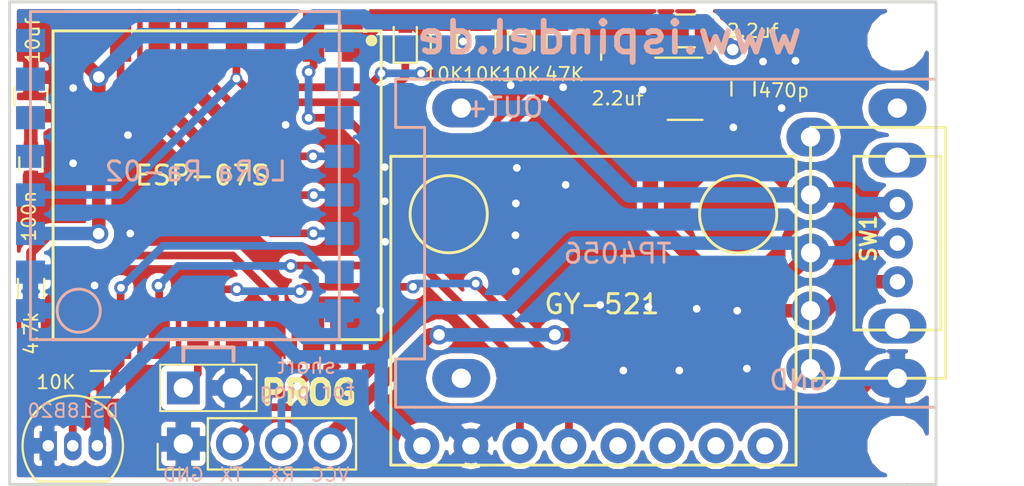
<source format=kicad_pcb>
(kicad_pcb (version 4) (host pcbnew 4.0.6)

  (general
    (links 56)
    (no_connects 0)
    (area 125.424999 65.924999 173.575001 91.075001)
    (thickness 1.6)
    (drawings 22)
    (tracks 307)
    (zones 0)
    (modules 26)
    (nets 20)
  )

  (page A4)
  (layers
    (0 F.Cu signal)
    (31 B.Cu signal)
    (32 B.Adhes user)
    (33 F.Adhes user)
    (34 B.Paste user)
    (35 F.Paste user)
    (36 B.SilkS user)
    (37 F.SilkS user)
    (38 B.Mask user)
    (39 F.Mask user)
    (40 Dwgs.User user)
    (41 Cmts.User user)
    (42 Eco1.User user)
    (43 Eco2.User user)
    (44 Edge.Cuts user)
    (45 Margin user)
    (46 B.CrtYd user)
    (47 F.CrtYd user)
    (48 B.Fab user)
    (49 F.Fab user)
  )

  (setup
    (last_trace_width 0.4)
    (user_trace_width 0.3)
    (user_trace_width 0.5)
    (user_trace_width 0.6)
    (user_trace_width 0.7)
    (user_trace_width 0.8)
    (trace_clearance 0.2)
    (zone_clearance 0.3)
    (zone_45_only no)
    (trace_min 0.2)
    (segment_width 0.2)
    (edge_width 0.15)
    (via_size 0.7)
    (via_drill 0.4)
    (via_min_size 0.4)
    (via_min_drill 0.3)
    (user_via 0.7 0.4)
    (uvia_size 0.3)
    (uvia_drill 0.1)
    (uvias_allowed no)
    (uvia_min_size 0.2)
    (uvia_min_drill 0.1)
    (pcb_text_width 0.3)
    (pcb_text_size 1.5 1.5)
    (mod_edge_width 0.15)
    (mod_text_size 1 1)
    (mod_text_width 0.15)
    (pad_size 1.524 1.524)
    (pad_drill 0.762)
    (pad_to_mask_clearance 0.15)
    (aux_axis_origin 0 0)
    (visible_elements 7FFFFF7F)
    (pcbplotparams
      (layerselection 0x010f0_80000001)
      (usegerberextensions false)
      (excludeedgelayer false)
      (linewidth 0.100000)
      (plotframeref false)
      (viasonmask false)
      (mode 1)
      (useauxorigin false)
      (hpglpennumber 1)
      (hpglpenspeed 20)
      (hpglpendiameter 15)
      (hpglpenoverlay 2)
      (psnegative false)
      (psa4output false)
      (plotreference true)
      (plotvalue true)
      (plotinvisibletext false)
      (padsonsilk false)
      (subtractmaskfromsilk false)
      (outputformat 1)
      (mirror false)
      (drillshape 0)
      (scaleselection 1)
      (outputdirectory ""))
  )

  (net 0 "")
  (net 1 GND)
  (net 2 "Net-(C2-Pad1)")
  (net 3 +3V3)
  (net 4 /SDA)
  (net 5 /SCL)
  (net 6 VCC)
  (net 7 "Net-(R1-Pad2)")
  (net 8 /Temp)
  (net 9 /EN)
  (net 10 "Net-(D1-Pad2)")
  (net 11 /NSS)
  (net 12 /RES)
  (net 13 /MOSI)
  (net 14 /MISO)
  (net 15 /SCK)
  (net 16 "Net-(J2-Pad2)")
  (net 17 "Net-(J2-Pad3)")
  (net 18 /VCC_PROG)
  (net 19 "Net-(SW1-Pad3)")

  (net_class Default "This is the default net class."
    (clearance 0.2)
    (trace_width 0.4)
    (via_dia 0.7)
    (via_drill 0.4)
    (uvia_dia 0.3)
    (uvia_drill 0.1)
    (add_net /EN)
    (add_net /MISO)
    (add_net /MOSI)
    (add_net /NSS)
    (add_net /RES)
    (add_net /SCK)
    (add_net /SCL)
    (add_net /SDA)
    (add_net /Temp)
    (add_net GND)
    (add_net "Net-(C2-Pad1)")
    (add_net "Net-(D1-Pad2)")
    (add_net "Net-(J2-Pad2)")
    (add_net "Net-(J2-Pad3)")
    (add_net "Net-(R1-Pad2)")
    (add_net "Net-(SW1-Pad3)")
  )

  (net_class VCC ""
    (clearance 0.2)
    (trace_width 0.7)
    (via_dia 1)
    (via_drill 0.6)
    (uvia_dia 0.3)
    (uvia_drill 0.1)
    (add_net +3V3)
    (add_net /VCC_PROG)
    (add_net VCC)
  )

  (module TP4056-shield-6PIN (layer B.Cu) (tedit 5B575A6A) (tstamp 5B53ADD2)
    (at 160 78.5 180)
    (path /5B53AACF)
    (fp_text reference U3 (at 0.5 0 180) (layer B.SilkS) hide
      (effects (font (size 1 1) (thickness 0.15)) (justify mirror))
    )
    (fp_text value TP4056-shield-6PIN (at 0 7 180) (layer B.Fab) hide
      (effects (font (size 1 1) (thickness 0.15)) (justify mirror))
    )
    (fp_line (start -14.5 -4) (end -9.5 -4) (layer B.Fab) (width 0.15))
    (fp_line (start 13 6) (end 13 -6) (layer B.SilkS) (width 0.15))
    (fp_line (start 13 6) (end 14.5 6) (layer B.SilkS) (width 0.15))
    (fp_line (start 14.5 6) (end 14.5 8.5) (layer B.SilkS) (width 0.15))
    (fp_line (start 14.5 8.5) (end 13.5 8.5) (layer B.SilkS) (width 0.15))
    (fp_line (start 13 -6) (end 14.5 -6) (layer B.SilkS) (width 0.15))
    (fp_line (start 14.5 -6) (end 14.5 -8.5) (layer B.SilkS) (width 0.15))
    (fp_line (start 14.5 -8.5) (end 13.5 -8.5) (layer B.SilkS) (width 0.15))
    (fp_line (start -9.5 -4) (end -9.5 4) (layer B.Fab) (width 0.15))
    (fp_line (start -9.5 4) (end -14.5 4) (layer B.Fab) (width 0.15))
    (fp_line (start -14.5 4) (end -14.5 -4) (layer B.Fab) (width 0.15))
    (fp_line (start -13.5 -8.5) (end -13.5 8.5) (layer B.SilkS) (width 0.15))
    (fp_line (start -13.5 8.5) (end 13.5 8.5) (layer B.SilkS) (width 0.15))
    (fp_line (start 13.5 -8.5) (end -13.5 -8.5) (layer B.SilkS) (width 0.15))
    (pad 3 thru_hole oval (at 11.1 7 180) (size 3 2) (drill 1) (layers *.Cu *.Mask)
      (net 19 "Net-(SW1-Pad3)"))
    (pad 4 thru_hole oval (at 11.1 -7 180) (size 3 2) (drill 1) (layers *.Cu B.Mask))
    (pad 2 thru_hole oval (at -11.5 -7 180) (size 3 2) (drill 1) (layers *.Cu *.Mask)
      (net 1 GND))
    (pad 1 thru_hole oval (at -11.5 7 180) (size 3 2) (drill 1) (layers *.Cu *.Mask))
    (model ../../../../../../src/Tennp/Git/KiCadCustomLibs/wrl/TP4056shield.wrl
      (at (xyz 0 0 0))
      (scale (xyz 0.395 0.395 0.395))
      (rotate (xyz 0 0 180))
    )
    (model ../../../../../../src/Tennp/Git/KiCadCustomLibs/wrl/Conn_USB-micro-2.0_socket_right-angle.wrl
      (at (xyz -0.47 0 0.047))
      (scale (xyz 1 1 1))
      (rotate (xyz 0 0 0))
    )
  )

  (module Mounting_Holes:MountingHole_3.2mm_M3 (layer F.Cu) (tedit 5B5759A5) (tstamp 5B572D6B)
    (at 163.28 77.01)
    (descr "Mounting Hole 3.2mm, no annular, M3")
    (tags "mounting hole 3.2mm no annular m3")
    (clearance 0.5)
    (attr virtual)
    (fp_text reference REF** (at 0.2921 0.0127) (layer F.SilkS) hide
      (effects (font (size 1 1) (thickness 0.15)))
    )
    (fp_text value MountingHole_3.2mm_M3 (at 0.0127 1.5875) (layer F.Fab) hide
      (effects (font (size 1 1) (thickness 0.15)))
    )
    (fp_text user %R (at 0.3 0) (layer F.Fab) hide
      (effects (font (size 1 1) (thickness 0.15)))
    )
    (pad 1 connect circle (at 0 0) (size 4 4) (layers F.Cu F.Mask))
  )

  (module Mounting_Holes:MountingHole_3.2mm_M3 (layer F.Cu) (tedit 5B575992) (tstamp 5B572C03)
    (at 148.27 76.99)
    (descr "Mounting Hole 3.2mm, no annular, M3")
    (tags "mounting hole 3.2mm no annular m3")
    (clearance 0.5)
    (attr virtual)
    (fp_text reference REF** (at 0.2921 0.0127) (layer F.SilkS) hide
      (effects (font (size 1 1) (thickness 0.15)))
    )
    (fp_text value MountingHole_3.2mm_M3 (at 0.0127 1.5875) (layer F.Fab) hide
      (effects (font (size 1 1) (thickness 0.15)))
    )
    (fp_text user %R (at 0.3 0) (layer F.Fab) hide
      (effects (font (size 1 1) (thickness 0.15)))
    )
    (pad 1 connect circle (at 0 0) (size 4 4) (layers F.Cu F.Mask))
  )

  (module KiCadCustomLibs:GY-521 (layer F.Cu) (tedit 5B571D97) (tstamp 5B53ADBF)
    (at 155.75 82)
    (path /5B524184)
    (fp_text reference U2 (at 0.5 1.5) (layer F.SilkS) hide
      (effects (font (size 1 1) (thickness 0.15)))
    )
    (fp_text value GY-521 (at 0.44 -0.34) (layer F.SilkS)
      (effects (font (size 1 1) (thickness 0.15)))
    )
    (fp_circle (center -7.5 -5) (end -7.5 -7) (layer F.SilkS) (width 0.15))
    (fp_circle (center 7.5 -5) (end 7.5 -7) (layer F.SilkS) (width 0.15))
    (fp_line (start 10.5 8) (end -10.5 8) (layer F.SilkS) (width 0.15))
    (fp_line (start -10.5 8) (end -10.5 -8) (layer F.SilkS) (width 0.15))
    (fp_line (start -10.5 -8) (end 10.5 -8) (layer F.SilkS) (width 0.15))
    (fp_line (start 10.5 -8) (end 10.5 8) (layer F.SilkS) (width 0.15))
    (pad 6 thru_hole circle (at 1.27 7) (size 1.8 1.8) (drill 0.9) (layers *.Cu *.Mask))
    (pad 4 thru_hole circle (at -1.27 7) (size 1.8 1.8) (drill 0.9) (layers *.Cu *.Mask)
      (net 4 /SDA))
    (pad 5 thru_hole circle (at 3.81 7) (size 1.8 1.8) (drill 0.9) (layers *.Cu *.Mask))
    (pad 3 thru_hole circle (at -3.81 7) (size 1.8 1.8) (drill 0.9) (layers *.Cu *.Mask)
      (net 5 /SCL))
    (pad 7 thru_hole circle (at 6.35 7) (size 1.8 1.8) (drill 0.9) (layers *.Cu *.Mask))
    (pad 2 thru_hole circle (at -6.35 7) (size 1.8 1.8) (drill 0.9) (layers *.Cu *.Mask)
      (net 1 GND))
    (pad 8 thru_hole circle (at 8.89 7) (size 1.8 1.8) (drill 0.9) (layers *.Cu *.Mask))
    (pad 1 thru_hole circle (at -8.89 7) (size 1.8 1.8) (drill 0.9) (layers *.Cu *.Mask)
      (net 6 VCC))
    (model ../../../../../../src/Tennp/Git/KiCadCustomLibs/wrl/GY-521.wrl
      (at (xyz 0 0 0.04))
      (scale (xyz 0.395 0.395 0.395))
      (rotate (xyz 0 0 180))
    )
  )

  (module Pin_Headers:Pin_Header_Straight_1x02_Pitch2.54mm (layer F.Cu) (tedit 5B5724EF) (tstamp 5B548541)
    (at 134.5 86 90)
    (descr "Through hole straight pin header, 1x02, 2.54mm pitch, single row")
    (tags "Through hole pin header THT 1x02 2.54mm single row")
    (path /5B54A9E0)
    (fp_text reference J1 (at 0 -2.33 90) (layer F.SilkS) hide
      (effects (font (size 1 1) (thickness 0.15)))
    )
    (fp_text value PROG (at -0.25 6.5 180) (layer F.SilkS)
      (effects (font (size 1.2 1.2) (thickness 0.3)))
    )
    (fp_line (start -1.2 -1.2) (end 1.2 -1.2) (layer F.SilkS) (width 0.1))
    (fp_line (start 1.2 -1.2) (end 1.2 3.8) (layer F.SilkS) (width 0.1))
    (fp_line (start 1.2 3.8) (end -1.2 3.8) (layer F.SilkS) (width 0.1))
    (fp_line (start -1.2 3.8) (end -1.2 -1.2) (layer F.SilkS) (width 0.1))
    (fp_line (start -0.635 -1.27) (end 1.27 -1.27) (layer F.Fab) (width 0.1))
    (fp_line (start 1.27 -1.27) (end 1.27 3.81) (layer F.Fab) (width 0.1))
    (fp_line (start 1.27 3.81) (end -1.27 3.81) (layer F.Fab) (width 0.1))
    (fp_line (start -1.27 3.81) (end -1.27 -0.635) (layer F.Fab) (width 0.1))
    (fp_line (start -1.27 -0.635) (end -0.635 -1.27) (layer F.Fab) (width 0.1))
    (fp_line (start -1.8 -1.8) (end -1.8 4.35) (layer F.CrtYd) (width 0.05))
    (fp_line (start -1.8 4.35) (end 1.8 4.35) (layer F.CrtYd) (width 0.05))
    (fp_line (start 1.8 4.35) (end 1.8 -1.8) (layer F.CrtYd) (width 0.05))
    (fp_line (start 1.8 -1.8) (end -1.8 -1.8) (layer F.CrtYd) (width 0.05))
    (fp_text user %R (at 0 1.27 180) (layer F.Fab) hide
      (effects (font (size 1 1) (thickness 0.15)))
    )
    (pad 1 thru_hole rect (at 0 0 90) (size 1.7 1.7) (drill 1) (layers *.Cu *.Mask)
      (net 4 /SDA))
    (pad 2 thru_hole oval (at 0 2.54 90) (size 1.7 1.7) (drill 1) (layers *.Cu *.Mask)
      (net 1 GND))
    (model ${KISYS3DMOD}/Pin_Headers.3dshapes/Pin_Header_Straight_1x02_Pitch2.54mm.wrl
      (at (xyz 0 0 0))
      (scale (xyz 1 1 1))
      (rotate (xyz 0 0 0))
    )
  )

  (module Mounting_Holes:MountingHole_3.2mm_M3 (layer F.Cu) (tedit 5B570CEC) (tstamp 5B571A90)
    (at 171.5 89)
    (descr "Mounting Hole 3.2mm, no annular, M3")
    (tags "mounting hole 3.2mm no annular m3")
    (attr virtual)
    (fp_text reference REF** (at 0 -4.2) (layer F.SilkS) hide
      (effects (font (size 1 1) (thickness 0.15)))
    )
    (fp_text value MountingHole_3.2mm_M3 (at 0 4.2) (layer F.Fab) hide
      (effects (font (size 1 1) (thickness 0.15)))
    )
    (fp_text user "" (at 0.3 0) (layer F.Fab)
      (effects (font (size 1 1) (thickness 0.15)))
    )
    (pad "" np_thru_hole circle (at 0 0) (size 2.5 2.5) (drill 2.5) (layers *.Cu *.Mask))
  )

  (module Mounting_Holes:MountingHole_3.2mm_M3 (layer F.Cu) (tedit 5B570CEF) (tstamp 5B571A48)
    (at 171.5 68)
    (descr "Mounting Hole 3.2mm, no annular, M3")
    (tags "mounting hole 3.2mm no annular m3")
    (attr virtual)
    (fp_text reference REF** (at 0 -4.2) (layer F.SilkS) hide
      (effects (font (size 1 1) (thickness 0.15)))
    )
    (fp_text value MountingHole_3.2mm_M3 (at 0 4.2) (layer F.Fab) hide
      (effects (font (size 1 1) (thickness 0.15)))
    )
    (fp_text user "" (at 0.3 0) (layer F.Fab)
      (effects (font (size 1 1) (thickness 0.15)))
    )
    (pad "" np_thru_hole circle (at 0 0) (size 2.5 2.5) (drill 2.5) (layers *.Cu *.Mask))
  )

  (module ESP-07S (layer F.Cu) (tedit 5B571DB8) (tstamp 5B5485A8)
    (at 136.25 75.5 270)
    (descr "Module, ESP-8266, ESP-07S, 14 pad, SMD")
    (tags "Module ESP-8266 ESP8266")
    (path /5B547568)
    (attr smd)
    (fp_text reference U6 (at 0 -9.5 270) (layer F.SilkS) hide
      (effects (font (size 1.27 1.27) (thickness 0.1016)))
    )
    (fp_text value ESP-07S (at -0.51 0.77 360) (layer F.SilkS)
      (effects (font (size 1 1) (thickness 0.15)))
    )
    (fp_circle (center -7.6 -8) (end -7.5 -8) (layer F.SilkS) (width 0.15))
    (fp_circle (center -7.5 -8) (end -7.3 -8.1) (layer F.SilkS) (width 0.15))
    (fp_circle (center -7.5 -8) (end -7.4 -8) (layer F.SilkS) (width 0.15))
    (fp_line (start 8 -8.5) (end 8 8.5) (layer F.SilkS) (width 0.15))
    (fp_line (start 8 8.5) (end -8 8.5) (layer F.SilkS) (width 0.15))
    (fp_line (start -8 8.5) (end -8 -8.5) (layer F.SilkS) (width 0.15))
    (fp_line (start -8 -8.5) (end 8 -8.5) (layer F.SilkS) (width 0.15))
    (pad 1 smd rect (at -7.7 -7 270) (size 2.6 1.1) (layers F.Cu F.Paste F.Mask)
      (net 10 "Net-(D1-Pad2)"))
    (pad 2 smd rect (at -7.7 -5 270) (size 2.6 1.1) (layers F.Cu F.Paste F.Mask)
      (net 7 "Net-(R1-Pad2)"))
    (pad 3 smd rect (at -7.7 -3 270) (size 2.6 1.1) (layers F.Cu F.Paste F.Mask)
      (net 9 /EN))
    (pad 4 smd rect (at -7.7 -1 270) (size 2.6 1.1) (layers F.Cu F.Paste F.Mask)
      (net 12 /RES))
    (pad 5 smd rect (at -7.7 1 270) (size 2.6 1.1) (layers F.Cu F.Paste F.Mask)
      (net 15 /SCK))
    (pad 6 smd rect (at -7.7 3 270) (size 2.6 1.1) (layers F.Cu F.Paste F.Mask)
      (net 14 /MISO))
    (pad 7 smd rect (at -7.7 5 270) (size 2.6 1.1) (layers F.Cu F.Paste F.Mask)
      (net 13 /MOSI))
    (pad 8 smd rect (at -7.7 7 270) (size 2.6 1.1) (layers F.Cu F.Paste F.Mask)
      (net 3 +3V3))
    (pad 9 smd rect (at 7.7 7 270) (size 2.6 1.1) (layers F.Cu F.Paste F.Mask)
      (net 1 GND))
    (pad 10 smd rect (at 7.7 5 270) (size 2.6 1.1) (layers F.Cu F.Paste F.Mask)
      (net 11 /NSS))
    (pad 11 smd rect (at 7.7 3 270) (size 2.6 1.1) (layers F.Cu F.Paste F.Mask)
      (net 5 /SCL))
    (pad 12 smd rect (at 7.7 1 270) (size 2.6 1.1) (layers F.Cu F.Paste F.Mask)
      (net 4 /SDA))
    (pad 13 smd rect (at 7.7 -1 270) (size 2.6 1.1) (layers F.Cu F.Paste F.Mask))
    (pad 14 smd rect (at 7.7 -3 270) (size 2.6 1.1) (layers F.Cu F.Paste F.Mask)
      (net 8 /Temp))
    (pad 15 smd rect (at 7.7 -5 270) (size 2.6 1.1) (layers F.Cu F.Paste F.Mask)
      (net 17 "Net-(J2-Pad3)"))
    (pad 16 smd rect (at 7.7 -7 270) (size 2.6 1.1) (layers F.Cu F.Paste F.Mask)
      (net 16 "Net-(J2-Pad2)"))
    (model ../../../../../../src/Tennp/Git/KiCadCustomLibs/wrl/LoRa_Ra-02.wrl
      (at (xyz 0 0 0.03))
      (scale (xyz 0.395 0.395 0.395))
      (rotate (xyz 0 0 90))
    )
  )

  (module Capacitors_SMD:C_0805 (layer F.Cu) (tedit 5B576716) (tstamp 5B542BE5)
    (at 157 68.5 90)
    (descr "Capacitor SMD 0805, reflow soldering, AVX (see smccp.pdf)")
    (tags "capacitor 0805")
    (path /5B52F269)
    (attr smd)
    (fp_text reference C1 (at 0 -1.5 90) (layer F.SilkS) hide
      (effects (font (size 1 1) (thickness 0.15)))
    )
    (fp_text value 2.2uf (at -2.5 0 180) (layer F.SilkS)
      (effects (font (size 0.7 0.7) (thickness 0.1)))
    )
    (fp_text user %R (at 0 -1.5 90) (layer F.Fab) hide
      (effects (font (size 1 1) (thickness 0.15)))
    )
    (fp_line (start -1 0.62) (end -1 -0.62) (layer F.Fab) (width 0.1))
    (fp_line (start 1 0.62) (end -1 0.62) (layer F.Fab) (width 0.1))
    (fp_line (start 1 -0.62) (end 1 0.62) (layer F.Fab) (width 0.1))
    (fp_line (start -1 -0.62) (end 1 -0.62) (layer F.Fab) (width 0.1))
    (fp_line (start 0.5 -0.85) (end -0.5 -0.85) (layer F.SilkS) (width 0.12))
    (fp_line (start -0.5 0.85) (end 0.5 0.85) (layer F.SilkS) (width 0.12))
    (fp_line (start -1.75 -0.88) (end 1.75 -0.88) (layer F.CrtYd) (width 0.05))
    (fp_line (start -1.75 -0.88) (end -1.75 0.87) (layer F.CrtYd) (width 0.05))
    (fp_line (start 1.75 0.87) (end 1.75 -0.88) (layer F.CrtYd) (width 0.05))
    (fp_line (start 1.75 0.87) (end -1.75 0.87) (layer F.CrtYd) (width 0.05))
    (pad 1 smd rect (at -1 0 90) (size 1 1.25) (layers F.Cu F.Paste F.Mask)
      (net 6 VCC))
    (pad 2 smd rect (at 1 0 90) (size 1 1.25) (layers F.Cu F.Paste F.Mask)
      (net 1 GND))
    (model Capacitors_SMD.3dshapes/C_0805.wrl
      (at (xyz 0 0 0))
      (scale (xyz 1 1 1))
      (rotate (xyz 0 0 0))
    )
  )

  (module Capacitors_SMD:C_0603 (layer F.Cu) (tedit 5B57232E) (tstamp 5B542BF6)
    (at 163.5 70.5 90)
    (descr "Capacitor SMD 0603, reflow soldering, AVX (see smccp.pdf)")
    (tags "capacitor 0603")
    (path /5B52E8E2)
    (attr smd)
    (fp_text reference C2 (at 0 -1.5 90) (layer F.SilkS) hide
      (effects (font (size 1 1) (thickness 0.15)))
    )
    (fp_text value 470p (at -0.09 2.11 180) (layer F.SilkS)
      (effects (font (size 0.7 0.7) (thickness 0.1)))
    )
    (fp_line (start 1.4 0.65) (end -1.4 0.65) (layer F.CrtYd) (width 0.05))
    (fp_line (start 1.4 0.65) (end 1.4 -0.65) (layer F.CrtYd) (width 0.05))
    (fp_line (start -1.4 -0.65) (end -1.4 0.65) (layer F.CrtYd) (width 0.05))
    (fp_line (start -1.4 -0.65) (end 1.4 -0.65) (layer F.CrtYd) (width 0.05))
    (fp_line (start 0.35 0.6) (end -0.35 0.6) (layer F.SilkS) (width 0.12))
    (fp_line (start -0.35 -0.6) (end 0.35 -0.6) (layer F.SilkS) (width 0.12))
    (fp_line (start -0.8 -0.4) (end 0.8 -0.4) (layer F.Fab) (width 0.1))
    (fp_line (start 0.8 -0.4) (end 0.8 0.4) (layer F.Fab) (width 0.1))
    (fp_line (start 0.8 0.4) (end -0.8 0.4) (layer F.Fab) (width 0.1))
    (fp_line (start -0.8 0.4) (end -0.8 -0.4) (layer F.Fab) (width 0.1))
    (fp_text user %R (at 0 0 90) (layer F.Fab)
      (effects (font (size 0.3 0.3) (thickness 0.075)))
    )
    (pad 2 smd rect (at 0.75 0 90) (size 0.8 0.75) (layers F.Cu F.Paste F.Mask)
      (net 1 GND))
    (pad 1 smd rect (at -0.75 0 90) (size 0.8 0.75) (layers F.Cu F.Paste F.Mask)
      (net 2 "Net-(C2-Pad1)"))
    (model Capacitors_SMD.3dshapes/C_0603.wrl
      (at (xyz 0 0 0))
      (scale (xyz 1 1 1))
      (rotate (xyz 0 0 0))
    )
  )

  (module Capacitors_SMD:C_0805 (layer F.Cu) (tedit 5B57230B) (tstamp 5B542C07)
    (at 160.5 67.5 180)
    (descr "Capacitor SMD 0805, reflow soldering, AVX (see smccp.pdf)")
    (tags "capacitor 0805")
    (path /5B52ED2C)
    (attr smd)
    (fp_text reference C3 (at 0 -1.5 180) (layer F.SilkS) hide
      (effects (font (size 1 1) (thickness 0.15)))
    )
    (fp_text value 2.2uf (at -3.5 0 180) (layer F.SilkS)
      (effects (font (size 0.7 0.7) (thickness 0.1)))
    )
    (fp_text user %R (at 0 -1.5 180) (layer F.Fab) hide
      (effects (font (size 1 1) (thickness 0.15)))
    )
    (fp_line (start -1 0.62) (end -1 -0.62) (layer F.Fab) (width 0.1))
    (fp_line (start 1 0.62) (end -1 0.62) (layer F.Fab) (width 0.1))
    (fp_line (start 1 -0.62) (end 1 0.62) (layer F.Fab) (width 0.1))
    (fp_line (start -1 -0.62) (end 1 -0.62) (layer F.Fab) (width 0.1))
    (fp_line (start 0.5 -0.85) (end -0.5 -0.85) (layer F.SilkS) (width 0.12))
    (fp_line (start -0.5 0.85) (end 0.5 0.85) (layer F.SilkS) (width 0.12))
    (fp_line (start -1.75 -0.88) (end 1.75 -0.88) (layer F.CrtYd) (width 0.05))
    (fp_line (start -1.75 -0.88) (end -1.75 0.87) (layer F.CrtYd) (width 0.05))
    (fp_line (start 1.75 0.87) (end 1.75 -0.88) (layer F.CrtYd) (width 0.05))
    (fp_line (start 1.75 0.87) (end -1.75 0.87) (layer F.CrtYd) (width 0.05))
    (pad 1 smd rect (at -1 0 180) (size 1 1.25) (layers F.Cu F.Paste F.Mask)
      (net 3 +3V3))
    (pad 2 smd rect (at 1 0 180) (size 1 1.25) (layers F.Cu F.Paste F.Mask)
      (net 1 GND))
    (model Capacitors_SMD.3dshapes/C_0805.wrl
      (at (xyz 0 0 0))
      (scale (xyz 1 1 1))
      (rotate (xyz 0 0 0))
    )
  )

  (module Resistors_SMD:R_0603 (layer F.Cu) (tedit 5B5722F4) (tstamp 5B542C18)
    (at 154 68 90)
    (descr "Resistor SMD 0603, reflow soldering, Vishay (see dcrcw.pdf)")
    (tags "resistor 0603")
    (path /5B530487)
    (attr smd)
    (fp_text reference R1 (at 0 -1.45 90) (layer F.SilkS) hide
      (effects (font (size 1 1) (thickness 0.15)))
    )
    (fp_text value 47K (at -1.75 0.25 180) (layer F.SilkS)
      (effects (font (size 0.7 0.7) (thickness 0.1)))
    )
    (fp_text user %R (at 0 0 90) (layer F.Fab)
      (effects (font (size 0.4 0.4) (thickness 0.075)))
    )
    (fp_line (start -0.8 0.4) (end -0.8 -0.4) (layer F.Fab) (width 0.1))
    (fp_line (start 0.8 0.4) (end -0.8 0.4) (layer F.Fab) (width 0.1))
    (fp_line (start 0.8 -0.4) (end 0.8 0.4) (layer F.Fab) (width 0.1))
    (fp_line (start -0.8 -0.4) (end 0.8 -0.4) (layer F.Fab) (width 0.1))
    (fp_line (start 0.5 0.68) (end -0.5 0.68) (layer F.SilkS) (width 0.12))
    (fp_line (start -0.5 -0.68) (end 0.5 -0.68) (layer F.SilkS) (width 0.12))
    (fp_line (start -1.25 -0.7) (end 1.25 -0.7) (layer F.CrtYd) (width 0.05))
    (fp_line (start -1.25 -0.7) (end -1.25 0.7) (layer F.CrtYd) (width 0.05))
    (fp_line (start 1.25 0.7) (end 1.25 -0.7) (layer F.CrtYd) (width 0.05))
    (fp_line (start 1.25 0.7) (end -1.25 0.7) (layer F.CrtYd) (width 0.05))
    (pad 1 smd rect (at -0.75 0 90) (size 0.5 0.9) (layers F.Cu F.Paste F.Mask)
      (net 6 VCC))
    (pad 2 smd rect (at 0.75 0 90) (size 0.5 0.9) (layers F.Cu F.Paste F.Mask)
      (net 7 "Net-(R1-Pad2)"))
    (model ${KISYS3DMOD}/Resistors_SMD.3dshapes/R_0603.wrl
      (at (xyz 0 0 0))
      (scale (xyz 1 1 1))
      (rotate (xyz 0 0 0))
    )
  )

  (module Resistors_SMD:R_0603 (layer F.Cu) (tedit 5B57234B) (tstamp 5B542C29)
    (at 126.61 80.85 270)
    (descr "Resistor SMD 0603, reflow soldering, Vishay (see dcrcw.pdf)")
    (tags "resistor 0603")
    (path /5B52FEF3)
    (attr smd)
    (fp_text reference R2 (at 0 -1.45 270) (layer F.SilkS) hide
      (effects (font (size 1 1) (thickness 0.15)))
    )
    (fp_text value 4.7k (at 2.33 -0.01 270) (layer F.SilkS)
      (effects (font (size 0.7 0.7) (thickness 0.1)))
    )
    (fp_text user %R (at 0 0 270) (layer F.Fab)
      (effects (font (size 0.4 0.4) (thickness 0.075)))
    )
    (fp_line (start -0.8 0.4) (end -0.8 -0.4) (layer F.Fab) (width 0.1))
    (fp_line (start 0.8 0.4) (end -0.8 0.4) (layer F.Fab) (width 0.1))
    (fp_line (start 0.8 -0.4) (end 0.8 0.4) (layer F.Fab) (width 0.1))
    (fp_line (start -0.8 -0.4) (end 0.8 -0.4) (layer F.Fab) (width 0.1))
    (fp_line (start 0.5 0.68) (end -0.5 0.68) (layer F.SilkS) (width 0.12))
    (fp_line (start -0.5 -0.68) (end 0.5 -0.68) (layer F.SilkS) (width 0.12))
    (fp_line (start -1.25 -0.7) (end 1.25 -0.7) (layer F.CrtYd) (width 0.05))
    (fp_line (start -1.25 -0.7) (end -1.25 0.7) (layer F.CrtYd) (width 0.05))
    (fp_line (start 1.25 0.7) (end 1.25 -0.7) (layer F.CrtYd) (width 0.05))
    (fp_line (start 1.25 0.7) (end -1.25 0.7) (layer F.CrtYd) (width 0.05))
    (pad 1 smd rect (at -0.75 0 270) (size 0.5 0.9) (layers F.Cu F.Paste F.Mask)
      (net 3 +3V3))
    (pad 2 smd rect (at 0.75 0 270) (size 0.5 0.9) (layers F.Cu F.Paste F.Mask)
      (net 8 /Temp))
    (model ${KISYS3DMOD}/Resistors_SMD.3dshapes/R_0603.wrl
      (at (xyz 0 0 0))
      (scale (xyz 1 1 1))
      (rotate (xyz 0 0 0))
    )
  )

  (module Resistors_SMD:R_0603 (layer F.Cu) (tedit 5B5722EF) (tstamp 5B542C3A)
    (at 152 68 270)
    (descr "Resistor SMD 0603, reflow soldering, Vishay (see dcrcw.pdf)")
    (tags "resistor 0603")
    (path /5B542A17)
    (attr smd)
    (fp_text reference R3 (at 0 -1.45 270) (layer F.SilkS) hide
      (effects (font (size 1 1) (thickness 0.15)))
    )
    (fp_text value 10K (at 1.75 0 360) (layer F.SilkS)
      (effects (font (size 0.7 0.7) (thickness 0.1)))
    )
    (fp_text user %R (at 0 0 270) (layer F.Fab)
      (effects (font (size 0.4 0.4) (thickness 0.075)))
    )
    (fp_line (start -0.8 0.4) (end -0.8 -0.4) (layer F.Fab) (width 0.1))
    (fp_line (start 0.8 0.4) (end -0.8 0.4) (layer F.Fab) (width 0.1))
    (fp_line (start 0.8 -0.4) (end 0.8 0.4) (layer F.Fab) (width 0.1))
    (fp_line (start -0.8 -0.4) (end 0.8 -0.4) (layer F.Fab) (width 0.1))
    (fp_line (start 0.5 0.68) (end -0.5 0.68) (layer F.SilkS) (width 0.12))
    (fp_line (start -0.5 -0.68) (end 0.5 -0.68) (layer F.SilkS) (width 0.12))
    (fp_line (start -1.25 -0.7) (end 1.25 -0.7) (layer F.CrtYd) (width 0.05))
    (fp_line (start -1.25 -0.7) (end -1.25 0.7) (layer F.CrtYd) (width 0.05))
    (fp_line (start 1.25 0.7) (end 1.25 -0.7) (layer F.CrtYd) (width 0.05))
    (fp_line (start 1.25 0.7) (end -1.25 0.7) (layer F.CrtYd) (width 0.05))
    (pad 1 smd rect (at -0.75 0 270) (size 0.5 0.9) (layers F.Cu F.Paste F.Mask)
      (net 7 "Net-(R1-Pad2)"))
    (pad 2 smd rect (at 0.75 0 270) (size 0.5 0.9) (layers F.Cu F.Paste F.Mask)
      (net 1 GND))
    (model ${KISYS3DMOD}/Resistors_SMD.3dshapes/R_0603.wrl
      (at (xyz 0 0 0))
      (scale (xyz 1 1 1))
      (rotate (xyz 0 0 0))
    )
  )

  (module TO_SOT_Packages_SMD:SOT-23-5 (layer F.Cu) (tedit 5B5487F8) (tstamp 5B542C61)
    (at 160.5 70.5)
    (descr "5-pin SOT23 package")
    (tags SOT-23-5)
    (path /5B52E5A2)
    (attr smd)
    (fp_text reference U1 (at 0 -2.9) (layer F.SilkS) hide
      (effects (font (size 1 1) (thickness 0.15)))
    )
    (fp_text value MIC5219-3.3 (at 0 2.9) (layer F.Fab) hide
      (effects (font (size 1 1) (thickness 0.15)))
    )
    (fp_text user %R (at 0 0 90) (layer F.Fab)
      (effects (font (size 0.5 0.5) (thickness 0.075)))
    )
    (fp_line (start -0.9 1.61) (end 0.9 1.61) (layer F.SilkS) (width 0.12))
    (fp_line (start 0.9 -1.61) (end -1.55 -1.61) (layer F.SilkS) (width 0.12))
    (fp_line (start -1.9 -1.8) (end 1.9 -1.8) (layer F.CrtYd) (width 0.05))
    (fp_line (start 1.9 -1.8) (end 1.9 1.8) (layer F.CrtYd) (width 0.05))
    (fp_line (start 1.9 1.8) (end -1.9 1.8) (layer F.CrtYd) (width 0.05))
    (fp_line (start -1.9 1.8) (end -1.9 -1.8) (layer F.CrtYd) (width 0.05))
    (fp_line (start -0.9 -0.9) (end -0.25 -1.55) (layer F.Fab) (width 0.1))
    (fp_line (start 0.9 -1.55) (end -0.25 -1.55) (layer F.Fab) (width 0.1))
    (fp_line (start -0.9 -0.9) (end -0.9 1.55) (layer F.Fab) (width 0.1))
    (fp_line (start 0.9 1.55) (end -0.9 1.55) (layer F.Fab) (width 0.1))
    (fp_line (start 0.9 -1.55) (end 0.9 1.55) (layer F.Fab) (width 0.1))
    (pad 1 smd rect (at -1.1 -0.95) (size 1.06 0.65) (layers F.Cu F.Paste F.Mask)
      (net 6 VCC))
    (pad 2 smd rect (at -1.1 0) (size 1.06 0.65) (layers F.Cu F.Paste F.Mask)
      (net 1 GND))
    (pad 3 smd rect (at -1.1 0.95) (size 1.06 0.65) (layers F.Cu F.Paste F.Mask)
      (net 6 VCC))
    (pad 4 smd rect (at 1.1 0.95) (size 1.06 0.65) (layers F.Cu F.Paste F.Mask)
      (net 2 "Net-(C2-Pad1)"))
    (pad 5 smd rect (at 1.1 -0.95) (size 1.06 0.65) (layers F.Cu F.Paste F.Mask)
      (net 3 +3V3))
    (model ${KISYS3DMOD}/TO_SOT_Packages_SMD.3dshapes/SOT-23-5.wrl
      (at (xyz 0 0 0))
      (scale (xyz 1 1 1))
      (rotate (xyz 0 0 0))
    )
  )

  (module TO_SOT_Packages_THT:TO-92_Inline_Narrow_Oval (layer F.Cu) (tedit 5B572174) (tstamp 5B542C73)
    (at 127.5 89)
    (descr "TO-92 leads in-line, narrow, oval pads, drill 0.6mm (see NXP sot054_po.pdf)")
    (tags "to-92 sc-43 sc-43a sot54 PA33 transistor")
    (path /5B530966)
    (fp_text reference U4 (at 1.5 1.5) (layer F.SilkS) hide
      (effects (font (size 1 1) (thickness 0.15)))
    )
    (fp_text value DS18B20 (at 1.27 2.79) (layer F.Fab) hide
      (effects (font (size 1 1) (thickness 0.15)))
    )
    (fp_text user %R (at 1.27 -3.56) (layer F.Fab) hide
      (effects (font (size 1 1) (thickness 0.15)))
    )
    (fp_line (start -0.53 1.85) (end 3.07 1.85) (layer F.SilkS) (width 0.12))
    (fp_line (start -0.5 1.75) (end 3 1.75) (layer F.Fab) (width 0.1))
    (fp_line (start -1.46 -2.73) (end 4 -2.73) (layer F.CrtYd) (width 0.05))
    (fp_line (start -1.46 -2.73) (end -1.46 2.01) (layer F.CrtYd) (width 0.05))
    (fp_line (start 4 2.01) (end 4 -2.73) (layer F.CrtYd) (width 0.05))
    (fp_line (start 4 2.01) (end -1.46 2.01) (layer F.CrtYd) (width 0.05))
    (fp_arc (start 1.27 0) (end 1.27 -2.48) (angle 135) (layer F.Fab) (width 0.1))
    (fp_arc (start 1.27 0) (end 1.27 -2.6) (angle -135) (layer F.SilkS) (width 0.12))
    (fp_arc (start 1.27 0) (end 1.27 -2.48) (angle -135) (layer F.Fab) (width 0.1))
    (fp_arc (start 1.27 0) (end 1.27 -2.6) (angle 135) (layer F.SilkS) (width 0.12))
    (pad 2 thru_hole oval (at 1.27 0 180) (size 0.9 1.5) (drill 0.6) (layers *.Cu *.Mask)
      (net 8 /Temp))
    (pad 3 thru_hole oval (at 2.54 0 180) (size 0.9 1.5) (drill 0.6) (layers *.Cu *.Mask)
      (net 6 VCC))
    (pad 1 thru_hole rect (at 0 0 180) (size 0.9 1.5) (drill 0.6) (layers *.Cu *.Mask)
      (net 1 GND))
    (model ${KISYS3DMOD}/TO_SOT_Packages_THT.3dshapes/TO-92_Inline_Narrow_Oval.wrl
      (at (xyz 0.05 0 0))
      (scale (xyz 1 1 1))
      (rotate (xyz 0 0 -90))
    )
  )

  (module Capacitors_SMD:C_0603 (layer F.Cu) (tedit 5B572352) (tstamp 5B54851A)
    (at 126.6 74.4 270)
    (descr "Capacitor SMD 0603, reflow soldering, AVX (see smccp.pdf)")
    (tags "capacitor 0603")
    (path /5B54A061)
    (attr smd)
    (fp_text reference C4 (at 0 -1.5 270) (layer F.SilkS) hide
      (effects (font (size 1 1) (thickness 0.15)))
    )
    (fp_text value 100n (at 2.7 0.1 270) (layer F.SilkS)
      (effects (font (size 0.7 0.7) (thickness 0.1)))
    )
    (fp_line (start 1.4 0.65) (end -1.4 0.65) (layer F.CrtYd) (width 0.05))
    (fp_line (start 1.4 0.65) (end 1.4 -0.65) (layer F.CrtYd) (width 0.05))
    (fp_line (start -1.4 -0.65) (end -1.4 0.65) (layer F.CrtYd) (width 0.05))
    (fp_line (start -1.4 -0.65) (end 1.4 -0.65) (layer F.CrtYd) (width 0.05))
    (fp_line (start 0.35 0.6) (end -0.35 0.6) (layer F.SilkS) (width 0.12))
    (fp_line (start -0.35 -0.6) (end 0.35 -0.6) (layer F.SilkS) (width 0.12))
    (fp_line (start -0.8 -0.4) (end 0.8 -0.4) (layer F.Fab) (width 0.1))
    (fp_line (start 0.8 -0.4) (end 0.8 0.4) (layer F.Fab) (width 0.1))
    (fp_line (start 0.8 0.4) (end -0.8 0.4) (layer F.Fab) (width 0.1))
    (fp_line (start -0.8 0.4) (end -0.8 -0.4) (layer F.Fab) (width 0.1))
    (fp_text user %R (at 0 0 270) (layer F.Fab)
      (effects (font (size 0.3 0.3) (thickness 0.075)))
    )
    (pad 2 smd rect (at 0.75 0 270) (size 0.8 0.75) (layers F.Cu F.Paste F.Mask)
      (net 1 GND))
    (pad 1 smd rect (at -0.75 0 270) (size 0.8 0.75) (layers F.Cu F.Paste F.Mask)
      (net 3 +3V3))
    (model Capacitors_SMD.3dshapes/C_0603.wrl
      (at (xyz 0 0 0))
      (scale (xyz 1 1 1))
      (rotate (xyz 0 0 0))
    )
  )

  (module Capacitors_SMD:C_0805 (layer F.Cu) (tedit 5B572359) (tstamp 5B54852B)
    (at 126.6 70.9 90)
    (descr "Capacitor SMD 0805, reflow soldering, AVX (see smccp.pdf)")
    (tags "capacitor 0805")
    (path /5B549E47)
    (attr smd)
    (fp_text reference C5 (at 0 -1.5 90) (layer F.SilkS) hide
      (effects (font (size 1 1) (thickness 0.15)))
    )
    (fp_text value 10uf (at 2.9 0.1 90) (layer F.SilkS)
      (effects (font (size 0.7 0.7) (thickness 0.1)))
    )
    (fp_text user %R (at 0 -1.5 90) (layer F.Fab) hide
      (effects (font (size 1 1) (thickness 0.15)))
    )
    (fp_line (start -1 0.62) (end -1 -0.62) (layer F.Fab) (width 0.1))
    (fp_line (start 1 0.62) (end -1 0.62) (layer F.Fab) (width 0.1))
    (fp_line (start 1 -0.62) (end 1 0.62) (layer F.Fab) (width 0.1))
    (fp_line (start -1 -0.62) (end 1 -0.62) (layer F.Fab) (width 0.1))
    (fp_line (start 0.5 -0.85) (end -0.5 -0.85) (layer F.SilkS) (width 0.12))
    (fp_line (start -0.5 0.85) (end 0.5 0.85) (layer F.SilkS) (width 0.12))
    (fp_line (start -1.75 -0.88) (end 1.75 -0.88) (layer F.CrtYd) (width 0.05))
    (fp_line (start -1.75 -0.88) (end -1.75 0.87) (layer F.CrtYd) (width 0.05))
    (fp_line (start 1.75 0.87) (end 1.75 -0.88) (layer F.CrtYd) (width 0.05))
    (fp_line (start 1.75 0.87) (end -1.75 0.87) (layer F.CrtYd) (width 0.05))
    (pad 1 smd rect (at -1 0 90) (size 1 1.25) (layers F.Cu F.Paste F.Mask)
      (net 3 +3V3))
    (pad 2 smd rect (at 1 0 90) (size 1 1.25) (layers F.Cu F.Paste F.Mask)
      (net 1 GND))
    (model Capacitors_SMD.3dshapes/C_0805.wrl
      (at (xyz 0 0 0))
      (scale (xyz 1 1 1))
      (rotate (xyz 0 0 0))
    )
  )

  (module Resistors_SMD:R_0603 (layer F.Cu) (tedit 5B5722E8) (tstamp 5B548552)
    (at 150 68 90)
    (descr "Resistor SMD 0603, reflow soldering, Vishay (see dcrcw.pdf)")
    (tags "resistor 0603")
    (path /5B548C3F)
    (attr smd)
    (fp_text reference R4 (at 0 -1.45 90) (layer F.SilkS) hide
      (effects (font (size 1 1) (thickness 0.15)))
    )
    (fp_text value 10K (at -1.75 0 180) (layer F.SilkS)
      (effects (font (size 0.7 0.7) (thickness 0.1)))
    )
    (fp_text user %R (at 0 0 90) (layer F.Fab)
      (effects (font (size 0.4 0.4) (thickness 0.075)))
    )
    (fp_line (start -0.8 0.4) (end -0.8 -0.4) (layer F.Fab) (width 0.1))
    (fp_line (start 0.8 0.4) (end -0.8 0.4) (layer F.Fab) (width 0.1))
    (fp_line (start 0.8 -0.4) (end 0.8 0.4) (layer F.Fab) (width 0.1))
    (fp_line (start -0.8 -0.4) (end 0.8 -0.4) (layer F.Fab) (width 0.1))
    (fp_line (start 0.5 0.68) (end -0.5 0.68) (layer F.SilkS) (width 0.12))
    (fp_line (start -0.5 -0.68) (end 0.5 -0.68) (layer F.SilkS) (width 0.12))
    (fp_line (start -1.25 -0.7) (end 1.25 -0.7) (layer F.CrtYd) (width 0.05))
    (fp_line (start -1.25 -0.7) (end -1.25 0.7) (layer F.CrtYd) (width 0.05))
    (fp_line (start 1.25 0.7) (end 1.25 -0.7) (layer F.CrtYd) (width 0.05))
    (fp_line (start 1.25 0.7) (end -1.25 0.7) (layer F.CrtYd) (width 0.05))
    (pad 1 smd rect (at -0.75 0 90) (size 0.5 0.9) (layers F.Cu F.Paste F.Mask)
      (net 9 /EN))
    (pad 2 smd rect (at 0.75 0 90) (size 0.5 0.9) (layers F.Cu F.Paste F.Mask)
      (net 3 +3V3))
    (model ${KISYS3DMOD}/Resistors_SMD.3dshapes/R_0603.wrl
      (at (xyz 0 0 0))
      (scale (xyz 1 1 1))
      (rotate (xyz 0 0 0))
    )
  )

  (module Resistors_SMD:R_0603 (layer F.Cu) (tedit 5B5722DC) (tstamp 5B548563)
    (at 148 68 270)
    (descr "Resistor SMD 0603, reflow soldering, Vishay (see dcrcw.pdf)")
    (tags "resistor 0603")
    (path /5B548CBD)
    (attr smd)
    (fp_text reference R5 (at 0 -1.45 270) (layer F.SilkS) hide
      (effects (font (size 1 1) (thickness 0.15)))
    )
    (fp_text value 10K (at 1.75 0 360) (layer F.SilkS)
      (effects (font (size 0.7 0.7) (thickness 0.1)))
    )
    (fp_text user %R (at 0 0 270) (layer F.Fab)
      (effects (font (size 0.4 0.4) (thickness 0.075)))
    )
    (fp_line (start -0.8 0.4) (end -0.8 -0.4) (layer F.Fab) (width 0.1))
    (fp_line (start 0.8 0.4) (end -0.8 0.4) (layer F.Fab) (width 0.1))
    (fp_line (start 0.8 -0.4) (end 0.8 0.4) (layer F.Fab) (width 0.1))
    (fp_line (start -0.8 -0.4) (end 0.8 -0.4) (layer F.Fab) (width 0.1))
    (fp_line (start 0.5 0.68) (end -0.5 0.68) (layer F.SilkS) (width 0.12))
    (fp_line (start -0.5 -0.68) (end 0.5 -0.68) (layer F.SilkS) (width 0.12))
    (fp_line (start -1.25 -0.7) (end 1.25 -0.7) (layer F.CrtYd) (width 0.05))
    (fp_line (start -1.25 -0.7) (end -1.25 0.7) (layer F.CrtYd) (width 0.05))
    (fp_line (start 1.25 0.7) (end 1.25 -0.7) (layer F.CrtYd) (width 0.05))
    (fp_line (start 1.25 0.7) (end -1.25 0.7) (layer F.CrtYd) (width 0.05))
    (pad 1 smd rect (at -0.75 0 270) (size 0.5 0.9) (layers F.Cu F.Paste F.Mask)
      (net 3 +3V3))
    (pad 2 smd rect (at 0.75 0 270) (size 0.5 0.9) (layers F.Cu F.Paste F.Mask)
      (net 10 "Net-(D1-Pad2)"))
    (model ${KISYS3DMOD}/Resistors_SMD.3dshapes/R_0603.wrl
      (at (xyz 0 0 0))
      (scale (xyz 1 1 1))
      (rotate (xyz 0 0 0))
    )
  )

  (module Resistors_SMD:R_0603 (layer F.Cu) (tedit 5B572346) (tstamp 5B548574)
    (at 130.2 85.8)
    (descr "Resistor SMD 0603, reflow soldering, Vishay (see dcrcw.pdf)")
    (tags "resistor 0603")
    (path /5B5490FA)
    (attr smd)
    (fp_text reference R6 (at 0 -1.45) (layer F.SilkS) hide
      (effects (font (size 1 1) (thickness 0.15)))
    )
    (fp_text value 10K (at -2.3 -0.1) (layer F.SilkS)
      (effects (font (size 0.7 0.7) (thickness 0.1)))
    )
    (fp_text user %R (at 0 0) (layer F.Fab)
      (effects (font (size 0.4 0.4) (thickness 0.075)))
    )
    (fp_line (start -0.8 0.4) (end -0.8 -0.4) (layer F.Fab) (width 0.1))
    (fp_line (start 0.8 0.4) (end -0.8 0.4) (layer F.Fab) (width 0.1))
    (fp_line (start 0.8 -0.4) (end 0.8 0.4) (layer F.Fab) (width 0.1))
    (fp_line (start -0.8 -0.4) (end 0.8 -0.4) (layer F.Fab) (width 0.1))
    (fp_line (start 0.5 0.68) (end -0.5 0.68) (layer F.SilkS) (width 0.12))
    (fp_line (start -0.5 -0.68) (end 0.5 -0.68) (layer F.SilkS) (width 0.12))
    (fp_line (start -1.25 -0.7) (end 1.25 -0.7) (layer F.CrtYd) (width 0.05))
    (fp_line (start -1.25 -0.7) (end -1.25 0.7) (layer F.CrtYd) (width 0.05))
    (fp_line (start 1.25 0.7) (end 1.25 -0.7) (layer F.CrtYd) (width 0.05))
    (fp_line (start 1.25 0.7) (end -1.25 0.7) (layer F.CrtYd) (width 0.05))
    (pad 1 smd rect (at -0.75 0) (size 0.5 0.9) (layers F.Cu F.Paste F.Mask)
      (net 1 GND))
    (pad 2 smd rect (at 0.75 0) (size 0.5 0.9) (layers F.Cu F.Paste F.Mask)
      (net 11 /NSS))
    (model ${KISYS3DMOD}/Resistors_SMD.3dshapes/R_0603.wrl
      (at (xyz 0 0 0))
      (scale (xyz 1 1 1))
      (rotate (xyz 0 0 0))
    )
  )

  (module KiCadCustomLibs:LoRa_Ra-02 (layer B.Cu) (tedit 5B571FED) (tstamp 5B54858D)
    (at 134.58 75)
    (path /5B54BBEF)
    (fp_text reference U5 (at 0.5 0) (layer B.SilkS) hide
      (effects (font (size 1 1) (thickness 0.15)) (justify mirror))
    )
    (fp_text value LoRa_Ra-02 (at 0 -7) (layer B.Fab)
      (effects (font (size 1 1) (thickness 0.15)) (justify mirror))
    )
    (fp_circle (center -5.5 7) (end -5 6) (layer B.SilkS) (width 0.15))
    (fp_line (start 8 -8.5) (end 8 8.5) (layer B.SilkS) (width 0.15))
    (fp_line (start 8 8.5) (end -8 8.5) (layer B.SilkS) (width 0.15))
    (fp_line (start -8 8.5) (end -8 -8.5) (layer B.SilkS) (width 0.15))
    (fp_line (start -8 -8.5) (end 8 -8.5) (layer B.SilkS) (width 0.15))
    (pad 8 smd rect (at -8 -7) (size 1.5 1.2) (layers B.Cu B.Paste B.Mask))
    (pad 7 smd rect (at -8 -5) (size 1.5 1.2) (layers B.Cu B.Paste B.Mask))
    (pad 6 smd rect (at -8 -3) (size 1.5 1.2) (layers B.Cu B.Paste B.Mask))
    (pad 5 smd rect (at -8 -1) (size 1.5 1.2) (layers B.Cu B.Paste B.Mask))
    (pad 4 smd rect (at -8 1) (size 1.5 1.2) (layers B.Cu B.Paste B.Mask)
      (net 12 /RES))
    (pad 3 smd rect (at -8 3) (size 1.5 1.2) (layers B.Cu B.Paste B.Mask)
      (net 3 +3V3))
    (pad 2 smd rect (at -8 5) (size 1.5 1.2) (layers B.Cu B.Paste B.Mask)
      (net 1 GND))
    (pad 1 smd rect (at -8 7) (size 1.5 1.2) (layers B.Cu B.Paste B.Mask)
      (net 1 GND))
    (pad 16 smd rect (at 8 7) (size 1.5 1.2) (layers B.Cu B.Paste B.Mask)
      (net 1 GND))
    (pad 15 smd rect (at 8 5) (size 1.5 1.2) (layers B.Cu B.Paste B.Mask)
      (net 11 /NSS))
    (pad 14 smd rect (at 8 3) (size 1.5 1.2) (layers B.Cu B.Paste B.Mask)
      (net 13 /MOSI))
    (pad 13 smd rect (at 8 1) (size 1.5 1.2) (layers B.Cu B.Paste B.Mask)
      (net 14 /MISO))
    (pad 12 smd rect (at 8 -1) (size 1.5 1.2) (layers B.Cu B.Paste B.Mask)
      (net 15 /SCK))
    (pad 11 smd rect (at 8 -3) (size 1.5 1.2) (layers B.Cu B.Paste B.Mask))
    (pad 10 smd rect (at 8 -5) (size 1.5 1.2) (layers B.Cu B.Paste B.Mask))
    (pad 9 smd rect (at 8 -7) (size 1.5 1.2) (layers B.Cu B.Paste B.Mask)
      (net 1 GND))
    (model ../../../../../../src/Tennp/Git/KiCadCustomLibs/wrl/LoRa_Ra-02.wrl
      (at (xyz 0 0 0.03))
      (scale (xyz 0.395 0.395 0.395))
      (rotate (xyz 0 0 90))
    )
  )

  (module Pin_Headers:Pin_Header_Straight_1x04_Pitch2.54mm (layer F.Cu) (tedit 5B5724F2) (tstamp 5B548BE7)
    (at 134.5 88.9 90)
    (descr "Through hole straight pin header, 1x04, 2.54mm pitch, single row")
    (tags "Through hole pin header THT 1x04 2.54mm single row")
    (path /5B54D7A2)
    (fp_text reference J2 (at 0 -2.33 90) (layer F.SilkS) hide
      (effects (font (size 1 1) (thickness 0.15)))
    )
    (fp_text value PROG_con (at 0 9.95 90) (layer F.SilkS) hide
      (effects (font (size 1 1) (thickness 0.15)))
    )
    (fp_line (start -0.635 -1.27) (end 1.27 -1.27) (layer F.Fab) (width 0.1))
    (fp_line (start 1.27 -1.27) (end 1.27 8.89) (layer F.Fab) (width 0.1))
    (fp_line (start 1.27 8.89) (end -1.27 8.89) (layer F.Fab) (width 0.1))
    (fp_line (start -1.27 8.89) (end -1.27 -0.635) (layer F.Fab) (width 0.1))
    (fp_line (start -1.27 -0.635) (end -0.635 -1.27) (layer F.Fab) (width 0.1))
    (fp_line (start -1.33 8.95) (end 1.33 8.95) (layer F.SilkS) (width 0.12))
    (fp_line (start -1.33 1.27) (end -1.33 8.95) (layer F.SilkS) (width 0.12))
    (fp_line (start 1.33 1.27) (end 1.33 8.95) (layer F.SilkS) (width 0.12))
    (fp_line (start -1.33 1.27) (end 1.33 1.27) (layer F.SilkS) (width 0.12))
    (fp_line (start -1.33 0) (end -1.33 -1.33) (layer F.SilkS) (width 0.12))
    (fp_line (start -1.33 -1.33) (end 0 -1.33) (layer F.SilkS) (width 0.12))
    (fp_line (start -1.8 -1.8) (end -1.8 9.4) (layer F.CrtYd) (width 0.05))
    (fp_line (start -1.8 9.4) (end 1.8 9.4) (layer F.CrtYd) (width 0.05))
    (fp_line (start 1.8 9.4) (end 1.8 -1.8) (layer F.CrtYd) (width 0.05))
    (fp_line (start 1.8 -1.8) (end -1.8 -1.8) (layer F.CrtYd) (width 0.05))
    (fp_text user %R (at 0 3.81 180) (layer F.Fab) hide
      (effects (font (size 1 1) (thickness 0.15)))
    )
    (pad 1 thru_hole rect (at 0 0 90) (size 1.7 1.7) (drill 1) (layers *.Cu *.Mask)
      (net 1 GND))
    (pad 2 thru_hole oval (at 0 2.54 90) (size 1.7 1.7) (drill 1) (layers *.Cu *.Mask)
      (net 16 "Net-(J2-Pad2)"))
    (pad 3 thru_hole oval (at 0 5.08 90) (size 1.7 1.7) (drill 1) (layers *.Cu *.Mask)
      (net 17 "Net-(J2-Pad3)"))
    (pad 4 thru_hole oval (at 0 7.62 90) (size 1.7 1.7) (drill 1) (layers *.Cu *.Mask)
      (net 18 /VCC_PROG))
  )

  (module Diodes_SMD:D_SOD-523 (layer F.Cu) (tedit 5B570AA9) (tstamp 5B57185A)
    (at 146 68 90)
    (descr "http://www.diodes.com/datasheets/ap02001.pdf p.144")
    (tags "Diode SOD523")
    (path /5B54791A)
    (attr smd)
    (fp_text reference D1 (at 0 -1.3 90) (layer F.SilkS) hide
      (effects (font (size 1 1) (thickness 0.15)))
    )
    (fp_text value Schottky (at 0 1.4 90) (layer F.Fab) hide
      (effects (font (size 1 1) (thickness 0.15)))
    )
    (fp_text user %R (at 0 -1.3 90) (layer F.Fab) hide
      (effects (font (size 1 1) (thickness 0.15)))
    )
    (fp_line (start -1.15 -0.6) (end -1.15 0.6) (layer F.SilkS) (width 0.12))
    (fp_line (start 1.25 -0.7) (end 1.25 0.7) (layer F.CrtYd) (width 0.05))
    (fp_line (start -1.25 -0.7) (end 1.25 -0.7) (layer F.CrtYd) (width 0.05))
    (fp_line (start -1.25 0.7) (end -1.25 -0.7) (layer F.CrtYd) (width 0.05))
    (fp_line (start 1.25 0.7) (end -1.25 0.7) (layer F.CrtYd) (width 0.05))
    (fp_line (start 0.1 0) (end 0.25 0) (layer F.Fab) (width 0.1))
    (fp_line (start 0.1 -0.2) (end -0.2 0) (layer F.Fab) (width 0.1))
    (fp_line (start 0.1 0.2) (end 0.1 -0.2) (layer F.Fab) (width 0.1))
    (fp_line (start -0.2 0) (end 0.1 0.2) (layer F.Fab) (width 0.1))
    (fp_line (start -0.2 0) (end -0.35 0) (layer F.Fab) (width 0.1))
    (fp_line (start -0.2 0.2) (end -0.2 -0.2) (layer F.Fab) (width 0.1))
    (fp_line (start 0.65 -0.45) (end 0.65 0.45) (layer F.Fab) (width 0.1))
    (fp_line (start -0.65 -0.45) (end 0.65 -0.45) (layer F.Fab) (width 0.1))
    (fp_line (start -0.65 0.45) (end -0.65 -0.45) (layer F.Fab) (width 0.1))
    (fp_line (start 0.65 0.45) (end -0.65 0.45) (layer F.Fab) (width 0.1))
    (fp_line (start 0.7 -0.6) (end -1.15 -0.6) (layer F.SilkS) (width 0.12))
    (fp_line (start 0.7 0.6) (end -1.15 0.6) (layer F.SilkS) (width 0.12))
    (pad 2 smd rect (at 0.7 0 270) (size 0.6 0.7) (layers F.Cu F.Paste F.Mask)
      (net 10 "Net-(D1-Pad2)"))
    (pad 1 smd rect (at -0.7 0 270) (size 0.6 0.7) (layers F.Cu F.Paste F.Mask)
      (net 12 /RES))
    (model ${KISYS3DMOD}/Diodes_SMD.3dshapes/D_SOD-523.wrl
      (at (xyz 0 0 0))
      (scale (xyz 1 1 1))
      (rotate (xyz 0 0 0))
    )
  )

  (module KiCadCustomLibs:SK12D07VG3 (layer F.Cu) (tedit 5B57296D) (tstamp 5B57186C)
    (at 171.5 78.5 90)
    (path /5B570E68)
    (fp_text reference SW1 (at 0.25 -1.5 90) (layer F.SilkS)
      (effects (font (size 0.8 0.8) (thickness 0.15)))
    )
    (fp_text value SW_SPDT (at 0 -3 90) (layer F.Fab) hide
      (effects (font (size 1 1) (thickness 0.15)))
    )
    (fp_line (start 0 2.25) (end 0 6.25) (layer F.Fab) (width 0.15))
    (fp_line (start 0 6.25) (end -2 6.25) (layer F.Fab) (width 0.15))
    (fp_line (start -2 6.25) (end -2 2.25) (layer F.Fab) (width 0.15))
    (fp_line (start 0 2.25) (end 4.5 2.25) (layer F.SilkS) (width 0.15))
    (fp_line (start 4.5 2.25) (end 4.5 -2.25) (layer F.SilkS) (width 0.15))
    (fp_line (start 4.5 -2.25) (end -4.5 -2.25) (layer F.SilkS) (width 0.15))
    (fp_line (start -4.5 -2.25) (end -4.5 2) (layer F.SilkS) (width 0.15))
    (fp_line (start -4.5 2) (end -4.5 2.25) (layer F.SilkS) (width 0.15))
    (fp_line (start -4.5 2.25) (end 0 2.25) (layer F.SilkS) (width 0.15))
    (pad "" thru_hole oval (at -4.3 0 90) (size 1.8 3) (drill 1.3) (layers *.Cu *.Mask))
    (pad "" thru_hole oval (at 4.3 0 90) (size 1.8 3) (drill 1.3) (layers *.Cu *.Mask))
    (pad 1 thru_hole circle (at -2 0 90) (size 1.6 1.6) (drill 0.8) (layers *.Cu *.Mask)
      (net 18 /VCC_PROG))
    (pad 3 thru_hole circle (at 2 0 90) (size 1.6 1.6) (drill 0.8) (layers *.Cu *.Mask)
      (net 19 "Net-(SW1-Pad3)"))
    (pad 2 thru_hole circle (at 0 0 90) (size 1.6 1.6) (drill 0.8) (layers *.Cu *.Mask)
      (net 6 VCC))
    (model ../../../../../../src/Tennp/Git/KiCadCustomLibs/wrl/SK12D07VG3.wrl
      (at (xyz 0 0 0))
      (scale (xyz 0.395 0.395 0.395))
      (rotate (xyz 0 0 0))
    )
  )

  (module KiCadCustomLibs:SS-12F23 (layer F.Cu) (tedit 5B57058F) (tstamp 5B58619C)
    (at 167 79 270)
    (path /5B585D1D)
    (fp_text reference SW2 (at 0.5 -2 270) (layer F.SilkS) hide
      (effects (font (size 1 1) (thickness 0.15)))
    )
    (fp_text value SW_SPDT (at 0 -4.25 270) (layer F.Fab)
      (effects (font (size 1 1) (thickness 0.15)))
    )
    (fp_line (start 0 -7) (end 0 -11) (layer F.Fab) (width 0.15))
    (fp_line (start 0 -11) (end -3 -11) (layer F.Fab) (width 0.15))
    (fp_line (start -3 -11) (end -3 -7) (layer F.Fab) (width 0.15))
    (fp_line (start 0 0) (end 6.5 0) (layer F.SilkS) (width 0.15))
    (fp_line (start 6.5 0) (end 6.5 -7) (layer F.SilkS) (width 0.15))
    (fp_line (start 6.5 -7) (end -6.5 -7) (layer F.SilkS) (width 0.15))
    (fp_line (start -6.5 -7) (end -6.5 0) (layer F.SilkS) (width 0.15))
    (fp_line (start -6.5 0) (end 0 0) (layer F.SilkS) (width 0.15))
    (pad 1 thru_hole circle (at 3 0 270) (size 2 2) (drill 1) (layers *.Cu *.Mask)
      (net 18 /VCC_PROG))
    (pad "" thru_hole oval (at 6 0 270) (size 2 2.5) (drill 1) (layers *.Cu *.Mask))
    (pad "" thru_hole oval (at -6 0 270) (size 2 2.5) (drill 1) (layers *.Cu *.Mask))
    (pad 3 thru_hole circle (at -3 0 270) (size 2 2) (drill 1) (layers *.Cu *.Mask)
      (net 19 "Net-(SW1-Pad3)"))
    (pad 2 thru_hole circle (at 0 0 270) (size 2 2) (drill 1) (layers *.Cu *.Mask)
      (net 6 VCC))
    (model ../../../../../../src/Tennp/Git/KiCadCustomLibs/wrl/SS-12F23.wrl
      (at (xyz 0 0.12 0))
      (scale (xyz 0.395 0.395 0.395))
      (rotate (xyz 0 0 180))
    )
  )

  (gr_line (start 173.5 91) (end 172 91) (angle 90) (layer Edge.Cuts) (width 0.15))
  (gr_line (start 173.5 66) (end 173.5 91) (angle 90) (layer Edge.Cuts) (width 0.15))
  (gr_line (start 172 66) (end 173.5 66) (angle 90) (layer Edge.Cuts) (width 0.15))
  (gr_text www.ispindel.de (at 156.57 67.85) (layer B.SilkS)
    (effects (font (size 1.6 1.7) (thickness 0.3)) (justify mirror))
  )
  (gr_text OUT+ (at 151.1 71.47) (layer B.SilkS)
    (effects (font (size 1 1) (thickness 0.15)) (justify mirror))
  )
  (gr_text GND (at 166.39 85.6) (layer B.SilkS)
    (effects (font (size 1 1) (thickness 0.15)) (justify mirror))
  )
  (gr_line (start 137.1 83.9) (end 137.1 84.6) (angle 90) (layer B.SilkS) (width 0.2))
  (gr_line (start 134.5 83.9) (end 137.1 83.9) (angle 90) (layer B.SilkS) (width 0.2))
  (gr_line (start 134.5 84.6) (end 134.5 83.9) (angle 90) (layer B.SilkS) (width 0.2))
  (gr_text "short\nfor prog" (at 140.9 85.5) (layer B.SilkS)
    (effects (font (size 0.8 0.8) (thickness 0.11)) (justify mirror))
  )
  (gr_text GND (at 134.5 90.5) (layer B.SilkS)
    (effects (font (size 0.7 0.7) (thickness 0.1)) (justify mirror))
  )
  (gr_text TX (at 137 90.5) (layer B.SilkS)
    (effects (font (size 0.7 0.7) (thickness 0.1)) (justify mirror))
  )
  (gr_text RX (at 139.6 90.5) (layer B.SilkS)
    (effects (font (size 0.7 0.7) (thickness 0.1)) (justify mirror))
  )
  (gr_text VCC (at 142.1 90.5) (layer B.SilkS)
    (effects (font (size 0.7 0.7) (thickness 0.1)) (justify mirror))
  )
  (gr_text DS18B20 (at 128.79 87.18) (layer B.SilkS)
    (effects (font (size 0.7 0.7) (thickness 0.1)) (justify mirror))
  )
  (gr_text "LoRa Ra-02" (at 135.15 74.78) (layer B.SilkS)
    (effects (font (size 1 1) (thickness 0.15)) (justify mirror))
  )
  (gr_text TP4056 (at 157 79.04) (layer B.SilkS)
    (effects (font (size 1 1) (thickness 0.15)) (justify mirror))
  )
  (gr_line (start 125.5 91) (end 126 91) (angle 90) (layer Edge.Cuts) (width 0.15))
  (gr_line (start 125.5 66) (end 125.5 91) (angle 90) (layer Edge.Cuts) (width 0.15))
  (gr_line (start 126 66) (end 125.5 66) (angle 90) (layer Edge.Cuts) (width 0.15))
  (gr_line (start 126 66) (end 172 66) (angle 90) (layer Edge.Cuts) (width 0.15))
  (gr_line (start 172 91) (end 126 91) (angle 90) (layer Edge.Cuts) (width 0.15))

  (segment (start 157.3 85.1) (end 157.3 82.9) (width 0.8) (layer B.Cu) (net 1))
  (segment (start 170.1 85.5) (end 168.3 87.3) (width 0.8) (layer F.Cu) (net 1) (tstamp 5B586252))
  (segment (start 168.3 87.3) (end 166 87.3) (width 0.8) (layer F.Cu) (net 1) (tstamp 5B586253))
  (segment (start 166 87.3) (end 163.7 85) (width 0.8) (layer F.Cu) (net 1) (tstamp 5B586254))
  (via (at 163.7 85) (size 0.7) (drill 0.4) (layers F.Cu B.Cu) (net 1))
  (segment (start 163.7 85) (end 163.6 85.1) (width 0.8) (layer B.Cu) (net 1) (tstamp 5B586257))
  (segment (start 163.6 85.1) (end 160.2 85.1) (width 0.8) (layer B.Cu) (net 1) (tstamp 5B586258))
  (via (at 160.2 85.1) (size 0.7) (drill 0.4) (layers F.Cu B.Cu) (net 1))
  (segment (start 160.2 85.1) (end 157.3 85.1) (width 0.8) (layer F.Cu) (net 1) (tstamp 5B58625A))
  (via (at 157.3 85.1) (size 0.7) (drill 0.4) (layers F.Cu B.Cu) (net 1))
  (via (at 163.2 82) (size 0.7) (drill 0.4) (layers F.Cu B.Cu) (net 1))
  (segment (start 161.2 82) (end 163.2 82) (width 0.8) (layer F.Cu) (net 1) (tstamp 5B586459))
  (segment (start 161.1 81.9) (end 161.2 82) (width 0.8) (layer F.Cu) (net 1) (tstamp 5B586458))
  (via (at 161.1 81.9) (size 0.7) (drill 0.4) (layers F.Cu B.Cu) (net 1))
  (segment (start 158.7 81.9) (end 161.1 81.9) (width 0.8) (layer B.Cu) (net 1) (tstamp 5B586456))
  (segment (start 158.6 81.8) (end 158.7 81.9) (width 0.8) (layer B.Cu) (net 1) (tstamp 5B586455))
  (via (at 158.6 81.8) (size 0.7) (drill 0.4) (layers F.Cu B.Cu) (net 1))
  (segment (start 156.2 81.8) (end 158.6 81.8) (width 0.8) (layer F.Cu) (net 1) (tstamp 5B586453))
  (segment (start 156.1 81.7) (end 156.2 81.8) (width 0.8) (layer F.Cu) (net 1) (tstamp 5B586452))
  (via (at 156.1 81.7) (size 0.7) (drill 0.4) (layers F.Cu B.Cu) (net 1))
  (segment (start 157.3 82.9) (end 156.1 81.7) (width 0.8) (layer B.Cu) (net 1) (tstamp 5B58644C))
  (segment (start 171.5 85.5) (end 170.1 85.5) (width 0.8) (layer F.Cu) (net 1))
  (segment (start 154.18 70.42) (end 154.18 75.35) (width 0.4) (layer F.Cu) (net 1))
  (via (at 154.31 75.48) (size 0.7) (drill 0.4) (layers F.Cu B.Cu) (net 1))
  (via (at 151.73 79.96) (size 0.7) (drill 0.4) (layers F.Cu B.Cu) (net 1))
  (segment (start 151.73 79.96) (end 151.73 78.11) (width 0.4) (layer F.Cu) (net 1) (tstamp 5B572B0F))
  (segment (start 151.71 78.09) (end 151.73 78.11) (width 0.4) (layer F.Cu) (net 1) (tstamp 5B572B0E))
  (via (at 151.71 78.09) (size 0.7) (drill 0.4) (layers F.Cu B.Cu) (net 1))
  (segment (start 151.71 76.46) (end 151.71 78.09) (width 0.4) (layer B.Cu) (net 1) (tstamp 5B572B0C))
  (segment (start 151.73 76.44) (end 151.71 76.46) (width 0.4) (layer B.Cu) (net 1) (tstamp 5B572B0B))
  (via (at 151.73 76.44) (size 0.7) (drill 0.4) (layers F.Cu B.Cu) (net 1))
  (segment (start 151.73 74.65) (end 151.73 76.44) (width 0.4) (layer F.Cu) (net 1) (tstamp 5B572B09))
  (segment (start 151.78 74.6) (end 151.73 74.65) (width 0.4) (layer F.Cu) (net 1) (tstamp 5B572B08))
  (via (at 151.78 74.6) (size 0.7) (drill 0.4) (layers F.Cu B.Cu) (net 1))
  (segment (start 152.66 75.48) (end 151.78 74.6) (width 0.4) (layer B.Cu) (net 1) (tstamp 5B572B04))
  (segment (start 152 69.56) (end 152 68.75) (width 0.4) (layer F.Cu) (net 1) (tstamp 5B571DB2))
  (segment (start 151.46 70.32) (end 152 69.56) (width 0.4) (layer F.Cu) (net 1) (tstamp 5B571DB1))
  (via (at 151.46 70.32) (size 0.7) (drill 0.4) (layers F.Cu B.Cu) (net 1))
  (segment (start 154.12 70.36) (end 151.46 70.32) (width 0.4) (layer B.Cu) (net 1) (tstamp 5B571DAF))
  (segment (start 154.18 70.42) (end 154.12 70.36) (width 0.4) (layer B.Cu) (net 1) (tstamp 5B571DAE))
  (via (at 154.18 70.42) (size 0.7) (drill 0.4) (layers F.Cu B.Cu) (net 1))
  (segment (start 154.31 75.48) (end 152.66 75.48) (width 0.4) (layer B.Cu) (net 1))
  (segment (start 154.18 75.35) (end 154.31 75.48) (width 0.4) (layer F.Cu) (net 1) (tstamp 5B575EB7))
  (segment (start 159.4 70.5) (end 158.35 70.5) (width 0.6) (layer F.Cu) (net 1))
  (via (at 158.3 70.55) (size 0.7) (drill 0.4) (layers F.Cu B.Cu) (net 1))
  (segment (start 158.35 70.5) (end 158.3 70.55) (width 0.5) (layer F.Cu) (net 1) (tstamp 5B5722A5))
  (segment (start 164.54 69.09) (end 166.19 69.08) (width 0.5) (layer B.Cu) (net 1))
  (segment (start 164.34 69.75) (end 164.55 69.54) (width 0.4) (layer F.Cu) (net 1) (tstamp 5B571DB5))
  (segment (start 164.55 69.54) (end 164.54 69.09) (width 0.4) (layer F.Cu) (net 1) (tstamp 5B571DB6))
  (via (at 164.54 69.09) (size 0.7) (drill 0.4) (layers F.Cu B.Cu) (net 1))
  (segment (start 163.5 69.75) (end 164.34 69.75) (width 0.4) (layer F.Cu) (net 1))
  (via (at 163 72.5) (size 0.7) (drill 0.4) (layers F.Cu B.Cu) (net 1))
  (segment (start 164.38 72.66) (end 163 72.5) (width 0.5) (layer B.Cu) (net 1) (tstamp 5B572203))
  (segment (start 165.5 71.5) (end 164.38 72.66) (width 0.5) (layer B.Cu) (net 1) (tstamp 5B572202))
  (via (at 165.5 71.5) (size 0.7) (drill 0.4) (layers F.Cu B.Cu) (net 1))
  (segment (start 166.21 69.06) (end 165.5 71.5) (width 0.5) (layer F.Cu) (net 1) (tstamp 5B572200))
  (segment (start 166.22 69.05) (end 166.21 69.06) (width 0.5) (layer F.Cu) (net 1) (tstamp 5B5721FF))
  (via (at 166.22 69.05) (size 0.7) (drill 0.4) (layers F.Cu B.Cu) (net 1))
  (segment (start 166.19 69.08) (end 166.22 69.05) (width 0.5) (layer B.Cu) (net 1) (tstamp 5B5721FC))
  (segment (start 144.94 74.56) (end 143.77 74.56) (width 0.5) (layer F.Cu) (net 1))
  (segment (start 144.7 78.69) (end 144.96 78.43) (width 0.5) (layer B.Cu) (net 1) (tstamp 5B57211D))
  (via (at 144.96 78.43) (size 0.7) (drill 0.4) (layers F.Cu B.Cu) (net 1))
  (segment (start 144.96 78.43) (end 144.94 78.41) (width 0.5) (layer F.Cu) (net 1) (tstamp 5B572126))
  (segment (start 144.94 78.41) (end 144.94 76.33) (width 0.5) (layer F.Cu) (net 1) (tstamp 5B572127))
  (via (at 144.94 76.33) (size 0.7) (drill 0.4) (layers F.Cu B.Cu) (net 1))
  (segment (start 144.94 76.33) (end 144.94 74.56) (width 0.5) (layer B.Cu) (net 1) (tstamp 5B57212B))
  (via (at 144.94 74.56) (size 0.7) (drill 0.4) (layers F.Cu B.Cu) (net 1))
  (segment (start 143 82) (end 144.57 82) (width 0.5) (layer B.Cu) (net 1))
  (via (at 144.7 82) (size 0.7) (drill 0.4) (layers F.Cu B.Cu) (net 1))
  (segment (start 144.57 82) (end 144.7 82) (width 0.5) (layer B.Cu) (net 1) (tstamp 5B57210B))
  (segment (start 144.7 82) (end 144.7 78.69) (width 0.5) (layer B.Cu) (net 1))
  (via (at 139.8 72.37) (size 0.7) (drill 0.4) (layers F.Cu B.Cu) (net 1))
  (segment (start 140.44 73.01) (end 139.8 72.37) (width 0.5) (layer F.Cu) (net 1) (tstamp 5B5721A2))
  (segment (start 142.22 73.01) (end 140.44 73.01) (width 0.5) (layer F.Cu) (net 1) (tstamp 5B5721A0))
  (segment (start 143.77 74.56) (end 142.22 73.01) (width 0.5) (layer F.Cu) (net 1) (tstamp 5B57219E))
  (segment (start 128.79 70.46) (end 128.84 70.46) (width 0.5) (layer B.Cu) (net 1))
  (via (at 131.63 72.9) (size 0.7) (drill 0.4) (layers F.Cu B.Cu) (net 1))
  (segment (start 131.28 72.9) (end 131.63 72.9) (width 0.5) (layer B.Cu) (net 1) (tstamp 5B572163))
  (segment (start 128.84 70.46) (end 131.28 72.9) (width 0.5) (layer B.Cu) (net 1) (tstamp 5B57215F))
  (segment (start 129.9 80.69) (end 129.9 79.85) (width 0.5) (layer B.Cu) (net 1))
  (segment (start 129.25 81.34) (end 129.9 80.69) (width 0.5) (layer F.Cu) (net 1) (tstamp 5B5720D5))
  (via (at 129.9 80.69) (size 0.7) (drill 0.4) (layers F.Cu B.Cu) (net 1))
  (segment (start 129.25 83.2) (end 129.25 81.34) (width 0.5) (layer F.Cu) (net 1))
  (segment (start 131.72 78.03) (end 131.72 78.06) (width 0.5) (layer F.Cu) (net 1) (tstamp 5B57214A))
  (segment (start 131.75 78) (end 131.72 78.03) (width 0.5) (layer F.Cu) (net 1) (tstamp 5B572149))
  (via (at 131.75 78) (size 0.7) (drill 0.4) (layers F.Cu B.Cu) (net 1))
  (segment (start 129.9 79.85) (end 131.75 78) (width 0.5) (layer B.Cu) (net 1) (tstamp 5B572140))
  (segment (start 126.6 69.9) (end 128.23 69.9) (width 0.4) (layer F.Cu) (net 1))
  (segment (start 128 75.15) (end 126.6 75.15) (width 0.4) (layer F.Cu) (net 1) (tstamp 5B571AC9))
  (segment (start 128.79 74.36) (end 128 75.15) (width 0.4) (layer F.Cu) (net 1) (tstamp 5B571AC8))
  (via (at 128.79 74.36) (size 0.7) (drill 0.4) (layers F.Cu B.Cu) (net 1))
  (segment (start 128.79 70.46) (end 128.79 74.36) (width 0.4) (layer B.Cu) (net 1) (tstamp 5B571AC5))
  (via (at 128.79 70.46) (size 0.7) (drill 0.4) (layers F.Cu B.Cu) (net 1))
  (segment (start 128.23 69.9) (end 128.79 70.46) (width 0.4) (layer F.Cu) (net 1) (tstamp 5B571AC3))
  (segment (start 161.6 71.45) (end 162.41 71.45) (width 0.6) (layer F.Cu) (net 2))
  (segment (start 162.61 71.25) (end 163.5 71.25) (width 0.6) (layer F.Cu) (net 2) (tstamp 5B571D22))
  (segment (start 162.41 71.45) (end 162.61 71.25) (width 0.6) (layer F.Cu) (net 2) (tstamp 5B571D21))
  (segment (start 149.05 67.25) (end 149.05 67.99) (width 0.3) (layer F.Cu) (net 3))
  (segment (start 149 68.04) (end 149 67.03) (width 0.3) (layer B.Cu) (net 3) (tstamp 5B5736BD))
  (segment (start 148.99 68.05) (end 149 68.04) (width 0.3) (layer B.Cu) (net 3) (tstamp 5B5736BC))
  (via (at 148.99 68.05) (size 0.7) (drill 0.4) (layers F.Cu B.Cu) (net 3))
  (segment (start 149.05 67.99) (end 148.99 68.05) (width 0.3) (layer F.Cu) (net 3) (tstamp 5B5736B6))
  (segment (start 144.08 67.03) (end 149 67.03) (width 0.8) (layer B.Cu) (net 3))
  (segment (start 130.12 69.89) (end 130.13 69.89) (width 0.8) (layer B.Cu) (net 3))
  (via (at 130.12 69.89) (size 1) (drill 0.6) (layers F.Cu B.Cu) (net 3))
  (segment (start 143.83 66.78) (end 144.08 67.03) (width 0.8) (layer B.Cu) (net 3) (tstamp 5B57358D))
  (segment (start 141.27 66.78) (end 143.83 66.78) (width 0.8) (layer B.Cu) (net 3) (tstamp 5B573589))
  (segment (start 140.3 67.75) (end 141.27 66.78) (width 0.8) (layer B.Cu) (net 3) (tstamp 5B573587))
  (segment (start 132.27 67.75) (end 140.3 67.75) (width 0.8) (layer B.Cu) (net 3) (tstamp 5B57357B))
  (segment (start 130.13 69.89) (end 132.27 67.75) (width 0.8) (layer B.Cu) (net 3) (tstamp 5B57356E))
  (segment (start 149 67.03) (end 161.53 67.03) (width 0.8) (layer B.Cu) (net 3) (tstamp 5B5736C0))
  (segment (start 161.53 67.03) (end 162.97 68.47) (width 0.8) (layer B.Cu) (net 3) (tstamp 5B573660))
  (via (at 162.97 68.47) (size 1) (drill 0.6) (layers F.Cu B.Cu) (net 3))
  (segment (start 162.97 68.47) (end 162 67.5) (width 0.8) (layer F.Cu) (net 3) (tstamp 5B573666))
  (segment (start 162 67.5) (end 161.5 67.5) (width 0.8) (layer F.Cu) (net 3) (tstamp 5B573667))
  (segment (start 130.11 78.01) (end 127.58 78.01) (width 0.5) (layer F.Cu) (net 3))
  (segment (start 126.61 78.98) (end 126.61 80.1) (width 0.5) (layer F.Cu) (net 3) (tstamp 5B5720BD))
  (segment (start 127.58 78.01) (end 126.61 78.98) (width 0.5) (layer F.Cu) (net 3) (tstamp 5B5720BC))
  (segment (start 161.6 69.55) (end 161.6 67.6) (width 0.7) (layer F.Cu) (net 3))
  (segment (start 161.6 67.6) (end 161.5 67.5) (width 0.7) (layer F.Cu) (net 3) (tstamp 5B571B63))
  (segment (start 162 67.5) (end 161.5 67.5) (width 0.7) (layer F.Cu) (net 3) (tstamp 5B571B60))
  (segment (start 148 67.25) (end 149.05 67.25) (width 0.5) (layer F.Cu) (net 3))
  (segment (start 149.05 67.25) (end 149.07 67.25) (width 0.5) (layer F.Cu) (net 3) (tstamp 5B5736B4))
  (segment (start 149.07 67.25) (end 150 67.25) (width 0.5) (layer F.Cu) (net 3) (tstamp 5B571D01))
  (segment (start 130.105 69.875) (end 130.12 69.89) (width 0.7) (layer F.Cu) (net 3))
  (segment (start 127 78) (end 129.71 78) (width 0.7) (layer B.Cu) (net 3))
  (segment (start 130.12 78.01) (end 130.12 78.03) (width 0.7) (layer F.Cu) (net 3) (tstamp 5B571B0A))
  (segment (start 130.11 78.01) (end 130.12 78.01) (width 0.7) (layer F.Cu) (net 3) (tstamp 5B571B09))
  (via (at 130.11 78.01) (size 1) (drill 0.6) (layers F.Cu B.Cu) (net 3))
  (segment (start 129.71 78) (end 130.11 78.01) (width 0.7) (layer B.Cu) (net 3) (tstamp 5B571B07))
  (segment (start 130.12 78.03) (end 130.12 71.2) (width 0.7) (layer F.Cu) (net 3) (tstamp 5B571AE3))
  (segment (start 126.6 71.9) (end 126.6 73.65) (width 0.7) (layer F.Cu) (net 3))
  (segment (start 126.6 71.9) (end 129.42 71.9) (width 0.7) (layer F.Cu) (net 3))
  (segment (start 130.105 69.875) (end 129.25 69.02) (width 0.7) (layer F.Cu) (net 3) (tstamp 5B571B32))
  (segment (start 130.12 71.2) (end 130.12 69.89) (width 0.7) (layer F.Cu) (net 3) (tstamp 5B571ABE))
  (segment (start 129.42 71.9) (end 130.12 71.2) (width 0.7) (layer F.Cu) (net 3) (tstamp 5B571ABD))
  (segment (start 129.25 69.02) (end 129.25 67.8) (width 0.7) (layer F.Cu) (net 3) (tstamp 5B571AC0))
  (segment (start 135.25 83.2) (end 135.25 81.27) (width 0.4) (layer F.Cu) (net 4))
  (segment (start 154.48 85.42) (end 154.48 89) (width 0.4) (layer F.Cu) (net 4) (tstamp 5B573B7B))
  (segment (start 149.65 80.59) (end 154.48 85.42) (width 0.4) (layer F.Cu) (net 4) (tstamp 5B573B7A))
  (via (at 149.65 80.59) (size 0.7) (drill 0.4) (layers F.Cu B.Cu) (net 4))
  (segment (start 146.57 80.59) (end 149.65 80.59) (width 0.4) (layer B.Cu) (net 4) (tstamp 5B573B75))
  (segment (start 146.4 80.76) (end 146.57 80.59) (width 0.4) (layer B.Cu) (net 4) (tstamp 5B573B74))
  (via (at 146.4 80.76) (size 0.7) (drill 0.4) (layers F.Cu B.Cu) (net 4))
  (segment (start 140.77 80.76) (end 146.4 80.76) (width 0.4) (layer F.Cu) (net 4) (tstamp 5B573B6D))
  (segment (start 140.54 80.99) (end 140.77 80.76) (width 0.4) (layer F.Cu) (net 4) (tstamp 5B573B6C))
  (via (at 140.54 80.99) (size 0.7) (drill 0.4) (layers F.Cu B.Cu) (net 4))
  (segment (start 137.37 80.99) (end 140.54 80.99) (width 0.4) (layer B.Cu) (net 4) (tstamp 5B573B69))
  (segment (start 137.27 80.89) (end 137.37 80.99) (width 0.4) (layer B.Cu) (net 4) (tstamp 5B573B68))
  (via (at 137.27 80.89) (size 0.7) (drill 0.4) (layers F.Cu B.Cu) (net 4))
  (segment (start 135.63 80.89) (end 137.27 80.89) (width 0.4) (layer F.Cu) (net 4) (tstamp 5B573B49))
  (segment (start 135.25 81.27) (end 135.63 80.89) (width 0.4) (layer F.Cu) (net 4) (tstamp 5B573B42))
  (segment (start 154.48 88.66) (end 154.48 89) (width 0.4) (layer B.Cu) (net 4) (tstamp 5B571D94))
  (segment (start 135.25 83.2) (end 135.25 85.25) (width 0.4) (layer F.Cu) (net 4))
  (segment (start 135.25 85.25) (end 134.5 86) (width 0.4) (layer F.Cu) (net 4) (tstamp 5B571D7B))
  (segment (start 133.25 83.2) (end 133.25 80.74) (width 0.4) (layer F.Cu) (net 5))
  (segment (start 151.94 84.73) (end 151.94 89) (width 0.4) (layer F.Cu) (net 5) (tstamp 5B571D77))
  (segment (start 146.87 79.66) (end 151.94 84.73) (width 0.4) (layer F.Cu) (net 5) (tstamp 5B571D75))
  (segment (start 140.09 79.66) (end 146.87 79.66) (width 0.4) (layer F.Cu) (net 5) (tstamp 5B571D74))
  (segment (start 140.07 79.68) (end 140.09 79.66) (width 0.4) (layer F.Cu) (net 5) (tstamp 5B571D73))
  (via (at 140.07 79.68) (size 0.7) (drill 0.4) (layers F.Cu B.Cu) (net 5))
  (segment (start 134.23 79.68) (end 140.07 79.68) (width 0.4) (layer B.Cu) (net 5) (tstamp 5B571D71))
  (segment (start 133.21 80.7) (end 134.23 79.68) (width 0.4) (layer B.Cu) (net 5) (tstamp 5B571D70))
  (via (at 133.21 80.7) (size 0.7) (drill 0.4) (layers F.Cu B.Cu) (net 5))
  (segment (start 133.25 80.74) (end 133.21 80.7) (width 0.4) (layer F.Cu) (net 5) (tstamp 5B571D6E))
  (segment (start 158.7 73.7) (end 158.7 77.1) (width 0.8) (layer F.Cu) (net 6))
  (segment (start 158.7 73.7) (end 157 72) (width 0.8) (layer F.Cu) (net 6) (tstamp 5B575ED5))
  (segment (start 157 69.5) (end 157 72) (width 0.8) (layer F.Cu) (net 6) (tstamp 5B575EDB))
  (segment (start 166 80) (end 167 79) (width 0.8) (layer F.Cu) (net 6) (tstamp 5B58624E))
  (segment (start 161.6 80) (end 166 80) (width 0.8) (layer F.Cu) (net 6) (tstamp 5B58624D))
  (segment (start 158.7 77.1) (end 161.6 80) (width 0.8) (layer F.Cu) (net 6) (tstamp 5B58624B))
  (segment (start 167 79) (end 168.9 79) (width 0.7) (layer B.Cu) (net 6))
  (segment (start 168.9 79) (end 169.4 78.5) (width 0.7) (layer B.Cu) (net 6) (tstamp 5B58623A))
  (segment (start 169.4 78.5) (end 171.5 78.5) (width 0.7) (layer B.Cu) (net 6) (tstamp 5B58623B))
  (segment (start 166.5 78.5) (end 154.75 78.5) (width 0.7) (layer B.Cu) (net 6))
  (segment (start 151.4 81.85) (end 154.75 78.5) (width 0.7) (layer B.Cu) (net 6) (tstamp 5B575C79))
  (segment (start 144.75 84.36) (end 147.26 81.85) (width 0.7) (layer B.Cu) (net 6) (tstamp 5B571D99))
  (segment (start 144.75 84.36) (end 144.75 84.39) (width 0.7) (layer B.Cu) (net 6) (tstamp 5B571DC4))
  (segment (start 147.26 81.85) (end 151.4 81.85) (width 0.7) (layer B.Cu) (net 6))
  (segment (start 166.5 78.5) (end 167 79) (width 0.7) (layer B.Cu) (net 6) (tstamp 5B586237))
  (segment (start 130.11 88.93) (end 130.04 89) (width 0.8) (layer F.Cu) (net 6) (tstamp 5B5725AF))
  (segment (start 144.75 84.39) (end 140.38 84.39) (width 0.7) (layer B.Cu) (net 6))
  (segment (start 140.38 84.39) (end 139.18 83.19) (width 0.7) (layer B.Cu) (net 6) (tstamp 5B571DC6))
  (segment (start 139.18 83.19) (end 133.66 83.19) (width 0.7) (layer B.Cu) (net 6) (tstamp 5B571DC7))
  (segment (start 133.66 83.19) (end 130.04 86.81) (width 0.7) (layer B.Cu) (net 6) (tstamp 5B571DC8))
  (segment (start 130.04 86.81) (end 130.04 89) (width 0.7) (layer B.Cu) (net 6) (tstamp 5B571DCA))
  (segment (start 146.86 89) (end 146.83 89) (width 0.7) (layer B.Cu) (net 6))
  (segment (start 146.83 89) (end 144.75 86.92) (width 0.7) (layer B.Cu) (net 6) (tstamp 5B571D97))
  (segment (start 144.75 86.92) (end 144.75 84.39) (width 0.7) (layer B.Cu) (net 6) (tstamp 5B571D98))
  (segment (start 159.4 69.55) (end 160.09 69.55) (width 0.3) (layer F.Cu) (net 6))
  (segment (start 160.19 71.45) (end 159.4 71.45) (width 0.3) (layer F.Cu) (net 6) (tstamp 5B571CF7))
  (segment (start 160.51 71.13) (end 160.19 71.45) (width 0.3) (layer F.Cu) (net 6) (tstamp 5B571CF6))
  (segment (start 160.51 69.97) (end 160.51 71.13) (width 0.3) (layer F.Cu) (net 6) (tstamp 5B571CF5))
  (segment (start 160.09 69.55) (end 160.51 69.97) (width 0.3) (layer F.Cu) (net 6) (tstamp 5B571CF4))
  (segment (start 154 68.75) (end 154.88 68.75) (width 0.5) (layer F.Cu) (net 6))
  (segment (start 155.63 69.5) (end 157 69.5) (width 0.5) (layer F.Cu) (net 6) (tstamp 5B571CE9))
  (segment (start 154.88 68.75) (end 155.63 69.5) (width 0.5) (layer F.Cu) (net 6) (tstamp 5B571CE8))
  (segment (start 159.4 69.55) (end 158.29 69.55) (width 0.6) (layer F.Cu) (net 6))
  (segment (start 158.29 69.55) (end 157.05 69.55) (width 0.6) (layer F.Cu) (net 6) (tstamp 5B571CF1))
  (segment (start 157.05 69.55) (end 157 69.5) (width 0.5) (layer F.Cu) (net 6) (tstamp 5B571CE5))
  (segment (start 140.99 69.63) (end 140.99 69.57) (width 0.4) (layer F.Cu) (net 7))
  (segment (start 141.25 69.31) (end 141.25 67.8) (width 0.4) (layer F.Cu) (net 7) (tstamp 5B5727E3))
  (segment (start 140.99 69.57) (end 141.25 69.31) (width 0.4) (layer F.Cu) (net 7) (tstamp 5B5727DF))
  (segment (start 152.95 70.88) (end 152.95 67.25) (width 0.4) (layer F.Cu) (net 7) (tstamp 5B571C86))
  (segment (start 150.66 73.17) (end 152.95 70.88) (width 0.4) (layer F.Cu) (net 7) (tstamp 5B571C84))
  (segment (start 144.12 73.17) (end 150.66 73.17) (width 0.4) (layer F.Cu) (net 7) (tstamp 5B571C83))
  (segment (start 142.93 71.98) (end 144.12 73.17) (width 0.4) (layer F.Cu) (net 7) (tstamp 5B571C82))
  (segment (start 140.99 72.01) (end 142.93 71.98) (width 0.4) (layer F.Cu) (net 7) (tstamp 5B571C81))
  (via (at 140.99 72.01) (size 0.7) (drill 0.4) (layers F.Cu B.Cu) (net 7))
  (segment (start 140.99 69.63) (end 140.99 72.01) (width 0.4) (layer B.Cu) (net 7) (tstamp 5B571C7E))
  (via (at 140.99 69.63) (size 0.7) (drill 0.4) (layers F.Cu B.Cu) (net 7))
  (segment (start 140.98 69.62) (end 140.99 69.63) (width 0.4) (layer F.Cu) (net 7) (tstamp 5B571C7C))
  (segment (start 152 67.25) (end 152.95 67.25) (width 0.4) (layer F.Cu) (net 7))
  (segment (start 152.95 67.25) (end 154 67.25) (width 0.4) (layer F.Cu) (net 7) (tstamp 5B571C8A))
  (segment (start 126.61 81.6) (end 127.33 81.6) (width 0.4) (layer F.Cu) (net 8))
  (segment (start 139.25 81.33) (end 139.25 83.2) (width 0.4) (layer F.Cu) (net 8) (tstamp 5B571D65))
  (segment (start 137.06 79.14) (end 139.25 81.33) (width 0.4) (layer F.Cu) (net 8) (tstamp 5B571D64))
  (segment (start 129.79 79.14) (end 137.06 79.14) (width 0.4) (layer F.Cu) (net 8) (tstamp 5B571D62))
  (segment (start 127.33 81.6) (end 129.79 79.14) (width 0.4) (layer F.Cu) (net 8) (tstamp 5B571D61))
  (segment (start 126.61 81.6) (end 126.61 85.24) (width 0.4) (layer F.Cu) (net 8))
  (segment (start 128.77 87.4) (end 128.77 89) (width 0.4) (layer F.Cu) (net 8) (tstamp 5B571D4A))
  (segment (start 126.61 85.24) (end 128.77 87.4) (width 0.4) (layer F.Cu) (net 8) (tstamp 5B571D48))
  (segment (start 150 68.75) (end 150 69.41) (width 0.4) (layer F.Cu) (net 9))
  (segment (start 139.25 69.73) (end 139.25 67.8) (width 0.4) (layer F.Cu) (net 9) (tstamp 5B571C78))
  (segment (start 139.94 70.42) (end 139.25 69.73) (width 0.4) (layer F.Cu) (net 9) (tstamp 5B571C77))
  (segment (start 144.05 70.42) (end 139.94 70.42) (width 0.4) (layer F.Cu) (net 9) (tstamp 5B571C76))
  (segment (start 144.77 69.7) (end 144.05 70.42) (width 0.4) (layer F.Cu) (net 9) (tstamp 5B571C75))
  (via (at 144.77 69.7) (size 0.7) (drill 0.4) (layers F.Cu B.Cu) (net 9))
  (segment (start 146.82 69.7) (end 144.77 69.7) (width 0.4) (layer B.Cu) (net 9) (tstamp 5B571C72))
  (via (at 146.82 69.7) (size 0.7) (drill 0.4) (layers F.Cu B.Cu) (net 9))
  (segment (start 149.71 69.7) (end 146.82 69.7) (width 0.4) (layer F.Cu) (net 9) (tstamp 5B571C70))
  (segment (start 150 69.41) (end 149.71 69.7) (width 0.4) (layer F.Cu) (net 9) (tstamp 5B571C6F))
  (segment (start 146 67.3) (end 146.5 67.3) (width 0.4) (layer F.Cu) (net 10))
  (segment (start 147.33 68.75) (end 148 68.75) (width 0.4) (layer F.Cu) (net 10) (tstamp 5B571C6C))
  (segment (start 147.04 68.46) (end 147.33 68.75) (width 0.4) (layer F.Cu) (net 10) (tstamp 5B571C6B))
  (segment (start 147.04 67.84) (end 147.04 68.46) (width 0.4) (layer F.Cu) (net 10) (tstamp 5B571C6A))
  (segment (start 146.5 67.3) (end 147.04 67.84) (width 0.4) (layer F.Cu) (net 10) (tstamp 5B571C69))
  (segment (start 143.25 67.8) (end 144.11 67.8) (width 0.4) (layer F.Cu) (net 10))
  (segment (start 144.61 67.3) (end 146 67.3) (width 0.4) (layer F.Cu) (net 10) (tstamp 5B571C61))
  (segment (start 144.11 67.8) (end 144.61 67.3) (width 0.4) (layer F.Cu) (net 10) (tstamp 5B571C60))
  (segment (start 147.95 68.7) (end 148 68.75) (width 0.4) (layer F.Cu) (net 10) (tstamp 5B571BFB))
  (segment (start 131.25 83.2) (end 131.25 80.83) (width 0.4) (layer F.Cu) (net 11))
  (segment (start 141.99 80) (end 143 80) (width 0.4) (layer B.Cu) (net 11) (tstamp 5B571DA6))
  (segment (start 140.63 78.64) (end 141.99 80) (width 0.4) (layer B.Cu) (net 11) (tstamp 5B571DA5))
  (segment (start 133.44 78.64) (end 140.63 78.64) (width 0.4) (layer B.Cu) (net 11) (tstamp 5B571DA3))
  (segment (start 131.27 80.81) (end 133.44 78.64) (width 0.4) (layer B.Cu) (net 11) (tstamp 5B571DA2))
  (via (at 131.27 80.81) (size 0.7) (drill 0.4) (layers F.Cu B.Cu) (net 11))
  (segment (start 131.25 80.83) (end 131.27 80.81) (width 0.4) (layer F.Cu) (net 11) (tstamp 5B571DA0))
  (segment (start 130.95 85.8) (end 130.95 85.05) (width 0.4) (layer F.Cu) (net 11))
  (segment (start 131.25 84.75) (end 131.25 83.2) (width 0.4) (layer F.Cu) (net 11) (tstamp 5B571D69))
  (segment (start 130.95 85.05) (end 131.25 84.75) (width 0.4) (layer F.Cu) (net 11) (tstamp 5B571D68))
  (segment (start 146 68.7) (end 146 69.91) (width 0.4) (layer F.Cu) (net 12))
  (segment (start 138.48 71.2) (end 137.25 69.97) (width 0.4) (layer F.Cu) (net 12) (tstamp 5B571C66))
  (segment (start 144.71 71.2) (end 138.48 71.2) (width 0.4) (layer F.Cu) (net 12) (tstamp 5B571C65))
  (segment (start 146 69.91) (end 144.71 71.2) (width 0.4) (layer F.Cu) (net 12) (tstamp 5B571C64))
  (segment (start 137.25 67.8) (end 137.25 69.97) (width 0.4) (layer F.Cu) (net 12))
  (segment (start 131.22 76) (end 127 76) (width 0.4) (layer B.Cu) (net 12) (tstamp 5B571B03))
  (segment (start 137.25 69.97) (end 131.22 76) (width 0.4) (layer B.Cu) (net 12) (tstamp 5B571B02))
  (via (at 137.25 69.97) (size 0.6) (drill 0.4) (layers F.Cu B.Cu) (net 12))
  (segment (start 131.25 67.8) (end 131.25 70.19) (width 0.4) (layer F.Cu) (net 13))
  (segment (start 141.25 78) (end 143 78) (width 0.4) (layer B.Cu) (net 13) (tstamp 5B571AEC))
  (segment (start 141.24 77.99) (end 141.25 78) (width 0.4) (layer B.Cu) (net 13) (tstamp 5B571AEB))
  (via (at 141.24 77.99) (size 0.7) (drill 0.4) (layers F.Cu B.Cu) (net 13))
  (segment (start 139.05 77.99) (end 141.24 77.99) (width 0.4) (layer F.Cu) (net 13) (tstamp 5B571AE8))
  (segment (start 131.25 70.19) (end 139.05 77.99) (width 0.4) (layer F.Cu) (net 13) (tstamp 5B571AE6))
  (segment (start 133.25 67.8) (end 133.25 69.94) (width 0.4) (layer F.Cu) (net 14))
  (segment (start 141.27 76) (end 143 76) (width 0.4) (layer B.Cu) (net 14) (tstamp 5B571AF6))
  (segment (start 141.26 76.01) (end 141.27 76) (width 0.4) (layer B.Cu) (net 14) (tstamp 5B571AF5))
  (via (at 141.26 76.01) (size 0.7) (drill 0.4) (layers F.Cu B.Cu) (net 14))
  (segment (start 139.32 76.01) (end 141.26 76.01) (width 0.4) (layer F.Cu) (net 14) (tstamp 5B571AF2))
  (segment (start 133.25 69.94) (end 139.32 76.01) (width 0.4) (layer F.Cu) (net 14) (tstamp 5B571AF0))
  (segment (start 135.25 67.8) (end 135.25 69.52) (width 0.4) (layer F.Cu) (net 15))
  (segment (start 141.22 74) (end 143 74) (width 0.4) (layer B.Cu) (net 15) (tstamp 5B571AFD))
  (via (at 141.22 74) (size 0.7) (drill 0.4) (layers F.Cu B.Cu) (net 15))
  (segment (start 139.73 74) (end 141.22 74) (width 0.4) (layer F.Cu) (net 15) (tstamp 5B571AFB))
  (segment (start 135.25 69.52) (end 139.73 74) (width 0.4) (layer F.Cu) (net 15) (tstamp 5B571AF9))
  (segment (start 137.04 88.9) (end 137.04 88.76) (width 0.4) (layer F.Cu) (net 16))
  (segment (start 137.04 88.76) (end 138.8 87) (width 0.4) (layer F.Cu) (net 16) (tstamp 5B573B0E))
  (segment (start 138.8 87) (end 141.3 87) (width 0.4) (layer F.Cu) (net 16) (tstamp 5B573B0F))
  (segment (start 141.3 87) (end 143.25 85.05) (width 0.4) (layer F.Cu) (net 16) (tstamp 5B573B11))
  (segment (start 143.25 85.05) (end 143.25 83.2) (width 0.4) (layer F.Cu) (net 16) (tstamp 5B573B12))
  (segment (start 141.25 83.2) (end 141.25 85.05) (width 0.4) (layer F.Cu) (net 17))
  (segment (start 139.58 86.72) (end 139.58 88.9) (width 0.4) (layer B.Cu) (net 17) (tstamp 5B573B1C))
  (segment (start 140.4 85.9) (end 139.58 86.72) (width 0.4) (layer B.Cu) (net 17) (tstamp 5B573B1B))
  (via (at 140.4 85.9) (size 0.7) (drill 0.4) (layers F.Cu B.Cu) (net 17))
  (segment (start 141.25 85.05) (end 140.4 85.9) (width 0.4) (layer F.Cu) (net 17) (tstamp 5B573B19))
  (segment (start 167 82) (end 167.8 82) (width 0.7) (layer F.Cu) (net 18))
  (segment (start 167.8 82) (end 169.3 80.5) (width 0.7) (layer F.Cu) (net 18) (tstamp 5B58622C))
  (segment (start 169.3 80.5) (end 171.5 80.5) (width 0.7) (layer F.Cu) (net 18) (tstamp 5B58622D))
  (segment (start 153.75 83.25) (end 163.55 83.25) (width 0.7) (layer F.Cu) (net 18))
  (segment (start 142.12 88.9) (end 142.12 88.43) (width 0.7) (layer F.Cu) (net 18))
  (via (at 153.75 83.25) (size 1) (drill 0.6) (layers F.Cu B.Cu) (net 18))
  (segment (start 147.75 83.25) (end 153.75 83.25) (width 0.7) (layer B.Cu) (net 18) (tstamp 5B575B09))
  (via (at 147.75 83.25) (size 1) (drill 0.6) (layers F.Cu B.Cu) (net 18))
  (segment (start 147.3 83.25) (end 147.75 83.25) (width 0.7) (layer F.Cu) (net 18) (tstamp 5B575B07))
  (segment (start 142.12 88.43) (end 147.3 83.25) (width 0.7) (layer F.Cu) (net 18) (tstamp 5B575B06))
  (segment (start 164.8 82) (end 167 82) (width 0.7) (layer F.Cu) (net 18) (tstamp 5B586229))
  (segment (start 163.55 83.25) (end 164.8 82) (width 0.7) (layer F.Cu) (net 18) (tstamp 5B586228))
  (segment (start 167 76) (end 168.9 76) (width 0.8) (layer B.Cu) (net 19))
  (segment (start 169.4 76.5) (end 171.5 76.5) (width 0.8) (layer B.Cu) (net 19) (tstamp 5B586248))
  (segment (start 168.9 76) (end 169.4 76.5) (width 0.8) (layer B.Cu) (net 19) (tstamp 5B586247))
  (segment (start 153.05 71.5) (end 153.1 71.5) (width 0.8) (layer B.Cu) (net 19))
  (segment (start 148.9 71.5) (end 153.05 71.5) (width 0.8) (layer B.Cu) (net 19) (status 10))
  (segment (start 157.6 76) (end 167 76) (width 0.8) (layer B.Cu) (net 19) (tstamp 5B586243))
  (segment (start 153.1 71.5) (end 157.6 76) (width 0.8) (layer B.Cu) (net 19) (tstamp 5B586242))
  (via (at 148.9 71.5) (size 0.7) (drill 0.4) (layers F.Cu B.Cu) (net 19) (status 30))
  (segment (start 148.9 71.5) (end 149.01 71.39) (width 0.8) (layer B.Cu) (net 19) (tstamp 5B571D2F) (status 30))

  (zone (net 1) (net_name GND) (layer B.Cu) (tstamp 5B571DAA) (hatch edge 0.508)
    (connect_pads (clearance 0.3))
    (min_thickness 0.2)
    (fill yes (arc_segments 16) (thermal_gap 0.3) (thermal_bridge_width 0.8))
    (polygon
      (pts
        (xy 125 66) (xy 173.4 65.9) (xy 173.4 90.9) (xy 125 91)
      )
    )
    (filled_polygon
      (pts
        (xy 139.96863 66.95) (xy 132.27 66.95) (xy 131.963853 67.010896) (xy 131.704315 67.184315) (xy 129.868524 69.020106)
        (xy 129.610857 69.126572) (xy 129.357462 69.379525) (xy 129.220157 69.710194) (xy 129.219844 70.068236) (xy 129.356572 70.399143)
        (xy 129.609525 70.652538) (xy 129.940194 70.789843) (xy 130.298236 70.790156) (xy 130.629143 70.653428) (xy 130.882538 70.400475)
        (xy 130.976016 70.175354) (xy 132.60137 68.55) (xy 140.3 68.55) (xy 140.606147 68.489104) (xy 140.865685 68.315685)
        (xy 141.505685 67.675685) (xy 141.53 67.7) (xy 142.28 67.7) (xy 142.28 67.68) (xy 142.88 67.68)
        (xy 142.88 67.7) (xy 143.63 67.7) (xy 143.646195 67.683805) (xy 143.670432 67.7) (xy 143.773853 67.769104)
        (xy 144.08 67.83) (xy 148.269264 67.83) (xy 148.240131 67.900161) (xy 148.23987 68.19853) (xy 148.353811 68.474286)
        (xy 148.564605 68.685448) (xy 148.840161 68.799869) (xy 149.13853 68.80013) (xy 149.414286 68.686189) (xy 149.625448 68.475395)
        (xy 149.739869 68.199839) (xy 149.74013 67.90147) (xy 149.710599 67.83) (xy 161.19863 67.83) (xy 162.107148 68.738519)
        (xy 162.206572 68.979143) (xy 162.459525 69.232538) (xy 162.790194 69.369843) (xy 163.148236 69.370156) (xy 163.479143 69.233428)
        (xy 163.732538 68.980475) (xy 163.869843 68.649806) (xy 163.870156 68.291764) (xy 163.733428 67.960857) (xy 163.480475 67.707462)
        (xy 163.238255 67.606884) (xy 162.10637 66.475) (xy 170.870022 66.475) (xy 170.566571 66.600383) (xy 170.102014 67.06413)
        (xy 169.850287 67.670355) (xy 169.849715 68.326765) (xy 170.100383 68.933429) (xy 170.56413 69.397986) (xy 171.170355 69.649713)
        (xy 171.826765 69.650285) (xy 172.433429 69.399617) (xy 172.897986 68.93587) (xy 173.025 68.629987) (xy 173.025 70.5086)
        (xy 172.57298 70.206569) (xy 172.037223 70.1) (xy 170.962777 70.1) (xy 170.42702 70.206569) (xy 169.972828 70.510051)
        (xy 169.669346 70.964243) (xy 169.562777 71.5) (xy 169.669346 72.035757) (xy 169.972828 72.489949) (xy 170.42702 72.793431)
        (xy 170.962777 72.9) (xy 170.862777 72.9) (xy 170.365289 72.998957) (xy 169.943538 73.280761) (xy 169.661734 73.702512)
        (xy 169.562777 74.2) (xy 169.661734 74.697488) (xy 169.943538 75.119239) (xy 170.365289 75.401043) (xy 170.813106 75.49012)
        (xy 170.602859 75.7) (xy 169.731371 75.7) (xy 169.465685 75.434315) (xy 169.206147 75.260896) (xy 169.200989 75.25987)
        (xy 168.9 75.2) (xy 168.179569 75.2) (xy 167.794072 74.81383) (xy 167.279699 74.600243) (xy 166.722744 74.599757)
        (xy 166.208 74.812445) (xy 165.819768 75.2) (xy 157.93137 75.2) (xy 155.73137 73) (xy 165.317675 73)
        (xy 165.424244 73.535757) (xy 165.727726 73.989949) (xy 166.181918 74.293431) (xy 166.717675 74.4) (xy 167.282325 74.4)
        (xy 167.818082 74.293431) (xy 168.272274 73.989949) (xy 168.575756 73.535757) (xy 168.682325 73) (xy 168.575756 72.464243)
        (xy 168.272274 72.010051) (xy 167.818082 71.706569) (xy 167.282325 71.6) (xy 166.717675 71.6) (xy 166.181918 71.706569)
        (xy 165.727726 72.010051) (xy 165.424244 72.464243) (xy 165.317675 73) (xy 155.73137 73) (xy 153.665685 70.934315)
        (xy 153.406147 70.760896) (xy 153.394961 70.758671) (xy 153.1 70.7) (xy 150.554092 70.7) (xy 150.427172 70.510051)
        (xy 149.97298 70.206569) (xy 149.437223 70.1) (xy 148.362777 70.1) (xy 147.82702 70.206569) (xy 147.372828 70.510051)
        (xy 147.069346 70.964243) (xy 146.962777 71.5) (xy 147.069346 72.035757) (xy 147.372828 72.489949) (xy 147.82702 72.793431)
        (xy 148.362777 72.9) (xy 149.437223 72.9) (xy 149.97298 72.793431) (xy 150.427172 72.489949) (xy 150.554092 72.3)
        (xy 152.76863 72.3) (xy 157.034315 76.565685) (xy 157.293853 76.739104) (xy 157.6 76.8) (xy 165.820431 76.8)
        (xy 166.205928 77.18617) (xy 166.720301 77.399757) (xy 167.277256 77.400243) (xy 167.792 77.187555) (xy 168.180232 76.8)
        (xy 168.56863 76.8) (xy 168.834315 77.065686) (xy 169.014632 77.18617) (xy 169.093853 77.239104) (xy 169.4 77.3)
        (xy 170.603028 77.3) (xy 170.802943 77.500265) (xy 170.552771 77.75) (xy 169.4 77.75) (xy 169.112987 77.80709)
        (xy 168.86967 77.96967) (xy 168.58934 78.25) (xy 168.204909 78.25) (xy 168.187555 78.208) (xy 167.794072 77.81383)
        (xy 167.279699 77.600243) (xy 166.722744 77.599757) (xy 166.359128 77.75) (xy 154.75 77.75) (xy 154.462987 77.80709)
        (xy 154.21967 77.96967) (xy 151.08934 81.1) (xy 150.200695 81.1) (xy 150.285448 81.015395) (xy 150.399869 80.739839)
        (xy 150.40013 80.44147) (xy 150.286189 80.165714) (xy 150.075395 79.954552) (xy 149.799839 79.840131) (xy 149.50147 79.83987)
        (xy 149.225714 79.953811) (xy 149.189462 79.99) (xy 146.57 79.99) (xy 146.469148 80.01006) (xy 146.25147 80.00987)
        (xy 145.975714 80.123811) (xy 145.764552 80.334605) (xy 145.650131 80.610161) (xy 145.64987 80.90853) (xy 145.763811 81.184286)
        (xy 145.974605 81.395448) (xy 146.250161 81.509869) (xy 146.539218 81.510122) (xy 144.40934 83.64) (xy 140.69066 83.64)
        (xy 139.71033 82.65967) (xy 139.467013 82.49709) (xy 139.18 82.44) (xy 133.66 82.44) (xy 133.372987 82.49709)
        (xy 133.12967 82.65967) (xy 129.50967 86.27967) (xy 129.34709 86.522987) (xy 129.29 86.81) (xy 129.29 88.022279)
        (xy 129.095281 87.892172) (xy 128.77 87.82747) (xy 128.444719 87.892172) (xy 128.272758 88.007072) (xy 128.176582 87.910896)
        (xy 128.029565 87.85) (xy 127.825 87.85) (xy 127.725 87.95) (xy 127.725 88.7) (xy 127.82 88.7)
        (xy 127.82 89.3) (xy 127.725 89.3) (xy 127.725 90.05) (xy 127.825 90.15) (xy 128.029565 90.15)
        (xy 128.176582 90.089104) (xy 128.272758 89.992928) (xy 128.444719 90.107828) (xy 128.77 90.17253) (xy 129.095281 90.107828)
        (xy 129.371041 89.923571) (xy 129.405 89.872748) (xy 129.438959 89.923571) (xy 129.714719 90.107828) (xy 130.04 90.17253)
        (xy 130.365281 90.107828) (xy 130.641041 89.923571) (xy 130.825298 89.647811) (xy 130.89 89.32253) (xy 130.89 89.3)
        (xy 133.25 89.3) (xy 133.25 89.829565) (xy 133.310896 89.976582) (xy 133.423418 90.089104) (xy 133.570435 90.15)
        (xy 134.1 90.15) (xy 134.2 90.05) (xy 134.2 89.2) (xy 134.8 89.2) (xy 134.8 90.05)
        (xy 134.9 90.15) (xy 135.429565 90.15) (xy 135.576582 90.089104) (xy 135.689104 89.976582) (xy 135.75 89.829565)
        (xy 135.75 89.3) (xy 135.65 89.2) (xy 134.8 89.2) (xy 134.2 89.2) (xy 133.35 89.2)
        (xy 133.25 89.3) (xy 130.89 89.3) (xy 130.89 88.875511) (xy 135.79 88.875511) (xy 135.79 88.924489)
        (xy 135.885151 89.402843) (xy 136.156117 89.808372) (xy 136.561646 90.079338) (xy 137.04 90.174489) (xy 137.518354 90.079338)
        (xy 137.923883 89.808372) (xy 138.194849 89.402843) (xy 138.29 88.924489) (xy 138.29 88.875511) (xy 138.33 88.875511)
        (xy 138.33 88.924489) (xy 138.425151 89.402843) (xy 138.696117 89.808372) (xy 139.101646 90.079338) (xy 139.58 90.174489)
        (xy 140.058354 90.079338) (xy 140.463883 89.808372) (xy 140.734849 89.402843) (xy 140.83 88.924489) (xy 140.83 88.875511)
        (xy 140.87 88.875511) (xy 140.87 88.924489) (xy 140.965151 89.402843) (xy 141.236117 89.808372) (xy 141.641646 90.079338)
        (xy 142.12 90.174489) (xy 142.598354 90.079338) (xy 143.003883 89.808372) (xy 143.274849 89.402843) (xy 143.37 88.924489)
        (xy 143.37 88.875511) (xy 143.274849 88.397157) (xy 143.003883 87.991628) (xy 142.598354 87.720662) (xy 142.12 87.625511)
        (xy 141.641646 87.720662) (xy 141.236117 87.991628) (xy 140.965151 88.397157) (xy 140.87 88.875511) (xy 140.83 88.875511)
        (xy 140.734849 88.397157) (xy 140.463883 87.991628) (xy 140.18 87.801943) (xy 140.18 86.968528) (xy 140.498442 86.650086)
        (xy 140.54853 86.65013) (xy 140.824286 86.536189) (xy 141.035448 86.325395) (xy 141.149869 86.049839) (xy 141.15013 85.75147)
        (xy 141.036189 85.475714) (xy 140.825395 85.264552) (xy 140.549839 85.150131) (xy 140.25147 85.14987) (xy 139.975714 85.263811)
        (xy 139.764552 85.474605) (xy 139.650131 85.750161) (xy 139.650086 85.801386) (xy 139.155736 86.295736) (xy 139.025672 86.49039)
        (xy 138.98 86.72) (xy 138.98 87.801943) (xy 138.696117 87.991628) (xy 138.425151 88.397157) (xy 138.33 88.875511)
        (xy 138.29 88.875511) (xy 138.194849 88.397157) (xy 137.923883 87.991628) (xy 137.518354 87.720662) (xy 137.04 87.625511)
        (xy 136.561646 87.720662) (xy 136.156117 87.991628) (xy 135.885151 88.397157) (xy 135.79 88.875511) (xy 130.89 88.875511)
        (xy 130.89 88.67747) (xy 130.825298 88.352189) (xy 130.79 88.299362) (xy 130.79 87.970435) (xy 133.25 87.970435)
        (xy 133.25 88.5) (xy 133.35 88.6) (xy 134.2 88.6) (xy 134.2 87.75) (xy 134.8 87.75)
        (xy 134.8 88.6) (xy 135.65 88.6) (xy 135.75 88.5) (xy 135.75 87.970435) (xy 135.689104 87.823418)
        (xy 135.576582 87.710896) (xy 135.429565 87.65) (xy 134.9 87.65) (xy 134.8 87.75) (xy 134.2 87.75)
        (xy 134.1 87.65) (xy 133.570435 87.65) (xy 133.423418 87.710896) (xy 133.310896 87.823418) (xy 133.25 87.970435)
        (xy 130.79 87.970435) (xy 130.79 87.12066) (xy 132.76066 85.15) (xy 133.242164 85.15) (xy 133.242164 86.85)
        (xy 133.270056 86.998231) (xy 133.35766 87.134372) (xy 133.491329 87.225704) (xy 133.65 87.257836) (xy 135.35 87.257836)
        (xy 135.498231 87.229944) (xy 135.634372 87.14234) (xy 135.725704 87.008671) (xy 135.757836 86.85) (xy 135.757836 86.486139)
        (xy 135.888376 86.486139) (xy 136.162075 86.889841) (xy 136.553866 87.151596) (xy 136.74 87.11018) (xy 136.74 86.3)
        (xy 137.34 86.3) (xy 137.34 87.11018) (xy 137.526134 87.151596) (xy 137.917925 86.889841) (xy 138.191624 86.486139)
        (xy 138.153494 86.3) (xy 137.34 86.3) (xy 136.74 86.3) (xy 135.926506 86.3) (xy 135.888376 86.486139)
        (xy 135.757836 86.486139) (xy 135.757836 85.513861) (xy 135.888376 85.513861) (xy 135.926506 85.7) (xy 136.74 85.7)
        (xy 136.74 84.88982) (xy 137.34 84.88982) (xy 137.34 85.7) (xy 138.153494 85.7) (xy 138.191624 85.513861)
        (xy 137.917925 85.110159) (xy 137.526134 84.848404) (xy 137.34 84.88982) (xy 136.74 84.88982) (xy 136.553866 84.848404)
        (xy 136.162075 85.110159) (xy 135.888376 85.513861) (xy 135.757836 85.513861) (xy 135.757836 85.15) (xy 135.729944 85.001769)
        (xy 135.64234 84.865628) (xy 135.508671 84.774296) (xy 135.35 84.742164) (xy 133.65 84.742164) (xy 133.501769 84.770056)
        (xy 133.365628 84.85766) (xy 133.274296 84.991329) (xy 133.242164 85.15) (xy 132.76066 85.15) (xy 133.97066 83.94)
        (xy 138.86934 83.94) (xy 139.84967 84.92033) (xy 140.092987 85.08291) (xy 140.38 85.14) (xy 144 85.14)
        (xy 144 86.92) (xy 144.05709 87.207013) (xy 144.21967 87.45033) (xy 145.560182 88.790842) (xy 145.559774 89.257452)
        (xy 145.757271 89.735429) (xy 146.122647 90.101444) (xy 146.600279 90.299774) (xy 147.117452 90.300226) (xy 147.595429 90.102729)
        (xy 147.645943 90.052303) (xy 148.771961 90.052303) (xy 148.883833 90.220835) (xy 149.390316 90.325433) (xy 149.898274 90.228246)
        (xy 149.916167 90.220835) (xy 150.028039 90.052303) (xy 149.4 89.424264) (xy 148.771961 90.052303) (xy 147.645943 90.052303)
        (xy 147.961444 89.737353) (xy 148.13673 89.315217) (xy 148.171754 89.498274) (xy 148.179165 89.516167) (xy 148.347697 89.628039)
        (xy 148.975736 89) (xy 149.824264 89) (xy 150.452303 89.628039) (xy 150.620835 89.516167) (xy 150.66277 89.313108)
        (xy 150.837271 89.735429) (xy 151.202647 90.101444) (xy 151.680279 90.299774) (xy 152.197452 90.300226) (xy 152.675429 90.102729)
        (xy 153.041444 89.737353) (xy 153.21017 89.331015) (xy 153.377271 89.735429) (xy 153.742647 90.101444) (xy 154.220279 90.299774)
        (xy 154.737452 90.300226) (xy 155.215429 90.102729) (xy 155.581444 89.737353) (xy 155.75017 89.331015) (xy 155.917271 89.735429)
        (xy 156.282647 90.101444) (xy 156.760279 90.299774) (xy 157.277452 90.300226) (xy 157.755429 90.102729) (xy 158.121444 89.737353)
        (xy 158.29017 89.331015) (xy 158.457271 89.735429) (xy 158.822647 90.101444) (xy 159.300279 90.299774) (xy 159.817452 90.300226)
        (xy 160.295429 90.102729) (xy 160.661444 89.737353) (xy 160.83017 89.331015) (xy 160.997271 89.735429) (xy 161.362647 90.101444)
        (xy 161.840279 90.299774) (xy 162.357452 90.300226) (xy 162.835429 90.102729) (xy 163.201444 89.737353) (xy 163.37017 89.331015)
        (xy 163.537271 89.735429) (xy 163.902647 90.101444) (xy 164.380279 90.299774) (xy 164.897452 90.300226) (xy 165.375429 90.102729)
        (xy 165.741444 89.737353) (xy 165.939774 89.259721) (xy 165.940226 88.742548) (xy 165.742729 88.264571) (xy 165.377353 87.898556)
        (xy 164.899721 87.700226) (xy 164.382548 87.699774) (xy 163.904571 87.897271) (xy 163.538556 88.262647) (xy 163.36983 88.668985)
        (xy 163.202729 88.264571) (xy 162.837353 87.898556) (xy 162.359721 87.700226) (xy 161.842548 87.699774) (xy 161.364571 87.897271)
        (xy 160.998556 88.262647) (xy 160.82983 88.668985) (xy 160.662729 88.264571) (xy 160.297353 87.898556) (xy 159.819721 87.700226)
        (xy 159.302548 87.699774) (xy 158.824571 87.897271) (xy 158.458556 88.262647) (xy 158.28983 88.668985) (xy 158.122729 88.264571)
        (xy 157.757353 87.898556) (xy 157.279721 87.700226) (xy 156.762548 87.699774) (xy 156.284571 87.897271) (xy 155.918556 88.262647)
        (xy 155.74983 88.668985) (xy 155.582729 88.264571) (xy 155.217353 87.898556) (xy 154.739721 87.700226) (xy 154.222548 87.699774)
        (xy 153.744571 87.897271) (xy 153.378556 88.262647) (xy 153.20983 88.668985) (xy 153.042729 88.264571) (xy 152.677353 87.898556)
        (xy 152.199721 87.700226) (xy 151.682548 87.699774) (xy 151.204571 87.897271) (xy 150.838556 88.262647) (xy 150.66327 88.684783)
        (xy 150.628246 88.501726) (xy 150.620835 88.483833) (xy 150.452303 88.371961) (xy 149.824264 89) (xy 148.975736 89)
        (xy 148.347697 88.371961) (xy 148.179165 88.483833) (xy 148.13723 88.686892) (xy 147.962729 88.264571) (xy 147.646409 87.947697)
        (xy 148.771961 87.947697) (xy 149.4 88.575736) (xy 150.028039 87.947697) (xy 149.916167 87.779165) (xy 149.409684 87.674567)
        (xy 148.901726 87.771754) (xy 148.883833 87.779165) (xy 148.771961 87.947697) (xy 147.646409 87.947697) (xy 147.597353 87.898556)
        (xy 147.119721 87.700226) (xy 146.602548 87.699774) (xy 146.593976 87.703316) (xy 145.5 86.60934) (xy 145.5 85.5)
        (xy 146.962777 85.5) (xy 147.069346 86.035757) (xy 147.372828 86.489949) (xy 147.82702 86.793431) (xy 148.362777 86.9)
        (xy 149.437223 86.9) (xy 149.97298 86.793431) (xy 150.427172 86.489949) (xy 150.730654 86.035757) (xy 150.837223 85.5)
        (xy 150.737767 85) (xy 165.317675 85) (xy 165.424244 85.535757) (xy 165.727726 85.989949) (xy 166.181918 86.293431)
        (xy 166.717675 86.4) (xy 167.282325 86.4) (xy 167.818082 86.293431) (xy 168.241925 86.010227) (xy 169.696287 86.010227)
        (xy 169.967741 86.497193) (xy 170.427926 86.816315) (xy 170.975205 86.93504) (xy 171.2 86.821251) (xy 171.2 85.8)
        (xy 169.735089 85.8) (xy 169.696287 86.010227) (xy 168.241925 86.010227) (xy 168.272274 85.989949) (xy 168.575756 85.535757)
        (xy 168.682325 85) (xy 168.575756 84.464243) (xy 168.272274 84.010051) (xy 167.818082 83.706569) (xy 167.282325 83.6)
        (xy 166.717675 83.6) (xy 166.181918 83.706569) (xy 165.727726 84.010051) (xy 165.424244 84.464243) (xy 165.317675 85)
        (xy 150.737767 85) (xy 150.730654 84.964243) (xy 150.427172 84.510051) (xy 149.97298 84.206569) (xy 149.437223 84.1)
        (xy 148.362777 84.1) (xy 147.82702 84.206569) (xy 147.372828 84.510051) (xy 147.069346 84.964243) (xy 146.962777 85.5)
        (xy 145.5 85.5) (xy 145.5 84.67066) (xy 146.849938 83.320722) (xy 146.849844 83.428236) (xy 146.986572 83.759143)
        (xy 147.239525 84.012538) (xy 147.570194 84.149843) (xy 147.928236 84.150156) (xy 148.259143 84.013428) (xy 148.272594 84)
        (xy 153.227009 84) (xy 153.239525 84.012538) (xy 153.570194 84.149843) (xy 153.928236 84.150156) (xy 154.259143 84.013428)
        (xy 154.512538 83.760475) (xy 154.649843 83.429806) (xy 154.650156 83.071764) (xy 154.513428 82.740857) (xy 154.260475 82.487462)
        (xy 153.929806 82.350157) (xy 153.571764 82.349844) (xy 153.240857 82.486572) (xy 153.227406 82.5) (xy 151.751232 82.5)
        (xy 151.93033 82.38033) (xy 152.033404 82.277256) (xy 165.599757 82.277256) (xy 165.812445 82.792) (xy 166.205928 83.18617)
        (xy 166.720301 83.399757) (xy 167.277256 83.400243) (xy 167.792 83.187555) (xy 168.18617 82.794072) (xy 168.399757 82.279699)
        (xy 168.400243 81.722744) (xy 168.187555 81.208) (xy 167.794072 80.81383) (xy 167.279699 80.600243) (xy 166.722744 80.599757)
        (xy 166.208 80.812445) (xy 165.81383 81.205928) (xy 165.600243 81.720301) (xy 165.599757 82.277256) (xy 152.033404 82.277256)
        (xy 155.06066 79.25) (xy 165.599781 79.25) (xy 165.599757 79.277256) (xy 165.812445 79.792) (xy 166.205928 80.18617)
        (xy 166.720301 80.399757) (xy 167.277256 80.400243) (xy 167.792 80.187555) (xy 168.18617 79.794072) (xy 168.20447 79.75)
        (xy 168.9 79.75) (xy 169.187013 79.69291) (xy 169.43033 79.53033) (xy 169.71066 79.25) (xy 170.553116 79.25)
        (xy 170.802943 79.500265) (xy 170.483283 79.819367) (xy 170.300209 80.260258) (xy 170.299793 80.737647) (xy 170.482097 81.178857)
        (xy 170.812636 81.509974) (xy 170.365289 81.598957) (xy 169.943538 81.880761) (xy 169.661734 82.302512) (xy 169.562777 82.8)
        (xy 169.661734 83.297488) (xy 169.943538 83.719239) (xy 170.365289 84.001043) (xy 170.837166 84.094906) (xy 170.427926 84.183685)
        (xy 169.967741 84.502807) (xy 169.696287 84.989773) (xy 169.735089 85.2) (xy 171.2 85.2) (xy 171.2 84.178749)
        (xy 171.044428 84.1) (xy 171.955572 84.1) (xy 171.8 84.178749) (xy 171.8 85.2) (xy 171.82 85.2)
        (xy 171.82 85.8) (xy 171.8 85.8) (xy 171.8 86.821251) (xy 172.024795 86.93504) (xy 172.572074 86.816315)
        (xy 173.025 86.502227) (xy 173.025 88.370022) (xy 172.899617 88.066571) (xy 172.43587 87.602014) (xy 171.829645 87.350287)
        (xy 171.173235 87.349715) (xy 170.566571 87.600383) (xy 170.102014 88.06413) (xy 169.850287 88.670355) (xy 169.849715 89.326765)
        (xy 170.100383 89.933429) (xy 170.56413 90.397986) (xy 170.870013 90.525) (xy 125.975 90.525) (xy 125.975 89.4)
        (xy 126.65 89.4) (xy 126.65 89.829565) (xy 126.710896 89.976582) (xy 126.823418 90.089104) (xy 126.970435 90.15)
        (xy 127.175 90.15) (xy 127.275 90.05) (xy 127.275 89.3) (xy 126.75 89.3) (xy 126.65 89.4)
        (xy 125.975 89.4) (xy 125.975 88.170435) (xy 126.65 88.170435) (xy 126.65 88.6) (xy 126.75 88.7)
        (xy 127.275 88.7) (xy 127.275 87.95) (xy 127.175 87.85) (xy 126.970435 87.85) (xy 126.823418 87.910896)
        (xy 126.710896 88.023418) (xy 126.65 88.170435) (xy 125.975 88.170435) (xy 125.975 83) (xy 126.18 83)
        (xy 126.28 82.9) (xy 126.28 82.3) (xy 126.88 82.3) (xy 126.88 82.9) (xy 126.98 83)
        (xy 127.409565 83) (xy 127.556582 82.939104) (xy 127.669104 82.826582) (xy 127.73 82.679565) (xy 127.73 82.4)
        (xy 141.43 82.4) (xy 141.43 82.679565) (xy 141.490896 82.826582) (xy 141.603418 82.939104) (xy 141.750435 83)
        (xy 142.18 83) (xy 142.28 82.9) (xy 142.28 82.3) (xy 142.88 82.3) (xy 142.88 82.9)
        (xy 142.98 83) (xy 143.409565 83) (xy 143.556582 82.939104) (xy 143.669104 82.826582) (xy 143.73 82.679565)
        (xy 143.73 82.4) (xy 143.63 82.3) (xy 142.88 82.3) (xy 142.28 82.3) (xy 141.53 82.3)
        (xy 141.43 82.4) (xy 127.73 82.4) (xy 127.63 82.3) (xy 126.88 82.3) (xy 126.28 82.3)
        (xy 126.26 82.3) (xy 126.26 81.7) (xy 126.28 81.7) (xy 126.28 81.1) (xy 126.18 81)
        (xy 126.28 80.9) (xy 126.28 80.3) (xy 126.88 80.3) (xy 126.88 80.9) (xy 126.98 81)
        (xy 126.88 81.1) (xy 126.88 81.7) (xy 127.63 81.7) (xy 127.73 81.6) (xy 127.73 81.320435)
        (xy 127.669104 81.173418) (xy 127.556582 81.060896) (xy 127.409565 81) (xy 127.509683 80.95853) (xy 130.51987 80.95853)
        (xy 130.633811 81.234286) (xy 130.844605 81.445448) (xy 131.120161 81.559869) (xy 131.41853 81.56013) (xy 131.694286 81.446189)
        (xy 131.905448 81.235395) (xy 132.019869 80.959839) (xy 132.019914 80.908614) (xy 132.518191 80.410337) (xy 132.460131 80.550161)
        (xy 132.45987 80.84853) (xy 132.573811 81.124286) (xy 132.784605 81.335448) (xy 133.060161 81.449869) (xy 133.35853 81.45013)
        (xy 133.634286 81.336189) (xy 133.845448 81.125395) (xy 133.959869 80.849839) (xy 133.959914 80.798614) (xy 134.478528 80.28)
        (xy 136.819479 80.28) (xy 136.634552 80.464605) (xy 136.520131 80.740161) (xy 136.51987 81.03853) (xy 136.633811 81.314286)
        (xy 136.844605 81.525448) (xy 137.120161 81.639869) (xy 137.41853 81.64013) (xy 137.539853 81.59) (xy 140.079219 81.59)
        (xy 140.114605 81.625448) (xy 140.390161 81.739869) (xy 140.68853 81.74013) (xy 140.964286 81.626189) (xy 141.175448 81.415395)
        (xy 141.289869 81.139839) (xy 141.29013 80.84147) (xy 141.176189 80.565714) (xy 140.965395 80.354552) (xy 140.689839 80.240131)
        (xy 140.570581 80.240027) (xy 140.705448 80.105395) (xy 140.819869 79.829839) (xy 140.820001 79.678529) (xy 141.422164 80.280692)
        (xy 141.422164 80.6) (xy 141.450056 80.748231) (xy 141.53766 80.884372) (xy 141.671329 80.975704) (xy 141.791305 81)
        (xy 141.750435 81) (xy 141.603418 81.060896) (xy 141.490896 81.173418) (xy 141.43 81.320435) (xy 141.43 81.6)
        (xy 141.53 81.7) (xy 142.28 81.7) (xy 142.28 81.68) (xy 142.88 81.68) (xy 142.88 81.7)
        (xy 143.63 81.7) (xy 143.73 81.6) (xy 143.73 81.320435) (xy 143.669104 81.173418) (xy 143.556582 81.060896)
        (xy 143.409565 81) (xy 143.371644 81) (xy 143.478231 80.979944) (xy 143.614372 80.89234) (xy 143.705704 80.758671)
        (xy 143.737836 80.6) (xy 143.737836 79.4) (xy 143.709944 79.251769) (xy 143.62234 79.115628) (xy 143.488671 79.024296)
        (xy 143.370115 79.000288) (xy 143.478231 78.979944) (xy 143.614372 78.89234) (xy 143.705704 78.758671) (xy 143.737836 78.6)
        (xy 143.737836 77.4) (xy 143.709944 77.251769) (xy 143.62234 77.115628) (xy 143.488671 77.024296) (xy 143.370115 77.000288)
        (xy 143.478231 76.979944) (xy 143.614372 76.89234) (xy 143.705704 76.758671) (xy 143.737836 76.6) (xy 143.737836 75.4)
        (xy 143.709944 75.251769) (xy 143.62234 75.115628) (xy 143.488671 75.024296) (xy 143.370115 75.000288) (xy 143.478231 74.979944)
        (xy 143.614372 74.89234) (xy 143.705704 74.758671) (xy 143.737836 74.6) (xy 143.737836 73.4) (xy 143.709944 73.251769)
        (xy 143.62234 73.115628) (xy 143.488671 73.024296) (xy 143.370115 73.000288) (xy 143.478231 72.979944) (xy 143.614372 72.89234)
        (xy 143.705704 72.758671) (xy 143.737836 72.6) (xy 143.737836 71.4) (xy 143.709944 71.251769) (xy 143.62234 71.115628)
        (xy 143.488671 71.024296) (xy 143.370115 71.000288) (xy 143.478231 70.979944) (xy 143.614372 70.89234) (xy 143.705704 70.758671)
        (xy 143.737836 70.6) (xy 143.737836 69.84853) (xy 144.01987 69.84853) (xy 144.133811 70.124286) (xy 144.344605 70.335448)
        (xy 144.620161 70.449869) (xy 144.91853 70.45013) (xy 145.194286 70.336189) (xy 145.230538 70.3) (xy 146.359219 70.3)
        (xy 146.394605 70.335448) (xy 146.670161 70.449869) (xy 146.96853 70.45013) (xy 147.244286 70.336189) (xy 147.455448 70.125395)
        (xy 147.569869 69.849839) (xy 147.57013 69.55147) (xy 147.456189 69.275714) (xy 147.245395 69.064552) (xy 146.969839 68.950131)
        (xy 146.67147 68.94987) (xy 146.395714 69.063811) (xy 146.359462 69.1) (xy 145.230781 69.1) (xy 145.195395 69.064552)
        (xy 144.919839 68.950131) (xy 144.62147 68.94987) (xy 144.345714 69.063811) (xy 144.134552 69.274605) (xy 144.020131 69.550161)
        (xy 144.01987 69.84853) (xy 143.737836 69.84853) (xy 143.737836 69.4) (xy 143.709944 69.251769) (xy 143.62234 69.115628)
        (xy 143.488671 69.024296) (xy 143.368695 69) (xy 143.409565 69) (xy 143.556582 68.939104) (xy 143.669104 68.826582)
        (xy 143.73 68.679565) (xy 143.73 68.4) (xy 143.63 68.3) (xy 142.88 68.3) (xy 142.88 68.32)
        (xy 142.28 68.32) (xy 142.28 68.3) (xy 141.53 68.3) (xy 141.43 68.4) (xy 141.43 68.679565)
        (xy 141.490896 68.826582) (xy 141.603418 68.939104) (xy 141.750435 69) (xy 141.788356 69) (xy 141.681769 69.020056)
        (xy 141.545628 69.10766) (xy 141.538589 69.117961) (xy 141.415395 68.994552) (xy 141.139839 68.880131) (xy 140.84147 68.87987)
        (xy 140.565714 68.993811) (xy 140.354552 69.204605) (xy 140.240131 69.480161) (xy 140.23987 69.77853) (xy 140.353811 70.054286)
        (xy 140.39 70.090538) (xy 140.39 71.549219) (xy 140.354552 71.584605) (xy 140.240131 71.860161) (xy 140.23987 72.15853)
        (xy 140.353811 72.434286) (xy 140.564605 72.645448) (xy 140.840161 72.759869) (xy 141.13853 72.76013) (xy 141.414286 72.646189)
        (xy 141.428235 72.632264) (xy 141.450056 72.748231) (xy 141.53766 72.884372) (xy 141.671329 72.975704) (xy 141.789885 72.999712)
        (xy 141.681769 73.020056) (xy 141.545628 73.10766) (xy 141.454296 73.241329) (xy 141.446101 73.281798) (xy 141.369839 73.250131)
        (xy 141.07147 73.24987) (xy 140.795714 73.363811) (xy 140.584552 73.574605) (xy 140.470131 73.850161) (xy 140.46987 74.14853)
        (xy 140.583811 74.424286) (xy 140.794605 74.635448) (xy 141.070161 74.749869) (xy 141.36853 74.75013) (xy 141.444506 74.718737)
        (xy 141.450056 74.748231) (xy 141.53766 74.884372) (xy 141.671329 74.975704) (xy 141.789885 74.999712) (xy 141.681769 75.020056)
        (xy 141.545628 75.10766) (xy 141.454296 75.241329) (xy 141.447335 75.275701) (xy 141.409839 75.260131) (xy 141.11147 75.25987)
        (xy 140.835714 75.373811) (xy 140.624552 75.584605) (xy 140.510131 75.860161) (xy 140.50987 76.15853) (xy 140.623811 76.434286)
        (xy 140.834605 76.645448) (xy 141.110161 76.759869) (xy 141.40853 76.76013) (xy 141.449138 76.743351) (xy 141.450056 76.748231)
        (xy 141.53766 76.884372) (xy 141.671329 76.975704) (xy 141.789885 76.999712) (xy 141.681769 77.020056) (xy 141.545628 77.10766)
        (xy 141.454296 77.241329) (xy 141.44952 77.264913) (xy 141.389839 77.240131) (xy 141.09147 77.23987) (xy 140.815714 77.353811)
        (xy 140.604552 77.564605) (xy 140.490131 77.840161) (xy 140.489956 78.04) (xy 133.44 78.04) (xy 133.210389 78.085672)
        (xy 133.015736 78.215736) (xy 131.171558 80.059914) (xy 131.12147 80.05987) (xy 130.845714 80.173811) (xy 130.634552 80.384605)
        (xy 130.520131 80.660161) (xy 130.51987 80.95853) (xy 127.509683 80.95853) (xy 127.556582 80.939104) (xy 127.669104 80.826582)
        (xy 127.73 80.679565) (xy 127.73 80.4) (xy 127.63 80.3) (xy 126.88 80.3) (xy 126.28 80.3)
        (xy 126.26 80.3) (xy 126.26 79.7) (xy 126.28 79.7) (xy 126.28 79.68) (xy 126.88 79.68)
        (xy 126.88 79.7) (xy 127.63 79.7) (xy 127.73 79.6) (xy 127.73 79.320435) (xy 127.669104 79.173418)
        (xy 127.556582 79.060896) (xy 127.409565 79) (xy 127.371644 79) (xy 127.478231 78.979944) (xy 127.614372 78.89234)
        (xy 127.705704 78.758671) (xy 127.70746 78.75) (xy 129.577026 78.75) (xy 129.599525 78.772538) (xy 129.930194 78.909843)
        (xy 130.288236 78.910156) (xy 130.619143 78.773428) (xy 130.872538 78.520475) (xy 131.009843 78.189806) (xy 131.010156 77.831764)
        (xy 130.873428 77.500857) (xy 130.620475 77.247462) (xy 130.289806 77.110157) (xy 129.931764 77.109844) (xy 129.600857 77.246572)
        (xy 129.597423 77.25) (xy 127.708806 77.25) (xy 127.62234 77.115628) (xy 127.488671 77.024296) (xy 127.370115 77.000288)
        (xy 127.478231 76.979944) (xy 127.614372 76.89234) (xy 127.705704 76.758671) (xy 127.737836 76.6) (xy 131.22 76.6)
        (xy 131.44961 76.554328) (xy 131.644264 76.424264) (xy 137.405293 70.663235) (xy 137.646 70.563777) (xy 137.843085 70.367036)
        (xy 137.949878 70.10985) (xy 137.950121 69.831372) (xy 137.843777 69.574) (xy 137.647036 69.376915) (xy 137.38985 69.270122)
        (xy 137.111372 69.269879) (xy 136.854 69.376223) (xy 136.656915 69.572964) (xy 136.556371 69.815101) (xy 130.971472 75.4)
        (xy 127.737836 75.4) (xy 127.709944 75.251769) (xy 127.62234 75.115628) (xy 127.488671 75.024296) (xy 127.370115 75.000288)
        (xy 127.478231 74.979944) (xy 127.614372 74.89234) (xy 127.705704 74.758671) (xy 127.737836 74.6) (xy 127.737836 73.4)
        (xy 127.709944 73.251769) (xy 127.62234 73.115628) (xy 127.488671 73.024296) (xy 127.370115 73.000288) (xy 127.478231 72.979944)
        (xy 127.614372 72.89234) (xy 127.705704 72.758671) (xy 127.737836 72.6) (xy 127.737836 71.4) (xy 127.709944 71.251769)
        (xy 127.62234 71.115628) (xy 127.488671 71.024296) (xy 127.370115 71.000288) (xy 127.478231 70.979944) (xy 127.614372 70.89234)
        (xy 127.705704 70.758671) (xy 127.737836 70.6) (xy 127.737836 69.4) (xy 127.709944 69.251769) (xy 127.62234 69.115628)
        (xy 127.488671 69.024296) (xy 127.370115 69.000288) (xy 127.478231 68.979944) (xy 127.614372 68.89234) (xy 127.705704 68.758671)
        (xy 127.737836 68.6) (xy 127.737836 67.4) (xy 127.709944 67.251769) (xy 127.62234 67.115628) (xy 127.488671 67.024296)
        (xy 127.33 66.992164) (xy 125.975 66.992164) (xy 125.975 66.475) (xy 140.443629 66.475)
      )
    )
  )
  (zone (net 1) (net_name GND) (layer F.Cu) (tstamp 5B571DAB) (hatch edge 0.508)
    (connect_pads (clearance 0.3))
    (min_thickness 0.2)
    (fill yes (arc_segments 16) (thermal_gap 0.3) (thermal_bridge_width 0.8))
    (polygon
      (pts
        (xy 174.1 91) (xy 174.1 66) (xy 125.5 66) (xy 125.5 91)
      )
    )
    (filled_polygon
      (pts
        (xy 137.211421 80.139949) (xy 137.12147 80.13987) (xy 136.845714 80.253811) (xy 136.809462 80.29) (xy 135.63 80.29)
        (xy 135.40039 80.335672) (xy 135.205736 80.465736) (xy 134.825736 80.845736) (xy 134.695672 81.04039) (xy 134.65 81.27)
        (xy 134.65 81.501572) (xy 134.551769 81.520056) (xy 134.415628 81.60766) (xy 134.324296 81.741329) (xy 134.292164 81.9)
        (xy 134.292164 84.5) (xy 134.320056 84.648231) (xy 134.3805 84.742164) (xy 134.118656 84.742164) (xy 134.175704 84.658671)
        (xy 134.207836 84.5) (xy 134.207836 81.9) (xy 134.179944 81.751769) (xy 134.09234 81.615628) (xy 133.958671 81.524296)
        (xy 133.85 81.502289) (xy 133.85 81.114433) (xy 133.959869 80.849839) (xy 133.96013 80.55147) (xy 133.846189 80.275714)
        (xy 133.635395 80.064552) (xy 133.359839 79.950131) (xy 133.06147 79.94987) (xy 132.785714 80.063811) (xy 132.574552 80.274605)
        (xy 132.460131 80.550161) (xy 132.45987 80.84853) (xy 132.573811 81.124286) (xy 132.65 81.200608) (xy 132.65 81.501572)
        (xy 132.551769 81.520056) (xy 132.415628 81.60766) (xy 132.324296 81.741329) (xy 132.292164 81.9) (xy 132.292164 84.5)
        (xy 132.320056 84.648231) (xy 132.40766 84.784372) (xy 132.541329 84.875704) (xy 132.7 84.907836) (xy 133.331344 84.907836)
        (xy 133.274296 84.991329) (xy 133.242164 85.15) (xy 133.242164 86.85) (xy 133.270056 86.998231) (xy 133.35766 87.134372)
        (xy 133.491329 87.225704) (xy 133.65 87.257836) (xy 135.35 87.257836) (xy 135.498231 87.229944) (xy 135.634372 87.14234)
        (xy 135.725704 87.008671) (xy 135.757836 86.85) (xy 135.757836 86.486139) (xy 135.888376 86.486139) (xy 136.162075 86.889841)
        (xy 136.553866 87.151596) (xy 136.74 87.11018) (xy 136.74 86.3) (xy 137.34 86.3) (xy 137.34 87.11018)
        (xy 137.526134 87.151596) (xy 137.917925 86.889841) (xy 138.191624 86.486139) (xy 138.153494 86.3) (xy 137.34 86.3)
        (xy 136.74 86.3) (xy 135.926506 86.3) (xy 135.888376 86.486139) (xy 135.757836 86.486139) (xy 135.757836 85.54919)
        (xy 135.804328 85.47961) (xy 135.85 85.25) (xy 135.85 84.898428) (xy 135.948231 84.879944) (xy 136.084372 84.79234)
        (xy 136.175704 84.658671) (xy 136.207836 84.5) (xy 136.207836 81.9) (xy 136.179944 81.751769) (xy 136.09234 81.615628)
        (xy 135.958671 81.524296) (xy 135.863504 81.505024) (xy 135.878528 81.49) (xy 136.809219 81.49) (xy 136.811379 81.492164)
        (xy 136.7 81.492164) (xy 136.551769 81.520056) (xy 136.415628 81.60766) (xy 136.324296 81.741329) (xy 136.292164 81.9)
        (xy 136.292164 84.5) (xy 136.320056 84.648231) (xy 136.40766 84.784372) (xy 136.527325 84.866136) (xy 136.162075 85.110159)
        (xy 135.888376 85.513861) (xy 135.926506 85.7) (xy 136.74 85.7) (xy 136.74 85.68) (xy 137.34 85.68)
        (xy 137.34 85.7) (xy 138.153494 85.7) (xy 138.191624 85.513861) (xy 137.917925 85.110159) (xy 137.615091 84.907836)
        (xy 137.8 84.907836) (xy 137.948231 84.879944) (xy 138.084372 84.79234) (xy 138.175704 84.658671) (xy 138.207836 84.5)
        (xy 138.207836 81.9) (xy 138.179944 81.751769) (xy 138.09234 81.615628) (xy 137.958671 81.524296) (xy 137.8 81.492164)
        (xy 137.72837 81.492164) (xy 137.905448 81.315395) (xy 138.019869 81.039839) (xy 138.019949 80.948477) (xy 138.585232 81.51376)
        (xy 138.551769 81.520056) (xy 138.415628 81.60766) (xy 138.324296 81.741329) (xy 138.292164 81.9) (xy 138.292164 84.5)
        (xy 138.320056 84.648231) (xy 138.40766 84.784372) (xy 138.541329 84.875704) (xy 138.7 84.907836) (xy 139.8 84.907836)
        (xy 139.948231 84.879944) (xy 140.084372 84.79234) (xy 140.175704 84.658671) (xy 140.207836 84.5) (xy 140.207836 81.9)
        (xy 140.179944 81.751769) (xy 140.09234 81.615628) (xy 139.958671 81.524296) (xy 139.85 81.502289) (xy 139.85 81.33)
        (xy 139.832377 81.241405) (xy 139.903811 81.414286) (xy 140.114605 81.625448) (xy 140.33963 81.718887) (xy 140.324296 81.741329)
        (xy 140.292164 81.9) (xy 140.292164 84.5) (xy 140.320056 84.648231) (xy 140.40766 84.784372) (xy 140.541329 84.875704)
        (xy 140.569968 84.881504) (xy 140.301558 85.149914) (xy 140.25147 85.14987) (xy 139.975714 85.263811) (xy 139.764552 85.474605)
        (xy 139.650131 85.750161) (xy 139.64987 86.04853) (xy 139.763811 86.324286) (xy 139.839393 86.4) (xy 138.8 86.4)
        (xy 138.57039 86.445672) (xy 138.375736 86.575736) (xy 137.278517 87.672955) (xy 137.04 87.625511) (xy 136.561646 87.720662)
        (xy 136.156117 87.991628) (xy 135.885151 88.397157) (xy 135.79 88.875511) (xy 135.79 88.924489) (xy 135.885151 89.402843)
        (xy 136.156117 89.808372) (xy 136.561646 90.079338) (xy 137.04 90.174489) (xy 137.518354 90.079338) (xy 137.923883 89.808372)
        (xy 138.194849 89.402843) (xy 138.29 88.924489) (xy 138.29 88.875511) (xy 138.33 88.875511) (xy 138.33 88.924489)
        (xy 138.425151 89.402843) (xy 138.696117 89.808372) (xy 139.101646 90.079338) (xy 139.58 90.174489) (xy 140.058354 90.079338)
        (xy 140.463883 89.808372) (xy 140.734849 89.402843) (xy 140.83 88.924489) (xy 140.83 88.875511) (xy 140.87 88.875511)
        (xy 140.87 88.924489) (xy 140.965151 89.402843) (xy 141.236117 89.808372) (xy 141.641646 90.079338) (xy 142.12 90.174489)
        (xy 142.598354 90.079338) (xy 143.003883 89.808372) (xy 143.274849 89.402843) (xy 143.303769 89.257452) (xy 145.559774 89.257452)
        (xy 145.757271 89.735429) (xy 146.122647 90.101444) (xy 146.600279 90.299774) (xy 147.117452 90.300226) (xy 147.595429 90.102729)
        (xy 147.645943 90.052303) (xy 148.771961 90.052303) (xy 148.883833 90.220835) (xy 149.390316 90.325433) (xy 149.898274 90.228246)
        (xy 149.916167 90.220835) (xy 150.028039 90.052303) (xy 149.4 89.424264) (xy 148.771961 90.052303) (xy 147.645943 90.052303)
        (xy 147.961444 89.737353) (xy 148.13673 89.315217) (xy 148.171754 89.498274) (xy 148.179165 89.516167) (xy 148.347697 89.628039)
        (xy 148.975736 89) (xy 148.347697 88.371961) (xy 148.179165 88.483833) (xy 148.13723 88.686892) (xy 147.962729 88.264571)
        (xy 147.646409 87.947697) (xy 148.771961 87.947697) (xy 149.4 88.575736) (xy 150.028039 87.947697) (xy 149.916167 87.779165)
        (xy 149.409684 87.674567) (xy 148.901726 87.771754) (xy 148.883833 87.779165) (xy 148.771961 87.947697) (xy 147.646409 87.947697)
        (xy 147.597353 87.898556) (xy 147.119721 87.700226) (xy 146.602548 87.699774) (xy 146.124571 87.897271) (xy 145.758556 88.262647)
        (xy 145.560226 88.740279) (xy 145.559774 89.257452) (xy 143.303769 89.257452) (xy 143.37 88.924489) (xy 143.37 88.875511)
        (xy 143.274849 88.397157) (xy 143.250277 88.360383) (xy 146.11066 85.5) (xy 146.962777 85.5) (xy 147.069346 86.035757)
        (xy 147.372828 86.489949) (xy 147.82702 86.793431) (xy 148.362777 86.9) (xy 149.437223 86.9) (xy 149.97298 86.793431)
        (xy 150.427172 86.489949) (xy 150.730654 86.035757) (xy 150.837223 85.5) (xy 150.730654 84.964243) (xy 150.427172 84.510051)
        (xy 149.97298 84.206569) (xy 149.437223 84.1) (xy 148.362777 84.1) (xy 147.82702 84.206569) (xy 147.372828 84.510051)
        (xy 147.069346 84.964243) (xy 146.962777 85.5) (xy 146.11066 85.5) (xy 147.492909 84.117751) (xy 147.570194 84.149843)
        (xy 147.928236 84.150156) (xy 148.259143 84.013428) (xy 148.512538 83.760475) (xy 148.649843 83.429806) (xy 148.650156 83.071764)
        (xy 148.513428 82.740857) (xy 148.260475 82.487462) (xy 147.929806 82.350157) (xy 147.571764 82.349844) (xy 147.240857 82.486572)
        (xy 147.209341 82.518033) (xy 147.012987 82.55709) (xy 146.76967 82.71967) (xy 141.800221 87.689119) (xy 141.641646 87.720662)
        (xy 141.236117 87.991628) (xy 140.965151 88.397157) (xy 140.87 88.875511) (xy 140.83 88.875511) (xy 140.734849 88.397157)
        (xy 140.463883 87.991628) (xy 140.058354 87.720662) (xy 139.58 87.625511) (xy 139.101646 87.720662) (xy 138.696117 87.991628)
        (xy 138.425151 88.397157) (xy 138.33 88.875511) (xy 138.29 88.875511) (xy 138.204227 88.444301) (xy 139.048528 87.6)
        (xy 141.3 87.6) (xy 141.52961 87.554328) (xy 141.724264 87.424264) (xy 143.674264 85.474264) (xy 143.804328 85.279611)
        (xy 143.85 85.05) (xy 143.85 84.898428) (xy 143.948231 84.879944) (xy 144.084372 84.79234) (xy 144.175704 84.658671)
        (xy 144.207836 84.5) (xy 144.207836 81.9) (xy 144.179944 81.751769) (xy 144.09234 81.615628) (xy 143.958671 81.524296)
        (xy 143.8 81.492164) (xy 142.7 81.492164) (xy 142.551769 81.520056) (xy 142.415628 81.60766) (xy 142.324296 81.741329)
        (xy 142.292164 81.9) (xy 142.292164 84.5) (xy 142.320056 84.648231) (xy 142.40766 84.784372) (xy 142.541329 84.875704)
        (xy 142.569968 84.881504) (xy 141.051472 86.4) (xy 140.960713 86.4) (xy 141.035448 86.325395) (xy 141.149869 86.049839)
        (xy 141.149914 85.998614) (xy 141.674264 85.474264) (xy 141.804328 85.27961) (xy 141.85 85.05) (xy 141.85 84.898428)
        (xy 141.948231 84.879944) (xy 142.084372 84.79234) (xy 142.175704 84.658671) (xy 142.207836 84.5) (xy 142.207836 81.9)
        (xy 142.179944 81.751769) (xy 142.09234 81.615628) (xy 141.958671 81.524296) (xy 141.8 81.492164) (xy 141.098545 81.492164)
        (xy 141.175448 81.415395) (xy 141.19845 81.36) (xy 145.939219 81.36) (xy 145.974605 81.395448) (xy 146.250161 81.509869)
        (xy 146.54853 81.51013) (xy 146.824286 81.396189) (xy 147.035448 81.185395) (xy 147.149869 80.909839) (xy 147.149975 80.788503)
        (xy 151.34 84.978528) (xy 151.34 87.841313) (xy 151.204571 87.897271) (xy 150.838556 88.262647) (xy 150.66327 88.684783)
        (xy 150.628246 88.501726) (xy 150.620835 88.483833) (xy 150.452303 88.371961) (xy 149.824264 89) (xy 150.452303 89.628039)
        (xy 150.620835 89.516167) (xy 150.66277 89.313108) (xy 150.837271 89.735429) (xy 151.202647 90.101444) (xy 151.680279 90.299774)
        (xy 152.197452 90.300226) (xy 152.675429 90.102729) (xy 153.041444 89.737353) (xy 153.21017 89.331015) (xy 153.377271 89.735429)
        (xy 153.742647 90.101444) (xy 154.220279 90.299774) (xy 154.737452 90.300226) (xy 155.215429 90.102729) (xy 155.581444 89.737353)
        (xy 155.75017 89.331015) (xy 155.917271 89.735429) (xy 156.282647 90.101444) (xy 156.760279 90.299774) (xy 157.277452 90.300226)
        (xy 157.755429 90.102729) (xy 158.121444 89.737353) (xy 158.29017 89.331015) (xy 158.457271 89.735429) (xy 158.822647 90.101444)
        (xy 159.300279 90.299774) (xy 159.817452 90.300226) (xy 160.295429 90.102729) (xy 160.661444 89.737353) (xy 160.83017 89.331015)
        (xy 160.997271 89.735429) (xy 161.362647 90.101444) (xy 161.840279 90.299774) (xy 162.357452 90.300226) (xy 162.835429 90.102729)
        (xy 163.201444 89.737353) (xy 163.37017 89.331015) (xy 163.537271 89.735429) (xy 163.902647 90.101444) (xy 164.380279 90.299774)
        (xy 164.897452 90.300226) (xy 165.375429 90.102729) (xy 165.741444 89.737353) (xy 165.939774 89.259721) (xy 165.940226 88.742548)
        (xy 165.742729 88.264571) (xy 165.377353 87.898556) (xy 164.899721 87.700226) (xy 164.382548 87.699774) (xy 163.904571 87.897271)
        (xy 163.538556 88.262647) (xy 163.36983 88.668985) (xy 163.202729 88.264571) (xy 162.837353 87.898556) (xy 162.359721 87.700226)
        (xy 161.842548 87.699774) (xy 161.364571 87.897271) (xy 160.998556 88.262647) (xy 160.82983 88.668985) (xy 160.662729 88.264571)
        (xy 160.297353 87.898556) (xy 159.819721 87.700226) (xy 159.302548 87.699774) (xy 158.824571 87.897271) (xy 158.458556 88.262647)
        (xy 158.28983 88.668985) (xy 158.122729 88.264571) (xy 157.757353 87.898556) (xy 157.279721 87.700226) (xy 156.762548 87.699774)
        (xy 156.284571 87.897271) (xy 155.918556 88.262647) (xy 155.74983 88.668985) (xy 155.582729 88.264571) (xy 155.217353 87.898556)
        (xy 155.08 87.841522) (xy 155.08 85.42) (xy 155.034328 85.19039) (xy 154.907114 85) (xy 165.317675 85)
        (xy 165.424244 85.535757) (xy 165.727726 85.989949) (xy 166.181918 86.293431) (xy 166.717675 86.4) (xy 167.282325 86.4)
        (xy 167.818082 86.293431) (xy 168.241925 86.010227) (xy 169.696287 86.010227) (xy 169.967741 86.497193) (xy 170.427926 86.816315)
        (xy 170.975205 86.93504) (xy 171.2 86.821251) (xy 171.2 85.8) (xy 169.735089 85.8) (xy 169.696287 86.010227)
        (xy 168.241925 86.010227) (xy 168.272274 85.989949) (xy 168.575756 85.535757) (xy 168.682325 85) (xy 168.575756 84.464243)
        (xy 168.272274 84.010051) (xy 167.818082 83.706569) (xy 167.282325 83.6) (xy 166.717675 83.6) (xy 166.181918 83.706569)
        (xy 165.727726 84.010051) (xy 165.424244 84.464243) (xy 165.317675 85) (xy 154.907114 85) (xy 154.904264 84.995736)
        (xy 154.020543 84.112015) (xy 154.259143 84.013428) (xy 154.272594 84) (xy 163.55 84) (xy 163.837013 83.94291)
        (xy 164.08033 83.78033) (xy 165.11066 82.75) (xy 165.795091 82.75) (xy 165.812445 82.792) (xy 166.205928 83.18617)
        (xy 166.720301 83.399757) (xy 167.277256 83.400243) (xy 167.792 83.187555) (xy 168.18617 82.794072) (xy 168.282382 82.562368)
        (xy 168.33033 82.53033) (xy 169.61066 81.25) (xy 170.553116 81.25) (xy 170.812636 81.509974) (xy 170.365289 81.598957)
        (xy 169.943538 81.880761) (xy 169.661734 82.302512) (xy 169.562777 82.8) (xy 169.661734 83.297488) (xy 169.943538 83.719239)
        (xy 170.365289 84.001043) (xy 170.837166 84.094906) (xy 170.427926 84.183685) (xy 169.967741 84.502807) (xy 169.696287 84.989773)
        (xy 169.735089 85.2) (xy 171.2 85.2) (xy 171.2 84.178749) (xy 171.044428 84.1) (xy 171.955572 84.1)
        (xy 171.8 84.178749) (xy 171.8 85.2) (xy 171.82 85.2) (xy 171.82 85.8) (xy 171.8 85.8)
        (xy 171.8 86.821251) (xy 172.024795 86.93504) (xy 172.572074 86.816315) (xy 173.025 86.502227) (xy 173.025 88.370022)
        (xy 172.899617 88.066571) (xy 172.43587 87.602014) (xy 171.829645 87.350287) (xy 171.173235 87.349715) (xy 170.566571 87.600383)
        (xy 170.102014 88.06413) (xy 169.850287 88.670355) (xy 169.849715 89.326765) (xy 170.100383 89.933429) (xy 170.56413 90.397986)
        (xy 170.870013 90.525) (xy 125.975 90.525) (xy 125.975 89.4) (xy 126.65 89.4) (xy 126.65 89.829565)
        (xy 126.710896 89.976582) (xy 126.823418 90.089104) (xy 126.970435 90.15) (xy 127.175 90.15) (xy 127.275 90.05)
        (xy 127.275 89.3) (xy 126.75 89.3) (xy 126.65 89.4) (xy 125.975 89.4) (xy 125.975 88.170435)
        (xy 126.65 88.170435) (xy 126.65 88.6) (xy 126.75 88.7) (xy 127.275 88.7) (xy 127.275 87.95)
        (xy 127.175 87.85) (xy 126.970435 87.85) (xy 126.823418 87.910896) (xy 126.710896 88.023418) (xy 126.65 88.170435)
        (xy 125.975 88.170435) (xy 125.975 82.207714) (xy 126.001329 82.225704) (xy 126.01 82.22746) (xy 126.01 85.24)
        (xy 126.055672 85.46961) (xy 126.185736 85.664264) (xy 128.17 87.648528) (xy 128.17 87.90817) (xy 128.029565 87.85)
        (xy 127.825 87.85) (xy 127.725 87.95) (xy 127.725 88.7) (xy 127.82 88.7) (xy 127.82 89.3)
        (xy 127.725 89.3) (xy 127.725 90.05) (xy 127.825 90.15) (xy 128.029565 90.15) (xy 128.176582 90.089104)
        (xy 128.272758 89.992928) (xy 128.444719 90.107828) (xy 128.77 90.17253) (xy 129.095281 90.107828) (xy 129.371041 89.923571)
        (xy 129.405 89.872748) (xy 129.438959 89.923571) (xy 129.714719 90.107828) (xy 130.04 90.17253) (xy 130.365281 90.107828)
        (xy 130.641041 89.923571) (xy 130.825298 89.647811) (xy 130.89 89.32253) (xy 130.89 89.3) (xy 133.25 89.3)
        (xy 133.25 89.829565) (xy 133.310896 89.976582) (xy 133.423418 90.089104) (xy 133.570435 90.15) (xy 134.1 90.15)
        (xy 134.2 90.05) (xy 134.2 89.2) (xy 134.8 89.2) (xy 134.8 90.05) (xy 134.9 90.15)
        (xy 135.429565 90.15) (xy 135.576582 90.089104) (xy 135.689104 89.976582) (xy 135.75 89.829565) (xy 135.75 89.3)
        (xy 135.65 89.2) (xy 134.8 89.2) (xy 134.2 89.2) (xy 133.35 89.2) (xy 133.25 89.3)
        (xy 130.89 89.3) (xy 130.89 89.030544) (xy 130.909999 88.93) (xy 130.89 88.829456) (xy 130.89 88.67747)
        (xy 130.825298 88.352189) (xy 130.641041 88.076429) (xy 130.48241 87.970435) (xy 133.25 87.970435) (xy 133.25 88.5)
        (xy 133.35 88.6) (xy 134.2 88.6) (xy 134.2 87.75) (xy 134.8 87.75) (xy 134.8 88.6)
        (xy 135.65 88.6) (xy 135.75 88.5) (xy 135.75 87.970435) (xy 135.689104 87.823418) (xy 135.576582 87.710896)
        (xy 135.429565 87.65) (xy 134.9 87.65) (xy 134.8 87.75) (xy 134.2 87.75) (xy 134.1 87.65)
        (xy 133.570435 87.65) (xy 133.423418 87.710896) (xy 133.310896 87.823418) (xy 133.25 87.970435) (xy 130.48241 87.970435)
        (xy 130.365281 87.892172) (xy 130.04 87.82747) (xy 129.714719 87.892172) (xy 129.438959 88.076429) (xy 129.405 88.127252)
        (xy 129.371041 88.076429) (xy 129.37 88.075733) (xy 129.37 87.4) (xy 129.324328 87.17039) (xy 129.324328 87.170389)
        (xy 129.194264 86.975736) (xy 128.343528 86.125) (xy 128.8 86.125) (xy 128.8 86.329565) (xy 128.860896 86.476582)
        (xy 128.973418 86.589104) (xy 129.120435 86.65) (xy 129.225 86.65) (xy 129.325 86.55) (xy 129.325 86.025)
        (xy 129.575 86.025) (xy 129.575 86.55) (xy 129.675 86.65) (xy 129.779565 86.65) (xy 129.926582 86.589104)
        (xy 130.039104 86.476582) (xy 130.1 86.329565) (xy 130.1 86.125) (xy 130 86.025) (xy 129.575 86.025)
        (xy 129.325 86.025) (xy 128.9 86.025) (xy 128.8 86.125) (xy 128.343528 86.125) (xy 127.488963 85.270435)
        (xy 128.8 85.270435) (xy 128.8 85.475) (xy 128.9 85.575) (xy 129.325 85.575) (xy 129.325 85.05)
        (xy 129.575 85.05) (xy 129.575 85.575) (xy 130 85.575) (xy 130.1 85.475) (xy 130.1 85.270435)
        (xy 130.039104 85.123418) (xy 129.926582 85.010896) (xy 129.779565 84.95) (xy 129.675 84.95) (xy 129.575 85.05)
        (xy 129.325 85.05) (xy 129.225 84.95) (xy 129.120435 84.95) (xy 128.973418 85.010896) (xy 128.860896 85.123418)
        (xy 128.8 85.270435) (xy 127.488963 85.270435) (xy 127.21 84.991472) (xy 127.21 83.6) (xy 128.3 83.6)
        (xy 128.3 84.579565) (xy 128.360896 84.726582) (xy 128.473418 84.839104) (xy 128.620435 84.9) (xy 128.875 84.9)
        (xy 128.975 84.8) (xy 128.975 83.5) (xy 129.525 83.5) (xy 129.525 84.8) (xy 129.625 84.9)
        (xy 129.879565 84.9) (xy 130.026582 84.839104) (xy 130.139104 84.726582) (xy 130.2 84.579565) (xy 130.2 83.6)
        (xy 130.1 83.5) (xy 129.525 83.5) (xy 128.975 83.5) (xy 128.4 83.5) (xy 128.3 83.6)
        (xy 127.21 83.6) (xy 127.21 82.228806) (xy 127.254765 82.2) (xy 127.33 82.2) (xy 127.55961 82.154328)
        (xy 127.754264 82.024264) (xy 127.958093 81.820435) (xy 128.3 81.820435) (xy 128.3 82.8) (xy 128.4 82.9)
        (xy 128.975 82.9) (xy 128.975 81.6) (xy 129.525 81.6) (xy 129.525 82.9) (xy 130.1 82.9)
        (xy 130.2 82.8) (xy 130.2 81.9) (xy 130.292164 81.9) (xy 130.292164 84.5) (xy 130.320056 84.648231)
        (xy 130.40766 84.784372) (xy 130.415953 84.790038) (xy 130.395672 84.82039) (xy 130.35 85.05) (xy 130.35 85.15371)
        (xy 130.324296 85.191329) (xy 130.292164 85.35) (xy 130.292164 86.25) (xy 130.320056 86.398231) (xy 130.40766 86.534372)
        (xy 130.541329 86.625704) (xy 130.7 86.657836) (xy 131.2 86.657836) (xy 131.348231 86.629944) (xy 131.484372 86.54234)
        (xy 131.575704 86.408671) (xy 131.607836 86.25) (xy 131.607836 85.35) (xy 131.590525 85.258003) (xy 131.674264 85.174264)
        (xy 131.804328 84.97961) (xy 131.819328 84.904199) (xy 131.948231 84.879944) (xy 132.084372 84.79234) (xy 132.175704 84.658671)
        (xy 132.207836 84.5) (xy 132.207836 81.9) (xy 132.179944 81.751769) (xy 132.09234 81.615628) (xy 131.958671 81.524296)
        (xy 131.85 81.502289) (xy 131.85 81.290746) (xy 131.905448 81.235395) (xy 132.019869 80.959839) (xy 132.02013 80.66147)
        (xy 131.906189 80.385714) (xy 131.695395 80.174552) (xy 131.419839 80.060131) (xy 131.12147 80.05987) (xy 130.845714 80.173811)
        (xy 130.634552 80.384605) (xy 130.520131 80.660161) (xy 130.51987 80.95853) (xy 130.633811 81.234286) (xy 130.65 81.250503)
        (xy 130.65 81.501572) (xy 130.551769 81.520056) (xy 130.415628 81.60766) (xy 130.324296 81.741329) (xy 130.292164 81.9)
        (xy 130.2 81.9) (xy 130.2 81.820435) (xy 130.139104 81.673418) (xy 130.026582 81.560896) (xy 129.879565 81.5)
        (xy 129.625 81.5) (xy 129.525 81.6) (xy 128.975 81.6) (xy 128.875 81.5) (xy 128.620435 81.5)
        (xy 128.473418 81.560896) (xy 128.360896 81.673418) (xy 128.3 81.820435) (xy 127.958093 81.820435) (xy 130.038528 79.74)
        (xy 136.811472 79.74)
      )
    )
    (filled_polygon
      (pts
        (xy 132.292164 66.5) (xy 132.292164 69.1) (xy 132.320056 69.248231) (xy 132.40766 69.384372) (xy 132.541329 69.475704)
        (xy 132.65 69.497711) (xy 132.65 69.94) (xy 132.695672 70.16961) (xy 132.825736 70.364264) (xy 138.895736 76.434264)
        (xy 139.090389 76.564328) (xy 139.32 76.61) (xy 140.799219 76.61) (xy 140.834605 76.645448) (xy 141.110161 76.759869)
        (xy 141.40853 76.76013) (xy 141.684286 76.646189) (xy 141.895448 76.435395) (xy 142.009869 76.159839) (xy 142.01013 75.86147)
        (xy 141.896189 75.585714) (xy 141.685395 75.374552) (xy 141.409839 75.260131) (xy 141.11147 75.25987) (xy 140.835714 75.373811)
        (xy 140.799462 75.41) (xy 139.568528 75.41) (xy 133.85 69.691472) (xy 133.85 69.498428) (xy 133.948231 69.479944)
        (xy 134.084372 69.39234) (xy 134.175704 69.258671) (xy 134.207836 69.1) (xy 134.207836 66.5) (xy 134.203132 66.475)
        (xy 134.297227 66.475) (xy 134.292164 66.5) (xy 134.292164 69.1) (xy 134.320056 69.248231) (xy 134.40766 69.384372)
        (xy 134.541329 69.475704) (xy 134.65 69.497711) (xy 134.65 69.52) (xy 134.695672 69.74961) (xy 134.825736 69.944264)
        (xy 139.305736 74.424264) (xy 139.50039 74.554328) (xy 139.73 74.6) (xy 140.759219 74.6) (xy 140.794605 74.635448)
        (xy 141.070161 74.749869) (xy 141.36853 74.75013) (xy 141.644286 74.636189) (xy 141.855448 74.425395) (xy 141.969869 74.149839)
        (xy 141.97013 73.85147) (xy 141.856189 73.575714) (xy 141.645395 73.364552) (xy 141.369839 73.250131) (xy 141.07147 73.24987)
        (xy 140.795714 73.363811) (xy 140.759462 73.4) (xy 139.978528 73.4) (xy 138.353332 71.774804) (xy 138.48 71.8)
        (xy 140.265112 71.8) (xy 140.240131 71.860161) (xy 140.23987 72.15853) (xy 140.353811 72.434286) (xy 140.564605 72.645448)
        (xy 140.840161 72.759869) (xy 141.13853 72.76013) (xy 141.414286 72.646189) (xy 141.457712 72.602839) (xy 142.685327 72.583855)
        (xy 143.695736 73.594264) (xy 143.89039 73.724328) (xy 144.12 73.77) (xy 150.66 73.77) (xy 150.88961 73.724328)
        (xy 151.084264 73.594264) (xy 153.374264 71.304264) (xy 153.504328 71.10961) (xy 153.55 70.88) (xy 153.55 69.407836)
        (xy 154.45 69.407836) (xy 154.491644 69.4) (xy 154.610762 69.4) (xy 155.17038 69.959619) (xy 155.381255 70.100522)
        (xy 155.422008 70.108628) (xy 155.63 70.15) (xy 155.996194 70.15) (xy 156.08266 70.284372) (xy 156.2 70.364547)
        (xy 156.2 72) (xy 156.241694 72.20961) (xy 156.260896 72.306147) (xy 156.434315 72.565685) (xy 157.9 74.03137)
        (xy 157.9 77.1) (xy 157.917416 77.187555) (xy 157.960896 77.406147) (xy 158.134315 77.665685) (xy 161.034314 80.565685)
        (xy 161.149036 80.64234) (xy 161.293853 80.739104) (xy 161.6 80.8) (xy 166 80.8) (xy 166.306147 80.739104)
        (xy 166.565685 80.565685) (xy 166.731603 80.399767) (xy 167.277256 80.400243) (xy 167.792 80.187555) (xy 168.18617 79.794072)
        (xy 168.399757 79.279699) (xy 168.400243 78.722744) (xy 168.187555 78.208) (xy 167.794072 77.81383) (xy 167.279699 77.600243)
        (xy 166.722744 77.599757) (xy 166.208 77.812445) (xy 165.81383 78.205928) (xy 165.600243 78.720301) (xy 165.599824 79.2)
        (xy 164.766343 79.2) (xy 165.482887 78.484705) (xy 165.879548 77.529441) (xy 165.880132 76.859805) (xy 166.205928 77.18617)
        (xy 166.720301 77.399757) (xy 167.277256 77.400243) (xy 167.792 77.187555) (xy 168.18617 76.794072) (xy 168.399757 76.279699)
        (xy 168.400243 75.722744) (xy 168.187555 75.208) (xy 167.794072 74.81383) (xy 167.279699 74.600243) (xy 166.722744 74.599757)
        (xy 166.208 74.812445) (xy 165.81383 75.205928) (xy 165.600243 75.720301) (xy 165.600159 75.81674) (xy 165.485458 75.539142)
        (xy 164.754705 74.807113) (xy 163.799441 74.410452) (xy 162.765097 74.40955) (xy 161.809142 74.804542) (xy 161.077113 75.535295)
        (xy 160.680452 76.490559) (xy 160.67955 77.524903) (xy 160.977592 78.246222) (xy 159.5 76.76863) (xy 159.5 73.7)
        (xy 159.439104 73.393853) (xy 159.265685 73.134315) (xy 159.13137 73) (xy 165.317675 73) (xy 165.424244 73.535757)
        (xy 165.727726 73.989949) (xy 166.181918 74.293431) (xy 166.717675 74.4) (xy 167.282325 74.4) (xy 167.818082 74.293431)
        (xy 168.272274 73.989949) (xy 168.575756 73.535757) (xy 168.682325 73) (xy 168.575756 72.464243) (xy 168.272274 72.010051)
        (xy 167.818082 71.706569) (xy 167.282325 71.6) (xy 166.717675 71.6) (xy 166.181918 71.706569) (xy 165.727726 72.010051)
        (xy 165.424244 72.464243) (xy 165.317675 73) (xy 159.13137 73) (xy 157.8 71.66863) (xy 157.8 70.362719)
        (xy 157.909372 70.29234) (xy 157.938302 70.25) (xy 158.4825 70.25) (xy 158.57 70.3375) (xy 159.135 70.3375)
        (xy 159.135 70.282836) (xy 159.665 70.282836) (xy 159.665 70.3375) (xy 159.72 70.3375) (xy 159.72 70.6625)
        (xy 159.665 70.6625) (xy 159.665 70.717164) (xy 159.135 70.717164) (xy 159.135 70.6625) (xy 158.57 70.6625)
        (xy 158.47 70.7625) (xy 158.47 70.904565) (xy 158.495097 70.965156) (xy 158.494296 70.966329) (xy 158.462164 71.125)
        (xy 158.462164 71.775) (xy 158.490056 71.923231) (xy 158.57766 72.059372) (xy 158.711329 72.150704) (xy 158.87 72.182836)
        (xy 159.93 72.182836) (xy 160.078231 72.154944) (xy 160.214372 72.06734) (xy 160.271454 71.983798) (xy 160.400476 71.958134)
        (xy 160.578909 71.838909) (xy 160.662164 71.755654) (xy 160.662164 71.775) (xy 160.690056 71.923231) (xy 160.77766 72.059372)
        (xy 160.911329 72.150704) (xy 161.07 72.182836) (xy 162.13 72.182836) (xy 162.278231 72.154944) (xy 162.285914 72.15)
        (xy 162.41 72.15) (xy 162.677879 72.096716) (xy 162.876259 71.964162) (xy 162.966329 72.025704) (xy 163.125 72.057836)
        (xy 163.875 72.057836) (xy 164.023231 72.029944) (xy 164.159372 71.94234) (xy 164.250704 71.808671) (xy 164.282836 71.65)
        (xy 164.282836 70.85) (xy 164.254944 70.701769) (xy 164.16734 70.565628) (xy 164.072795 70.501028) (xy 164.101582 70.489104)
        (xy 164.214104 70.376582) (xy 164.275 70.229565) (xy 164.275 70.05) (xy 164.175 69.95) (xy 163.6875 69.95)
        (xy 163.6875 70.07) (xy 163.3125 70.07) (xy 163.3125 69.95) (xy 162.825 69.95) (xy 162.725 70.05)
        (xy 162.725 70.229565) (xy 162.785896 70.376582) (xy 162.898418 70.489104) (xy 162.928076 70.501389) (xy 162.852532 70.55)
        (xy 162.610005 70.55) (xy 162.61 70.549999) (xy 162.342121 70.603284) (xy 162.161992 70.723643) (xy 162.13 70.717164)
        (xy 161.07 70.717164) (xy 161.06 70.719046) (xy 161.06 70.280811) (xy 161.07 70.282836) (xy 161.51371 70.282836)
        (xy 161.6 70.3) (xy 161.68629 70.282836) (xy 162.13 70.282836) (xy 162.278231 70.254944) (xy 162.414372 70.16734)
        (xy 162.505704 70.033671) (xy 162.537836 69.875) (xy 162.537836 69.265055) (xy 162.725 69.342772) (xy 162.725 69.45)
        (xy 162.825 69.55) (xy 163.3125 69.55) (xy 163.3125 69.43) (xy 163.6875 69.43) (xy 163.6875 69.55)
        (xy 164.175 69.55) (xy 164.275 69.45) (xy 164.275 69.270435) (xy 164.214104 69.123418) (xy 164.101582 69.010896)
        (xy 163.954565 68.95) (xy 163.745192 68.95) (xy 163.869843 68.649806) (xy 163.870156 68.291764) (xy 163.733428 67.960857)
        (xy 163.480475 67.707462) (xy 163.238255 67.606884) (xy 162.565685 66.934315) (xy 162.397902 66.822205) (xy 162.379944 66.726769)
        (xy 162.29234 66.590628) (xy 162.158671 66.499296) (xy 162.038695 66.475) (xy 170.870022 66.475) (xy 170.566571 66.600383)
        (xy 170.102014 67.06413) (xy 169.850287 67.670355) (xy 169.849715 68.326765) (xy 170.100383 68.933429) (xy 170.56413 69.397986)
        (xy 171.170355 69.649713) (xy 171.826765 69.650285) (xy 172.433429 69.399617) (xy 172.897986 68.93587) (xy 173.025 68.629987)
        (xy 173.025 70.5086) (xy 172.57298 70.206569) (xy 172.037223 70.1) (xy 170.962777 70.1) (xy 170.42702 70.206569)
        (xy 169.972828 70.510051) (xy 169.669346 70.964243) (xy 169.562777 71.5) (xy 169.669346 72.035757) (xy 169.972828 72.489949)
        (xy 170.42702 72.793431) (xy 170.962777 72.9) (xy 170.862777 72.9) (xy 170.365289 72.998957) (xy 169.943538 73.280761)
        (xy 169.661734 73.702512) (xy 169.562777 74.2) (xy 169.661734 74.697488) (xy 169.943538 75.119239) (xy 170.365289 75.401043)
        (xy 170.813106 75.49012) (xy 170.483283 75.819367) (xy 170.300209 76.260258) (xy 170.299793 76.737647) (xy 170.482097 77.178857)
        (xy 170.802943 77.500265) (xy 170.483283 77.819367) (xy 170.300209 78.260258) (xy 170.299793 78.737647) (xy 170.482097 79.178857)
        (xy 170.802943 79.500265) (xy 170.552771 79.75) (xy 169.3 79.75) (xy 169.012987 79.80709) (xy 168.76967 79.96967)
        (xy 167.859734 80.879606) (xy 167.794072 80.81383) (xy 167.279699 80.600243) (xy 166.722744 80.599757) (xy 166.208 80.812445)
        (xy 165.81383 81.205928) (xy 165.79553 81.25) (xy 164.8 81.25) (xy 164.512987 81.30709) (xy 164.397393 81.384328)
        (xy 164.26967 81.46967) (xy 163.23934 82.5) (xy 154.272991 82.5) (xy 154.260475 82.487462) (xy 153.929806 82.350157)
        (xy 153.571764 82.349844) (xy 153.240857 82.486572) (xy 152.987462 82.739525) (xy 152.887878 82.97935) (xy 150.400086 80.491558)
        (xy 150.40013 80.44147) (xy 150.286189 80.165714) (xy 150.075395 79.954552) (xy 149.799839 79.840131) (xy 149.50147 79.83987)
        (xy 149.225714 79.953811) (xy 149.014552 80.164605) (xy 148.900131 80.440161) (xy 148.89987 80.73853) (xy 148.972264 80.913736)
        (xy 147.575303 79.516775) (xy 147.750559 79.589548) (xy 148.784903 79.59045) (xy 149.740858 79.195458) (xy 150.472887 78.464705)
        (xy 150.869548 77.509441) (xy 150.87045 76.475097) (xy 150.475458 75.519142) (xy 149.744705 74.787113) (xy 148.789441 74.390452)
        (xy 147.755097 74.38955) (xy 146.799142 74.784542) (xy 146.067113 75.515295) (xy 145.670452 76.470559) (xy 145.66955 77.504903)
        (xy 146.064542 78.460858) (xy 146.66264 79.06) (xy 140.510816 79.06) (xy 140.495395 79.044552) (xy 140.219839 78.930131)
        (xy 139.92147 78.92987) (xy 139.645714 79.043811) (xy 139.434552 79.254605) (xy 139.320131 79.530161) (xy 139.31987 79.82853)
        (xy 139.433811 80.104286) (xy 139.644605 80.315448) (xy 139.920161 80.429869) (xy 140.039419 80.429973) (xy 139.904552 80.564605)
        (xy 139.790131 80.840161) (xy 139.789922 81.07883) (xy 139.674264 80.905736) (xy 137.484264 78.715736) (xy 137.28961 78.585672)
        (xy 137.06 78.54) (xy 130.852979 78.54) (xy 130.872538 78.520475) (xy 131.009843 78.189806) (xy 131.010156 77.831764)
        (xy 130.873428 77.500857) (xy 130.87 77.497423) (xy 130.87 70.658528) (xy 138.625736 78.414264) (xy 138.82039 78.544328)
        (xy 139.05 78.59) (xy 140.779219 78.59) (xy 140.814605 78.625448) (xy 141.090161 78.739869) (xy 141.38853 78.74013)
        (xy 141.664286 78.626189) (xy 141.875448 78.415395) (xy 141.989869 78.139839) (xy 141.99013 77.84147) (xy 141.876189 77.565714)
        (xy 141.665395 77.354552) (xy 141.389839 77.240131) (xy 141.09147 77.23987) (xy 140.815714 77.353811) (xy 140.779462 77.39)
        (xy 139.298528 77.39) (xy 131.85 69.941472) (xy 131.85 69.498428) (xy 131.948231 69.479944) (xy 132.084372 69.39234)
        (xy 132.175704 69.258671) (xy 132.207836 69.1) (xy 132.207836 66.5) (xy 132.203132 66.475) (xy 132.297227 66.475)
      )
    )
    (filled_polygon
      (pts
        (xy 129.37 77.36) (xy 127.58 77.36) (xy 127.380127 77.399757) (xy 127.331255 77.409478) (xy 127.12038 77.550381)
        (xy 126.150381 78.520381) (xy 126.009478 78.731255) (xy 126.009478 78.731256) (xy 125.975 78.90459) (xy 125.975 75.865686)
        (xy 125.998418 75.889104) (xy 126.145435 75.95) (xy 126.3125 75.95) (xy 126.4125 75.85) (xy 126.4125 75.35)
        (xy 126.7875 75.35) (xy 126.7875 75.85) (xy 126.8875 75.95) (xy 127.054565 75.95) (xy 127.201582 75.889104)
        (xy 127.314104 75.776582) (xy 127.375 75.629565) (xy 127.375 75.45) (xy 127.275 75.35) (xy 126.7875 75.35)
        (xy 126.4125 75.35) (xy 126.28 75.35) (xy 126.28 74.95) (xy 126.4125 74.95) (xy 126.4125 74.83)
        (xy 126.7875 74.83) (xy 126.7875 74.95) (xy 127.275 74.95) (xy 127.375 74.85) (xy 127.375 74.670435)
        (xy 127.314104 74.523418) (xy 127.201582 74.410896) (xy 127.171924 74.398611) (xy 127.259372 74.34234) (xy 127.350704 74.208671)
        (xy 127.382836 74.05) (xy 127.382836 73.25) (xy 127.354944 73.101769) (xy 127.35 73.094086) (xy 127.35 72.784315)
        (xy 127.373231 72.779944) (xy 127.509372 72.69234) (xy 127.538302 72.65) (xy 129.37 72.65)
      )
    )
    (filled_polygon
      (pts
        (xy 158.773418 66.535896) (xy 158.660896 66.648418) (xy 158.6 66.795435) (xy 158.6 67.1) (xy 158.7 67.2)
        (xy 159.25 67.2) (xy 159.25 66.575) (xy 159.15 66.475) (xy 159.85 66.475) (xy 159.75 66.575)
        (xy 159.75 67.2) (xy 160.3 67.2) (xy 160.4 67.1) (xy 160.4 66.795435) (xy 160.339104 66.648418)
        (xy 160.226582 66.535896) (xy 160.079565 66.475) (xy 160.958356 66.475) (xy 160.851769 66.495056) (xy 160.715628 66.58266)
        (xy 160.624296 66.716329) (xy 160.592164 66.875) (xy 160.592164 68.125) (xy 160.620056 68.273231) (xy 160.70766 68.409372)
        (xy 160.841329 68.500704) (xy 160.85 68.50246) (xy 160.85 68.891238) (xy 160.785628 68.93266) (xy 160.694296 69.066329)
        (xy 160.662164 69.225) (xy 160.662164 69.344346) (xy 160.478909 69.161091) (xy 160.300476 69.041866) (xy 160.285578 69.038903)
        (xy 160.22234 68.940628) (xy 160.088671 68.849296) (xy 159.93 68.817164) (xy 158.87 68.817164) (xy 158.721769 68.845056)
        (xy 158.714086 68.85) (xy 158.003806 68.85) (xy 157.91734 68.715628) (xy 157.783671 68.624296) (xy 157.625 68.592164)
        (xy 156.375 68.592164) (xy 156.226769 68.620056) (xy 156.090628 68.70766) (xy 155.999296 68.841329) (xy 155.99754 68.85)
        (xy 155.899239 68.85) (xy 155.339619 68.290381) (xy 155.128745 68.149478) (xy 155.087476 68.141269) (xy 154.88 68.1)
        (xy 154.488695 68.1) (xy 154.45 68.092164) (xy 153.55 68.092164) (xy 153.55 67.907836) (xy 154.45 67.907836)
        (xy 154.598231 67.879944) (xy 154.644765 67.85) (xy 155.975 67.85) (xy 155.975 68.079565) (xy 156.035896 68.226582)
        (xy 156.148418 68.339104) (xy 156.295435 68.4) (xy 156.6 68.4) (xy 156.7 68.3) (xy 156.7 67.75)
        (xy 157.3 67.75) (xy 157.3 68.3) (xy 157.4 68.4) (xy 157.704565 68.4) (xy 157.851582 68.339104)
        (xy 157.964104 68.226582) (xy 158.025 68.079565) (xy 158.025 67.9) (xy 158.6 67.9) (xy 158.6 68.204565)
        (xy 158.660896 68.351582) (xy 158.773418 68.464104) (xy 158.920435 68.525) (xy 159.15 68.525) (xy 159.25 68.425)
        (xy 159.25 67.8) (xy 159.75 67.8) (xy 159.75 68.425) (xy 159.85 68.525) (xy 160.079565 68.525)
        (xy 160.226582 68.464104) (xy 160.339104 68.351582) (xy 160.4 68.204565) (xy 160.4 67.9) (xy 160.3 67.8)
        (xy 159.75 67.8) (xy 159.25 67.8) (xy 158.7 67.8) (xy 158.6 67.9) (xy 158.025 67.9)
        (xy 158.025 67.85) (xy 157.925 67.75) (xy 157.3 67.75) (xy 156.7 67.75) (xy 156.075 67.75)
        (xy 155.975 67.85) (xy 154.644765 67.85) (xy 154.734372 67.79234) (xy 154.825704 67.658671) (xy 154.857836 67.5)
        (xy 154.857836 67) (xy 154.842865 66.920435) (xy 155.975 66.920435) (xy 155.975 67.15) (xy 156.075 67.25)
        (xy 156.7 67.25) (xy 156.7 66.7) (xy 157.3 66.7) (xy 157.3 67.25) (xy 157.925 67.25)
        (xy 158.025 67.15) (xy 158.025 66.920435) (xy 157.964104 66.773418) (xy 157.851582 66.660896) (xy 157.704565 66.6)
        (xy 157.4 66.6) (xy 157.3 66.7) (xy 156.7 66.7) (xy 156.6 66.6) (xy 156.295435 66.6)
        (xy 156.148418 66.660896) (xy 156.035896 66.773418) (xy 155.975 66.920435) (xy 154.842865 66.920435) (xy 154.829944 66.851769)
        (xy 154.74234 66.715628) (xy 154.608671 66.624296) (xy 154.45 66.592164) (xy 153.55 66.592164) (xy 153.401769 66.620056)
        (xy 153.355235 66.65) (xy 152.64629 66.65) (xy 152.608671 66.624296) (xy 152.45 66.592164) (xy 151.55 66.592164)
        (xy 151.401769 66.620056) (xy 151.265628 66.70766) (xy 151.174296 66.841329) (xy 151.142164 67) (xy 151.142164 67.5)
        (xy 151.170056 67.648231) (xy 151.25766 67.784372) (xy 151.391329 67.875704) (xy 151.55 67.907836) (xy 152.35 67.907836)
        (xy 152.35 68.1) (xy 152.325 68.1) (xy 152.225 68.2) (xy 152.225 68.625) (xy 152.32 68.625)
        (xy 152.32 68.875) (xy 152.225 68.875) (xy 152.225 69.3) (xy 152.325 69.4) (xy 152.35 69.4)
        (xy 152.35 70.631472) (xy 150.411472 72.57) (xy 150.307367 72.57) (xy 150.427172 72.489949) (xy 150.730654 72.035757)
        (xy 150.837223 71.5) (xy 150.730654 70.964243) (xy 150.427172 70.510051) (xy 149.992033 70.2193) (xy 150.134264 70.124264)
        (xy 150.424264 69.834264) (xy 150.554328 69.63961) (xy 150.6 69.41) (xy 150.6 69.378806) (xy 150.734372 69.29234)
        (xy 150.825704 69.158671) (xy 150.857836 69) (xy 150.857836 68.975) (xy 151.15 68.975) (xy 151.15 69.079565)
        (xy 151.210896 69.226582) (xy 151.323418 69.339104) (xy 151.470435 69.4) (xy 151.675 69.4) (xy 151.775 69.3)
        (xy 151.775 68.875) (xy 151.25 68.875) (xy 151.15 68.975) (xy 150.857836 68.975) (xy 150.857836 68.5)
        (xy 150.842865 68.420435) (xy 151.15 68.420435) (xy 151.15 68.525) (xy 151.25 68.625) (xy 151.775 68.625)
        (xy 151.775 68.2) (xy 151.675 68.1) (xy 151.470435 68.1) (xy 151.323418 68.160896) (xy 151.210896 68.273418)
        (xy 151.15 68.420435) (xy 150.842865 68.420435) (xy 150.829944 68.351769) (xy 150.74234 68.215628) (xy 150.608671 68.124296)
        (xy 150.45 68.092164) (xy 149.739963 68.092164) (xy 149.740124 67.907836) (xy 150.45 67.907836) (xy 150.598231 67.879944)
        (xy 150.734372 67.79234) (xy 150.825704 67.658671) (xy 150.857836 67.5) (xy 150.857836 67) (xy 150.829944 66.851769)
        (xy 150.74234 66.715628) (xy 150.608671 66.624296) (xy 150.45 66.592164) (xy 149.55 66.592164) (xy 149.508356 66.6)
        (xy 148.488695 66.6) (xy 148.45 66.592164) (xy 147.55 66.592164) (xy 147.401769 66.620056) (xy 147.265628 66.70766)
        (xy 147.174296 66.841329) (xy 147.142164 67) (xy 147.142164 67.093636) (xy 146.924264 66.875736) (xy 146.72961 66.745672)
        (xy 146.651701 66.730175) (xy 146.64234 66.715628) (xy 146.508671 66.624296) (xy 146.35 66.592164) (xy 145.65 66.592164)
        (xy 145.501769 66.620056) (xy 145.377532 66.7) (xy 144.61 66.7) (xy 144.38039 66.745672) (xy 144.207836 66.860969)
        (xy 144.207836 66.5) (xy 144.203132 66.475) (xy 158.920435 66.475)
      )
    )
    (filled_polygon
      (pts
        (xy 128.292164 66.5) (xy 128.292164 69.1) (xy 128.320056 69.248231) (xy 128.40766 69.384372) (xy 128.541329 69.475704)
        (xy 128.689911 69.505793) (xy 128.71967 69.55033) (xy 129.219859 70.050519) (xy 129.219844 70.068236) (xy 129.356572 70.399143)
        (xy 129.37 70.412594) (xy 129.37 70.88934) (xy 129.10934 71.15) (xy 127.539458 71.15) (xy 127.51734 71.115628)
        (xy 127.383671 71.024296) (xy 127.225 70.992164) (xy 125.975 70.992164) (xy 125.975 70.8) (xy 126.2 70.8)
        (xy 126.3 70.7) (xy 126.3 70.15) (xy 126.9 70.15) (xy 126.9 70.7) (xy 127 70.8)
        (xy 127.304565 70.8) (xy 127.451582 70.739104) (xy 127.564104 70.626582) (xy 127.625 70.479565) (xy 127.625 70.25)
        (xy 127.525 70.15) (xy 126.9 70.15) (xy 126.3 70.15) (xy 126.28 70.15) (xy 126.28 69.65)
        (xy 126.3 69.65) (xy 126.3 69.1) (xy 126.9 69.1) (xy 126.9 69.65) (xy 127.525 69.65)
        (xy 127.625 69.55) (xy 127.625 69.320435) (xy 127.564104 69.173418) (xy 127.451582 69.060896) (xy 127.304565 69)
        (xy 127 69) (xy 126.9 69.1) (xy 126.3 69.1) (xy 126.2 69) (xy 125.975 69)
        (xy 125.975 66.475) (xy 128.297227 66.475)
      )
    )
  )
)

</source>
